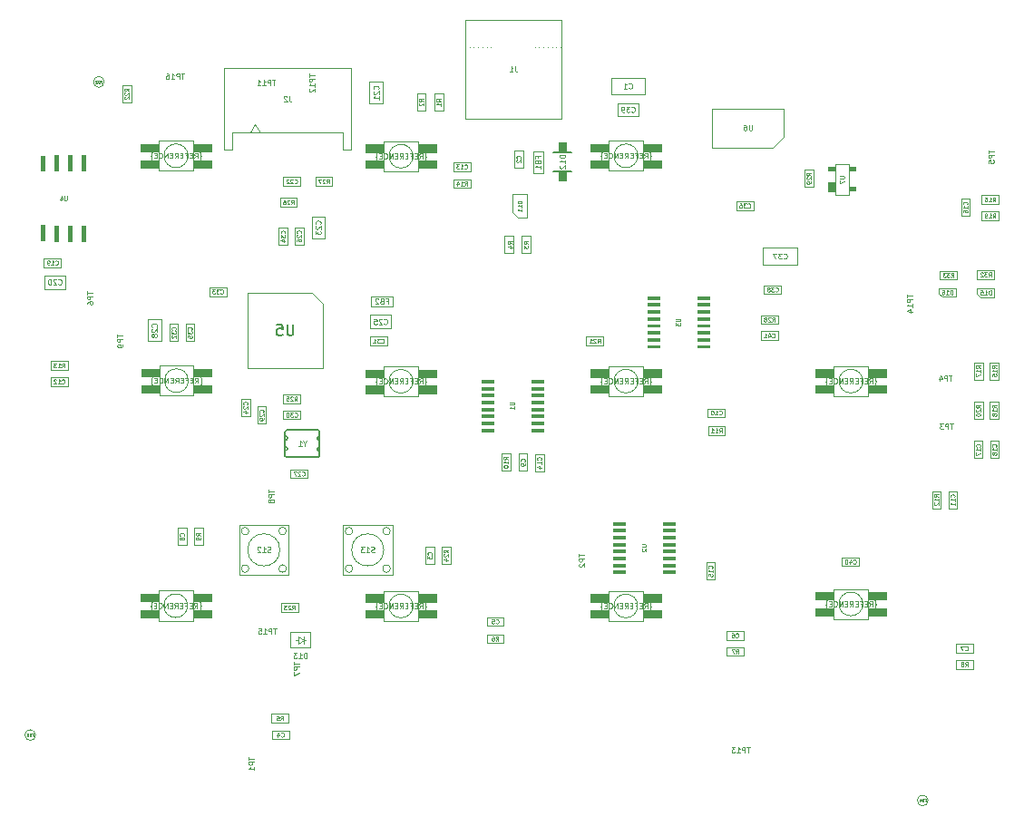
<source format=gbr>
G04 #@! TF.GenerationSoftware,KiCad,Pcbnew,7.0.6*
G04 #@! TF.CreationDate,2023-10-20T19:04:06+03:00*
G04 #@! TF.ProjectId,000018 PGKB,30303030-3138-4205-9047-4b422e6b6963,1.0*
G04 #@! TF.SameCoordinates,Original*
G04 #@! TF.FileFunction,AssemblyDrawing,Bot*
%FSLAX46Y46*%
G04 Gerber Fmt 4.6, Leading zero omitted, Abs format (unit mm)*
G04 Created by KiCad (PCBNEW 7.0.6) date 2023-10-20 19:04:06*
%MOMM*%
%LPD*%
G01*
G04 APERTURE LIST*
%ADD10C,0.060000*%
%ADD11C,0.080000*%
%ADD12C,0.100000*%
%ADD13C,0.040000*%
%ADD14C,0.050000*%
%ADD15C,0.125000*%
%ADD16C,0.120000*%
%ADD17C,0.150000*%
%ADD18C,0.127000*%
G04 APERTURE END LIST*
D10*
X113857142Y-126043832D02*
X113876190Y-126062880D01*
X113876190Y-126062880D02*
X113933332Y-126081927D01*
X113933332Y-126081927D02*
X113971428Y-126081927D01*
X113971428Y-126081927D02*
X114028571Y-126062880D01*
X114028571Y-126062880D02*
X114066666Y-126024784D01*
X114066666Y-126024784D02*
X114085713Y-125986689D01*
X114085713Y-125986689D02*
X114104761Y-125910499D01*
X114104761Y-125910499D02*
X114104761Y-125853356D01*
X114104761Y-125853356D02*
X114085713Y-125777165D01*
X114085713Y-125777165D02*
X114066666Y-125739070D01*
X114066666Y-125739070D02*
X114028571Y-125700975D01*
X114028571Y-125700975D02*
X113971428Y-125681927D01*
X113971428Y-125681927D02*
X113933332Y-125681927D01*
X113933332Y-125681927D02*
X113876190Y-125700975D01*
X113876190Y-125700975D02*
X113857142Y-125720022D01*
X113723809Y-125681927D02*
X113476190Y-125681927D01*
X113476190Y-125681927D02*
X113609523Y-125834308D01*
X113609523Y-125834308D02*
X113552380Y-125834308D01*
X113552380Y-125834308D02*
X113514285Y-125853356D01*
X113514285Y-125853356D02*
X113495237Y-125872403D01*
X113495237Y-125872403D02*
X113476190Y-125910499D01*
X113476190Y-125910499D02*
X113476190Y-126005737D01*
X113476190Y-126005737D02*
X113495237Y-126043832D01*
X113495237Y-126043832D02*
X113514285Y-126062880D01*
X113514285Y-126062880D02*
X113552380Y-126081927D01*
X113552380Y-126081927D02*
X113666666Y-126081927D01*
X113666666Y-126081927D02*
X113704761Y-126062880D01*
X113704761Y-126062880D02*
X113723809Y-126043832D01*
X113247619Y-125853356D02*
X113285714Y-125834308D01*
X113285714Y-125834308D02*
X113304761Y-125815260D01*
X113304761Y-125815260D02*
X113323809Y-125777165D01*
X113323809Y-125777165D02*
X113323809Y-125758118D01*
X113323809Y-125758118D02*
X113304761Y-125720022D01*
X113304761Y-125720022D02*
X113285714Y-125700975D01*
X113285714Y-125700975D02*
X113247619Y-125681927D01*
X113247619Y-125681927D02*
X113171428Y-125681927D01*
X113171428Y-125681927D02*
X113133333Y-125700975D01*
X113133333Y-125700975D02*
X113114285Y-125720022D01*
X113114285Y-125720022D02*
X113095238Y-125758118D01*
X113095238Y-125758118D02*
X113095238Y-125777165D01*
X113095238Y-125777165D02*
X113114285Y-125815260D01*
X113114285Y-125815260D02*
X113133333Y-125834308D01*
X113133333Y-125834308D02*
X113171428Y-125853356D01*
X113171428Y-125853356D02*
X113247619Y-125853356D01*
X113247619Y-125853356D02*
X113285714Y-125872403D01*
X113285714Y-125872403D02*
X113304761Y-125891451D01*
X113304761Y-125891451D02*
X113323809Y-125929546D01*
X113323809Y-125929546D02*
X113323809Y-126005737D01*
X113323809Y-126005737D02*
X113304761Y-126043832D01*
X113304761Y-126043832D02*
X113285714Y-126062880D01*
X113285714Y-126062880D02*
X113247619Y-126081927D01*
X113247619Y-126081927D02*
X113171428Y-126081927D01*
X113171428Y-126081927D02*
X113133333Y-126062880D01*
X113133333Y-126062880D02*
X113114285Y-126043832D01*
X113114285Y-126043832D02*
X113095238Y-126005737D01*
X113095238Y-126005737D02*
X113095238Y-125929546D01*
X113095238Y-125929546D02*
X113114285Y-125891451D01*
X113114285Y-125891451D02*
X113133333Y-125872403D01*
X113133333Y-125872403D02*
X113171428Y-125853356D01*
D11*
X64713870Y-169556683D02*
X64713870Y-169842397D01*
X65213870Y-169699540D02*
X64713870Y-169699540D01*
X65213870Y-170009063D02*
X64713870Y-170009063D01*
X64713870Y-170009063D02*
X64713870Y-170199539D01*
X64713870Y-170199539D02*
X64737680Y-170247158D01*
X64737680Y-170247158D02*
X64761489Y-170270968D01*
X64761489Y-170270968D02*
X64809108Y-170294777D01*
X64809108Y-170294777D02*
X64880537Y-170294777D01*
X64880537Y-170294777D02*
X64928156Y-170270968D01*
X64928156Y-170270968D02*
X64951965Y-170247158D01*
X64951965Y-170247158D02*
X64975775Y-170199539D01*
X64975775Y-170199539D02*
X64975775Y-170009063D01*
X65213870Y-170770968D02*
X65213870Y-170485254D01*
X65213870Y-170628111D02*
X64713870Y-170628111D01*
X64713870Y-170628111D02*
X64785299Y-170580492D01*
X64785299Y-170580492D02*
X64832918Y-170532873D01*
X64832918Y-170532873D02*
X64856727Y-170485254D01*
X67169046Y-106327149D02*
X66883332Y-106327149D01*
X67026189Y-106827149D02*
X67026189Y-106327149D01*
X66716666Y-106827149D02*
X66716666Y-106327149D01*
X66716666Y-106327149D02*
X66526190Y-106327149D01*
X66526190Y-106327149D02*
X66478571Y-106350959D01*
X66478571Y-106350959D02*
X66454761Y-106374768D01*
X66454761Y-106374768D02*
X66430952Y-106422387D01*
X66430952Y-106422387D02*
X66430952Y-106493816D01*
X66430952Y-106493816D02*
X66454761Y-106541435D01*
X66454761Y-106541435D02*
X66478571Y-106565244D01*
X66478571Y-106565244D02*
X66526190Y-106589054D01*
X66526190Y-106589054D02*
X66716666Y-106589054D01*
X65954761Y-106827149D02*
X66240475Y-106827149D01*
X66097618Y-106827149D02*
X66097618Y-106327149D01*
X66097618Y-106327149D02*
X66145237Y-106398578D01*
X66145237Y-106398578D02*
X66192856Y-106446197D01*
X66192856Y-106446197D02*
X66240475Y-106470006D01*
X65478571Y-106827149D02*
X65764285Y-106827149D01*
X65621428Y-106827149D02*
X65621428Y-106327149D01*
X65621428Y-106327149D02*
X65669047Y-106398578D01*
X65669047Y-106398578D02*
X65716666Y-106446197D01*
X65716666Y-106446197D02*
X65764285Y-106470006D01*
D10*
X77057142Y-130843832D02*
X77076190Y-130862880D01*
X77076190Y-130862880D02*
X77133332Y-130881927D01*
X77133332Y-130881927D02*
X77171428Y-130881927D01*
X77171428Y-130881927D02*
X77228571Y-130862880D01*
X77228571Y-130862880D02*
X77266666Y-130824784D01*
X77266666Y-130824784D02*
X77285713Y-130786689D01*
X77285713Y-130786689D02*
X77304761Y-130710499D01*
X77304761Y-130710499D02*
X77304761Y-130653356D01*
X77304761Y-130653356D02*
X77285713Y-130577165D01*
X77285713Y-130577165D02*
X77266666Y-130539070D01*
X77266666Y-130539070D02*
X77228571Y-130500975D01*
X77228571Y-130500975D02*
X77171428Y-130481927D01*
X77171428Y-130481927D02*
X77133332Y-130481927D01*
X77133332Y-130481927D02*
X77076190Y-130500975D01*
X77076190Y-130500975D02*
X77057142Y-130520022D01*
X76923809Y-130481927D02*
X76676190Y-130481927D01*
X76676190Y-130481927D02*
X76809523Y-130634308D01*
X76809523Y-130634308D02*
X76752380Y-130634308D01*
X76752380Y-130634308D02*
X76714285Y-130653356D01*
X76714285Y-130653356D02*
X76695237Y-130672403D01*
X76695237Y-130672403D02*
X76676190Y-130710499D01*
X76676190Y-130710499D02*
X76676190Y-130805737D01*
X76676190Y-130805737D02*
X76695237Y-130843832D01*
X76695237Y-130843832D02*
X76714285Y-130862880D01*
X76714285Y-130862880D02*
X76752380Y-130881927D01*
X76752380Y-130881927D02*
X76866666Y-130881927D01*
X76866666Y-130881927D02*
X76904761Y-130862880D01*
X76904761Y-130862880D02*
X76923809Y-130843832D01*
X76295238Y-130881927D02*
X76523809Y-130881927D01*
X76409523Y-130881927D02*
X76409523Y-130481927D01*
X76409523Y-130481927D02*
X76447619Y-130539070D01*
X76447619Y-130539070D02*
X76485714Y-130577165D01*
X76485714Y-130577165D02*
X76523809Y-130596213D01*
D12*
X101379847Y-149695238D02*
X101703657Y-149695238D01*
X101703657Y-149695238D02*
X101741752Y-149714285D01*
X101741752Y-149714285D02*
X101760800Y-149733333D01*
X101760800Y-149733333D02*
X101779847Y-149771428D01*
X101779847Y-149771428D02*
X101779847Y-149847619D01*
X101779847Y-149847619D02*
X101760800Y-149885714D01*
X101760800Y-149885714D02*
X101741752Y-149904761D01*
X101741752Y-149904761D02*
X101703657Y-149923809D01*
X101703657Y-149923809D02*
X101379847Y-149923809D01*
X101417942Y-150095238D02*
X101398895Y-150114286D01*
X101398895Y-150114286D02*
X101379847Y-150152381D01*
X101379847Y-150152381D02*
X101379847Y-150247619D01*
X101379847Y-150247619D02*
X101398895Y-150285714D01*
X101398895Y-150285714D02*
X101417942Y-150304762D01*
X101417942Y-150304762D02*
X101456038Y-150323809D01*
X101456038Y-150323809D02*
X101494133Y-150323809D01*
X101494133Y-150323809D02*
X101551276Y-150304762D01*
X101551276Y-150304762D02*
X101779847Y-150076190D01*
X101779847Y-150076190D02*
X101779847Y-150323809D01*
X111680952Y-110526109D02*
X111680952Y-110930871D01*
X111680952Y-110930871D02*
X111657142Y-110978490D01*
X111657142Y-110978490D02*
X111633333Y-111002300D01*
X111633333Y-111002300D02*
X111585714Y-111026109D01*
X111585714Y-111026109D02*
X111490476Y-111026109D01*
X111490476Y-111026109D02*
X111442857Y-111002300D01*
X111442857Y-111002300D02*
X111419047Y-110978490D01*
X111419047Y-110978490D02*
X111395238Y-110930871D01*
X111395238Y-110930871D02*
X111395238Y-110526109D01*
X110942856Y-110526109D02*
X111038094Y-110526109D01*
X111038094Y-110526109D02*
X111085713Y-110549919D01*
X111085713Y-110549919D02*
X111109523Y-110573728D01*
X111109523Y-110573728D02*
X111157142Y-110645157D01*
X111157142Y-110645157D02*
X111180951Y-110740395D01*
X111180951Y-110740395D02*
X111180951Y-110930871D01*
X111180951Y-110930871D02*
X111157142Y-110978490D01*
X111157142Y-110978490D02*
X111133332Y-111002300D01*
X111133332Y-111002300D02*
X111085713Y-111026109D01*
X111085713Y-111026109D02*
X110990475Y-111026109D01*
X110990475Y-111026109D02*
X110942856Y-111002300D01*
X110942856Y-111002300D02*
X110919047Y-110978490D01*
X110919047Y-110978490D02*
X110895237Y-110930871D01*
X110895237Y-110930871D02*
X110895237Y-110811823D01*
X110895237Y-110811823D02*
X110919047Y-110764204D01*
X110919047Y-110764204D02*
X110942856Y-110740395D01*
X110942856Y-110740395D02*
X110990475Y-110716585D01*
X110990475Y-110716585D02*
X111085713Y-110716585D01*
X111085713Y-110716585D02*
X111133332Y-110740395D01*
X111133332Y-110740395D02*
X111157142Y-110764204D01*
X111157142Y-110764204D02*
X111180951Y-110811823D01*
D10*
X90781927Y-121633333D02*
X90591451Y-121500000D01*
X90781927Y-121404762D02*
X90381927Y-121404762D01*
X90381927Y-121404762D02*
X90381927Y-121557143D01*
X90381927Y-121557143D02*
X90400975Y-121595238D01*
X90400975Y-121595238D02*
X90420022Y-121614285D01*
X90420022Y-121614285D02*
X90458118Y-121633333D01*
X90458118Y-121633333D02*
X90515260Y-121633333D01*
X90515260Y-121633333D02*
X90553356Y-121614285D01*
X90553356Y-121614285D02*
X90572403Y-121595238D01*
X90572403Y-121595238D02*
X90591451Y-121557143D01*
X90591451Y-121557143D02*
X90591451Y-121404762D01*
X90381927Y-121766666D02*
X90381927Y-122014285D01*
X90381927Y-122014285D02*
X90534308Y-121880952D01*
X90534308Y-121880952D02*
X90534308Y-121938095D01*
X90534308Y-121938095D02*
X90553356Y-121976190D01*
X90553356Y-121976190D02*
X90572403Y-121995238D01*
X90572403Y-121995238D02*
X90610499Y-122014285D01*
X90610499Y-122014285D02*
X90705737Y-122014285D01*
X90705737Y-122014285D02*
X90743832Y-121995238D01*
X90743832Y-121995238D02*
X90762880Y-121976190D01*
X90762880Y-121976190D02*
X90781927Y-121938095D01*
X90781927Y-121938095D02*
X90781927Y-121823809D01*
X90781927Y-121823809D02*
X90762880Y-121785714D01*
X90762880Y-121785714D02*
X90743832Y-121766666D01*
X108615423Y-139252787D02*
X108748756Y-139062311D01*
X108843994Y-139252787D02*
X108843994Y-138852787D01*
X108843994Y-138852787D02*
X108691613Y-138852787D01*
X108691613Y-138852787D02*
X108653518Y-138871835D01*
X108653518Y-138871835D02*
X108634471Y-138890882D01*
X108634471Y-138890882D02*
X108615423Y-138928978D01*
X108615423Y-138928978D02*
X108615423Y-138986120D01*
X108615423Y-138986120D02*
X108634471Y-139024216D01*
X108634471Y-139024216D02*
X108653518Y-139043263D01*
X108653518Y-139043263D02*
X108691613Y-139062311D01*
X108691613Y-139062311D02*
X108843994Y-139062311D01*
X108234471Y-139252787D02*
X108463042Y-139252787D01*
X108348756Y-139252787D02*
X108348756Y-138852787D01*
X108348756Y-138852787D02*
X108386852Y-138909930D01*
X108386852Y-138909930D02*
X108424947Y-138948025D01*
X108424947Y-138948025D02*
X108463042Y-138967073D01*
X107853519Y-139252787D02*
X108082090Y-139252787D01*
X107967804Y-139252787D02*
X107967804Y-138852787D01*
X107967804Y-138852787D02*
X108005900Y-138909930D01*
X108005900Y-138909930D02*
X108043995Y-138948025D01*
X108043995Y-138948025D02*
X108082090Y-138967073D01*
D11*
X70327149Y-105730953D02*
X70327149Y-106016667D01*
X70827149Y-105873810D02*
X70327149Y-105873810D01*
X70827149Y-106183333D02*
X70327149Y-106183333D01*
X70327149Y-106183333D02*
X70327149Y-106373809D01*
X70327149Y-106373809D02*
X70350959Y-106421428D01*
X70350959Y-106421428D02*
X70374768Y-106445238D01*
X70374768Y-106445238D02*
X70422387Y-106469047D01*
X70422387Y-106469047D02*
X70493816Y-106469047D01*
X70493816Y-106469047D02*
X70541435Y-106445238D01*
X70541435Y-106445238D02*
X70565244Y-106421428D01*
X70565244Y-106421428D02*
X70589054Y-106373809D01*
X70589054Y-106373809D02*
X70589054Y-106183333D01*
X70827149Y-106945238D02*
X70827149Y-106659524D01*
X70827149Y-106802381D02*
X70327149Y-106802381D01*
X70327149Y-106802381D02*
X70398578Y-106754762D01*
X70398578Y-106754762D02*
X70446197Y-106707143D01*
X70446197Y-106707143D02*
X70470006Y-106659524D01*
X70374768Y-107135714D02*
X70350959Y-107159523D01*
X70350959Y-107159523D02*
X70327149Y-107207142D01*
X70327149Y-107207142D02*
X70327149Y-107326190D01*
X70327149Y-107326190D02*
X70350959Y-107373809D01*
X70350959Y-107373809D02*
X70374768Y-107397618D01*
X70374768Y-107397618D02*
X70422387Y-107421428D01*
X70422387Y-107421428D02*
X70470006Y-107421428D01*
X70470006Y-107421428D02*
X70541435Y-107397618D01*
X70541435Y-107397618D02*
X70827149Y-107111904D01*
X70827149Y-107111904D02*
X70827149Y-107421428D01*
X49627149Y-126069048D02*
X49627149Y-126354762D01*
X50127149Y-126211905D02*
X49627149Y-126211905D01*
X50127149Y-126521428D02*
X49627149Y-126521428D01*
X49627149Y-126521428D02*
X49627149Y-126711904D01*
X49627149Y-126711904D02*
X49650959Y-126759523D01*
X49650959Y-126759523D02*
X49674768Y-126783333D01*
X49674768Y-126783333D02*
X49722387Y-126807142D01*
X49722387Y-126807142D02*
X49793816Y-126807142D01*
X49793816Y-126807142D02*
X49841435Y-126783333D01*
X49841435Y-126783333D02*
X49865244Y-126759523D01*
X49865244Y-126759523D02*
X49889054Y-126711904D01*
X49889054Y-126711904D02*
X49889054Y-126521428D01*
X49627149Y-127235714D02*
X49627149Y-127140476D01*
X49627149Y-127140476D02*
X49650959Y-127092857D01*
X49650959Y-127092857D02*
X49674768Y-127069047D01*
X49674768Y-127069047D02*
X49746197Y-127021428D01*
X49746197Y-127021428D02*
X49841435Y-126997619D01*
X49841435Y-126997619D02*
X50031911Y-126997619D01*
X50031911Y-126997619D02*
X50079530Y-127021428D01*
X50079530Y-127021428D02*
X50103340Y-127045238D01*
X50103340Y-127045238D02*
X50127149Y-127092857D01*
X50127149Y-127092857D02*
X50127149Y-127188095D01*
X50127149Y-127188095D02*
X50103340Y-127235714D01*
X50103340Y-127235714D02*
X50079530Y-127259523D01*
X50079530Y-127259523D02*
X50031911Y-127283333D01*
X50031911Y-127283333D02*
X49912863Y-127283333D01*
X49912863Y-127283333D02*
X49865244Y-127259523D01*
X49865244Y-127259523D02*
X49841435Y-127235714D01*
X49841435Y-127235714D02*
X49817625Y-127188095D01*
X49817625Y-127188095D02*
X49817625Y-127092857D01*
X49817625Y-127092857D02*
X49841435Y-127045238D01*
X49841435Y-127045238D02*
X49865244Y-127021428D01*
X49865244Y-127021428D02*
X49912863Y-126997619D01*
D10*
X129081927Y-145267857D02*
X128891451Y-145134524D01*
X129081927Y-145039286D02*
X128681927Y-145039286D01*
X128681927Y-145039286D02*
X128681927Y-145191667D01*
X128681927Y-145191667D02*
X128700975Y-145229762D01*
X128700975Y-145229762D02*
X128720022Y-145248809D01*
X128720022Y-145248809D02*
X128758118Y-145267857D01*
X128758118Y-145267857D02*
X128815260Y-145267857D01*
X128815260Y-145267857D02*
X128853356Y-145248809D01*
X128853356Y-145248809D02*
X128872403Y-145229762D01*
X128872403Y-145229762D02*
X128891451Y-145191667D01*
X128891451Y-145191667D02*
X128891451Y-145039286D01*
X129081927Y-145648809D02*
X129081927Y-145420238D01*
X129081927Y-145534524D02*
X128681927Y-145534524D01*
X128681927Y-145534524D02*
X128739070Y-145496428D01*
X128739070Y-145496428D02*
X128777165Y-145458333D01*
X128777165Y-145458333D02*
X128796213Y-145420238D01*
X128720022Y-145801190D02*
X128700975Y-145820238D01*
X128700975Y-145820238D02*
X128681927Y-145858333D01*
X128681927Y-145858333D02*
X128681927Y-145953571D01*
X128681927Y-145953571D02*
X128700975Y-145991666D01*
X128700975Y-145991666D02*
X128720022Y-146010714D01*
X128720022Y-146010714D02*
X128758118Y-146029761D01*
X128758118Y-146029761D02*
X128796213Y-146029761D01*
X128796213Y-146029761D02*
X128853356Y-146010714D01*
X128853356Y-146010714D02*
X129081927Y-145782142D01*
X129081927Y-145782142D02*
X129081927Y-146029761D01*
D12*
X102102380Y-134859085D02*
X102126189Y-134859085D01*
X102126189Y-134859085D02*
X102173808Y-134835276D01*
X102173808Y-134835276D02*
X102197618Y-134787657D01*
X102197618Y-134787657D02*
X102197618Y-134549561D01*
X102197618Y-134549561D02*
X102221427Y-134501942D01*
X102221427Y-134501942D02*
X102269046Y-134478133D01*
X102269046Y-134478133D02*
X102221427Y-134454323D01*
X102221427Y-134454323D02*
X102197618Y-134406704D01*
X102197618Y-134406704D02*
X102197618Y-134168609D01*
X102197618Y-134168609D02*
X102173808Y-134120990D01*
X102173808Y-134120990D02*
X102126189Y-134097180D01*
X102126189Y-134097180D02*
X102102380Y-134097180D01*
X101626190Y-134668609D02*
X101792856Y-134430514D01*
X101911904Y-134668609D02*
X101911904Y-134168609D01*
X101911904Y-134168609D02*
X101721428Y-134168609D01*
X101721428Y-134168609D02*
X101673809Y-134192419D01*
X101673809Y-134192419D02*
X101649999Y-134216228D01*
X101649999Y-134216228D02*
X101626190Y-134263847D01*
X101626190Y-134263847D02*
X101626190Y-134335276D01*
X101626190Y-134335276D02*
X101649999Y-134382895D01*
X101649999Y-134382895D02*
X101673809Y-134406704D01*
X101673809Y-134406704D02*
X101721428Y-134430514D01*
X101721428Y-134430514D02*
X101911904Y-134430514D01*
X101411904Y-134406704D02*
X101245237Y-134406704D01*
X101173809Y-134668609D02*
X101411904Y-134668609D01*
X101411904Y-134668609D02*
X101411904Y-134168609D01*
X101411904Y-134168609D02*
X101173809Y-134168609D01*
X100792856Y-134406704D02*
X100959523Y-134406704D01*
X100959523Y-134668609D02*
X100959523Y-134168609D01*
X100959523Y-134168609D02*
X100721428Y-134168609D01*
X100530952Y-134406704D02*
X100364285Y-134406704D01*
X100292857Y-134668609D02*
X100530952Y-134668609D01*
X100530952Y-134668609D02*
X100530952Y-134168609D01*
X100530952Y-134168609D02*
X100292857Y-134168609D01*
X99792857Y-134668609D02*
X99959523Y-134430514D01*
X100078571Y-134668609D02*
X100078571Y-134168609D01*
X100078571Y-134168609D02*
X99888095Y-134168609D01*
X99888095Y-134168609D02*
X99840476Y-134192419D01*
X99840476Y-134192419D02*
X99816666Y-134216228D01*
X99816666Y-134216228D02*
X99792857Y-134263847D01*
X99792857Y-134263847D02*
X99792857Y-134335276D01*
X99792857Y-134335276D02*
X99816666Y-134382895D01*
X99816666Y-134382895D02*
X99840476Y-134406704D01*
X99840476Y-134406704D02*
X99888095Y-134430514D01*
X99888095Y-134430514D02*
X100078571Y-134430514D01*
X99578571Y-134406704D02*
X99411904Y-134406704D01*
X99340476Y-134668609D02*
X99578571Y-134668609D01*
X99578571Y-134668609D02*
X99578571Y-134168609D01*
X99578571Y-134168609D02*
X99340476Y-134168609D01*
X99126190Y-134668609D02*
X99126190Y-134168609D01*
X99126190Y-134168609D02*
X98840476Y-134668609D01*
X98840476Y-134668609D02*
X98840476Y-134168609D01*
X98316666Y-134620990D02*
X98340475Y-134644800D01*
X98340475Y-134644800D02*
X98411904Y-134668609D01*
X98411904Y-134668609D02*
X98459523Y-134668609D01*
X98459523Y-134668609D02*
X98530951Y-134644800D01*
X98530951Y-134644800D02*
X98578570Y-134597180D01*
X98578570Y-134597180D02*
X98602380Y-134549561D01*
X98602380Y-134549561D02*
X98626189Y-134454323D01*
X98626189Y-134454323D02*
X98626189Y-134382895D01*
X98626189Y-134382895D02*
X98602380Y-134287657D01*
X98602380Y-134287657D02*
X98578570Y-134240038D01*
X98578570Y-134240038D02*
X98530951Y-134192419D01*
X98530951Y-134192419D02*
X98459523Y-134168609D01*
X98459523Y-134168609D02*
X98411904Y-134168609D01*
X98411904Y-134168609D02*
X98340475Y-134192419D01*
X98340475Y-134192419D02*
X98316666Y-134216228D01*
X98102380Y-134406704D02*
X97935713Y-134406704D01*
X97864285Y-134668609D02*
X98102380Y-134668609D01*
X98102380Y-134668609D02*
X98102380Y-134168609D01*
X98102380Y-134168609D02*
X97864285Y-134168609D01*
X97697618Y-134859085D02*
X97673808Y-134859085D01*
X97673808Y-134859085D02*
X97626189Y-134835276D01*
X97626189Y-134835276D02*
X97602380Y-134787657D01*
X97602380Y-134787657D02*
X97602380Y-134549561D01*
X97602380Y-134549561D02*
X97578570Y-134501942D01*
X97578570Y-134501942D02*
X97530951Y-134478133D01*
X97530951Y-134478133D02*
X97578570Y-134454323D01*
X97578570Y-134454323D02*
X97602380Y-134406704D01*
X97602380Y-134406704D02*
X97602380Y-134168609D01*
X97602380Y-134168609D02*
X97626189Y-134120990D01*
X97626189Y-134120990D02*
X97673808Y-134097180D01*
X97673808Y-134097180D02*
X97697618Y-134097180D01*
D10*
X133985713Y-126381927D02*
X133985713Y-125981927D01*
X133985713Y-125981927D02*
X133890475Y-125981927D01*
X133890475Y-125981927D02*
X133833332Y-126000975D01*
X133833332Y-126000975D02*
X133795237Y-126039070D01*
X133795237Y-126039070D02*
X133776190Y-126077165D01*
X133776190Y-126077165D02*
X133757142Y-126153356D01*
X133757142Y-126153356D02*
X133757142Y-126210499D01*
X133757142Y-126210499D02*
X133776190Y-126286689D01*
X133776190Y-126286689D02*
X133795237Y-126324784D01*
X133795237Y-126324784D02*
X133833332Y-126362880D01*
X133833332Y-126362880D02*
X133890475Y-126381927D01*
X133890475Y-126381927D02*
X133985713Y-126381927D01*
X133376190Y-126381927D02*
X133604761Y-126381927D01*
X133490475Y-126381927D02*
X133490475Y-125981927D01*
X133490475Y-125981927D02*
X133528571Y-126039070D01*
X133528571Y-126039070D02*
X133566666Y-126077165D01*
X133566666Y-126077165D02*
X133604761Y-126096213D01*
X133014285Y-125981927D02*
X133204761Y-125981927D01*
X133204761Y-125981927D02*
X133223809Y-126172403D01*
X133223809Y-126172403D02*
X133204761Y-126153356D01*
X133204761Y-126153356D02*
X133166666Y-126134308D01*
X133166666Y-126134308D02*
X133071428Y-126134308D01*
X133071428Y-126134308D02*
X133033333Y-126153356D01*
X133033333Y-126153356D02*
X133014285Y-126172403D01*
X133014285Y-126172403D02*
X132995238Y-126210499D01*
X132995238Y-126210499D02*
X132995238Y-126305737D01*
X132995238Y-126305737D02*
X133014285Y-126343832D01*
X133014285Y-126343832D02*
X133033333Y-126362880D01*
X133033333Y-126362880D02*
X133071428Y-126381927D01*
X133071428Y-126381927D02*
X133166666Y-126381927D01*
X133166666Y-126381927D02*
X133204761Y-126362880D01*
X133204761Y-126362880D02*
X133223809Y-126343832D01*
X84857142Y-116181927D02*
X84990475Y-115991451D01*
X85085713Y-116181927D02*
X85085713Y-115781927D01*
X85085713Y-115781927D02*
X84933332Y-115781927D01*
X84933332Y-115781927D02*
X84895237Y-115800975D01*
X84895237Y-115800975D02*
X84876190Y-115820022D01*
X84876190Y-115820022D02*
X84857142Y-115858118D01*
X84857142Y-115858118D02*
X84857142Y-115915260D01*
X84857142Y-115915260D02*
X84876190Y-115953356D01*
X84876190Y-115953356D02*
X84895237Y-115972403D01*
X84895237Y-115972403D02*
X84933332Y-115991451D01*
X84933332Y-115991451D02*
X85085713Y-115991451D01*
X84476190Y-116181927D02*
X84704761Y-116181927D01*
X84590475Y-116181927D02*
X84590475Y-115781927D01*
X84590475Y-115781927D02*
X84628571Y-115839070D01*
X84628571Y-115839070D02*
X84666666Y-115877165D01*
X84666666Y-115877165D02*
X84704761Y-115896213D01*
X84133333Y-115915260D02*
X84133333Y-116181927D01*
X84228571Y-115762880D02*
X84323809Y-116048594D01*
X84323809Y-116048594D02*
X84076190Y-116048594D01*
X121124425Y-151464547D02*
X121143473Y-151483595D01*
X121143473Y-151483595D02*
X121200615Y-151502642D01*
X121200615Y-151502642D02*
X121238711Y-151502642D01*
X121238711Y-151502642D02*
X121295854Y-151483595D01*
X121295854Y-151483595D02*
X121333949Y-151445499D01*
X121333949Y-151445499D02*
X121352996Y-151407404D01*
X121352996Y-151407404D02*
X121372044Y-151331214D01*
X121372044Y-151331214D02*
X121372044Y-151274071D01*
X121372044Y-151274071D02*
X121352996Y-151197880D01*
X121352996Y-151197880D02*
X121333949Y-151159785D01*
X121333949Y-151159785D02*
X121295854Y-151121690D01*
X121295854Y-151121690D02*
X121238711Y-151102642D01*
X121238711Y-151102642D02*
X121200615Y-151102642D01*
X121200615Y-151102642D02*
X121143473Y-151121690D01*
X121143473Y-151121690D02*
X121124425Y-151140737D01*
X120781568Y-151235975D02*
X120781568Y-151502642D01*
X120876806Y-151083595D02*
X120972044Y-151369309D01*
X120972044Y-151369309D02*
X120724425Y-151369309D01*
X120495854Y-151102642D02*
X120457759Y-151102642D01*
X120457759Y-151102642D02*
X120419663Y-151121690D01*
X120419663Y-151121690D02*
X120400616Y-151140737D01*
X120400616Y-151140737D02*
X120381568Y-151178833D01*
X120381568Y-151178833D02*
X120362521Y-151255023D01*
X120362521Y-151255023D02*
X120362521Y-151350261D01*
X120362521Y-151350261D02*
X120381568Y-151426452D01*
X120381568Y-151426452D02*
X120400616Y-151464547D01*
X120400616Y-151464547D02*
X120419663Y-151483595D01*
X120419663Y-151483595D02*
X120457759Y-151502642D01*
X120457759Y-151502642D02*
X120495854Y-151502642D01*
X120495854Y-151502642D02*
X120533949Y-151483595D01*
X120533949Y-151483595D02*
X120552997Y-151464547D01*
X120552997Y-151464547D02*
X120572044Y-151426452D01*
X120572044Y-151426452D02*
X120591092Y-151350261D01*
X120591092Y-151350261D02*
X120591092Y-151255023D01*
X120591092Y-151255023D02*
X120572044Y-151178833D01*
X120572044Y-151178833D02*
X120552997Y-151140737D01*
X120552997Y-151140737D02*
X120533949Y-151121690D01*
X120533949Y-151121690D02*
X120495854Y-151102642D01*
X80981927Y-108333333D02*
X80791451Y-108200000D01*
X80981927Y-108104762D02*
X80581927Y-108104762D01*
X80581927Y-108104762D02*
X80581927Y-108257143D01*
X80581927Y-108257143D02*
X80600975Y-108295238D01*
X80600975Y-108295238D02*
X80620022Y-108314285D01*
X80620022Y-108314285D02*
X80658118Y-108333333D01*
X80658118Y-108333333D02*
X80715260Y-108333333D01*
X80715260Y-108333333D02*
X80753356Y-108314285D01*
X80753356Y-108314285D02*
X80772403Y-108295238D01*
X80772403Y-108295238D02*
X80791451Y-108257143D01*
X80791451Y-108257143D02*
X80791451Y-108104762D01*
X80620022Y-108485714D02*
X80600975Y-108504762D01*
X80600975Y-108504762D02*
X80581927Y-108542857D01*
X80581927Y-108542857D02*
X80581927Y-108638095D01*
X80581927Y-108638095D02*
X80600975Y-108676190D01*
X80600975Y-108676190D02*
X80620022Y-108695238D01*
X80620022Y-108695238D02*
X80658118Y-108714285D01*
X80658118Y-108714285D02*
X80696213Y-108714285D01*
X80696213Y-108714285D02*
X80753356Y-108695238D01*
X80753356Y-108695238D02*
X80981927Y-108466666D01*
X80981927Y-108466666D02*
X80981927Y-108714285D01*
D11*
X67269046Y-157527149D02*
X66983332Y-157527149D01*
X67126189Y-158027149D02*
X67126189Y-157527149D01*
X66816666Y-158027149D02*
X66816666Y-157527149D01*
X66816666Y-157527149D02*
X66626190Y-157527149D01*
X66626190Y-157527149D02*
X66578571Y-157550959D01*
X66578571Y-157550959D02*
X66554761Y-157574768D01*
X66554761Y-157574768D02*
X66530952Y-157622387D01*
X66530952Y-157622387D02*
X66530952Y-157693816D01*
X66530952Y-157693816D02*
X66554761Y-157741435D01*
X66554761Y-157741435D02*
X66578571Y-157765244D01*
X66578571Y-157765244D02*
X66626190Y-157789054D01*
X66626190Y-157789054D02*
X66816666Y-157789054D01*
X66054761Y-158027149D02*
X66340475Y-158027149D01*
X66197618Y-158027149D02*
X66197618Y-157527149D01*
X66197618Y-157527149D02*
X66245237Y-157598578D01*
X66245237Y-157598578D02*
X66292856Y-157646197D01*
X66292856Y-157646197D02*
X66340475Y-157670006D01*
X65602381Y-157527149D02*
X65840476Y-157527149D01*
X65840476Y-157527149D02*
X65864285Y-157765244D01*
X65864285Y-157765244D02*
X65840476Y-157741435D01*
X65840476Y-157741435D02*
X65792857Y-157717625D01*
X65792857Y-157717625D02*
X65673809Y-157717625D01*
X65673809Y-157717625D02*
X65626190Y-157741435D01*
X65626190Y-157741435D02*
X65602381Y-157765244D01*
X65602381Y-157765244D02*
X65578571Y-157812863D01*
X65578571Y-157812863D02*
X65578571Y-157931911D01*
X65578571Y-157931911D02*
X65602381Y-157979530D01*
X65602381Y-157979530D02*
X65626190Y-158003340D01*
X65626190Y-158003340D02*
X65673809Y-158027149D01*
X65673809Y-158027149D02*
X65792857Y-158027149D01*
X65792857Y-158027149D02*
X65840476Y-158003340D01*
X65840476Y-158003340D02*
X65864285Y-157979530D01*
D10*
X62057142Y-126243832D02*
X62076190Y-126262880D01*
X62076190Y-126262880D02*
X62133332Y-126281927D01*
X62133332Y-126281927D02*
X62171428Y-126281927D01*
X62171428Y-126281927D02*
X62228571Y-126262880D01*
X62228571Y-126262880D02*
X62266666Y-126224784D01*
X62266666Y-126224784D02*
X62285713Y-126186689D01*
X62285713Y-126186689D02*
X62304761Y-126110499D01*
X62304761Y-126110499D02*
X62304761Y-126053356D01*
X62304761Y-126053356D02*
X62285713Y-125977165D01*
X62285713Y-125977165D02*
X62266666Y-125939070D01*
X62266666Y-125939070D02*
X62228571Y-125900975D01*
X62228571Y-125900975D02*
X62171428Y-125881927D01*
X62171428Y-125881927D02*
X62133332Y-125881927D01*
X62133332Y-125881927D02*
X62076190Y-125900975D01*
X62076190Y-125900975D02*
X62057142Y-125920022D01*
X61923809Y-125881927D02*
X61676190Y-125881927D01*
X61676190Y-125881927D02*
X61809523Y-126034308D01*
X61809523Y-126034308D02*
X61752380Y-126034308D01*
X61752380Y-126034308D02*
X61714285Y-126053356D01*
X61714285Y-126053356D02*
X61695237Y-126072403D01*
X61695237Y-126072403D02*
X61676190Y-126110499D01*
X61676190Y-126110499D02*
X61676190Y-126205737D01*
X61676190Y-126205737D02*
X61695237Y-126243832D01*
X61695237Y-126243832D02*
X61714285Y-126262880D01*
X61714285Y-126262880D02*
X61752380Y-126281927D01*
X61752380Y-126281927D02*
X61866666Y-126281927D01*
X61866666Y-126281927D02*
X61904761Y-126262880D01*
X61904761Y-126262880D02*
X61923809Y-126243832D01*
X61542857Y-125881927D02*
X61295238Y-125881927D01*
X61295238Y-125881927D02*
X61428571Y-126034308D01*
X61428571Y-126034308D02*
X61371428Y-126034308D01*
X61371428Y-126034308D02*
X61333333Y-126053356D01*
X61333333Y-126053356D02*
X61314285Y-126072403D01*
X61314285Y-126072403D02*
X61295238Y-126110499D01*
X61295238Y-126110499D02*
X61295238Y-126205737D01*
X61295238Y-126205737D02*
X61314285Y-126243832D01*
X61314285Y-126243832D02*
X61333333Y-126262880D01*
X61333333Y-126262880D02*
X61371428Y-126281927D01*
X61371428Y-126281927D02*
X61485714Y-126281927D01*
X61485714Y-126281927D02*
X61523809Y-126262880D01*
X61523809Y-126262880D02*
X61542857Y-126243832D01*
X59343832Y-129642857D02*
X59362880Y-129623809D01*
X59362880Y-129623809D02*
X59381927Y-129566667D01*
X59381927Y-129566667D02*
X59381927Y-129528571D01*
X59381927Y-129528571D02*
X59362880Y-129471428D01*
X59362880Y-129471428D02*
X59324784Y-129433333D01*
X59324784Y-129433333D02*
X59286689Y-129414286D01*
X59286689Y-129414286D02*
X59210499Y-129395238D01*
X59210499Y-129395238D02*
X59153356Y-129395238D01*
X59153356Y-129395238D02*
X59077165Y-129414286D01*
X59077165Y-129414286D02*
X59039070Y-129433333D01*
X59039070Y-129433333D02*
X59000975Y-129471428D01*
X59000975Y-129471428D02*
X58981927Y-129528571D01*
X58981927Y-129528571D02*
X58981927Y-129566667D01*
X58981927Y-129566667D02*
X59000975Y-129623809D01*
X59000975Y-129623809D02*
X59020022Y-129642857D01*
X58981927Y-129776190D02*
X58981927Y-130023809D01*
X58981927Y-130023809D02*
X59134308Y-129890476D01*
X59134308Y-129890476D02*
X59134308Y-129947619D01*
X59134308Y-129947619D02*
X59153356Y-129985714D01*
X59153356Y-129985714D02*
X59172403Y-130004762D01*
X59172403Y-130004762D02*
X59210499Y-130023809D01*
X59210499Y-130023809D02*
X59305737Y-130023809D01*
X59305737Y-130023809D02*
X59343832Y-130004762D01*
X59343832Y-130004762D02*
X59362880Y-129985714D01*
X59362880Y-129985714D02*
X59381927Y-129947619D01*
X59381927Y-129947619D02*
X59381927Y-129833333D01*
X59381927Y-129833333D02*
X59362880Y-129795238D01*
X59362880Y-129795238D02*
X59343832Y-129776190D01*
X58981927Y-130385714D02*
X58981927Y-130195238D01*
X58981927Y-130195238D02*
X59172403Y-130176190D01*
X59172403Y-130176190D02*
X59153356Y-130195238D01*
X59153356Y-130195238D02*
X59134308Y-130233333D01*
X59134308Y-130233333D02*
X59134308Y-130328571D01*
X59134308Y-130328571D02*
X59153356Y-130366666D01*
X59153356Y-130366666D02*
X59172403Y-130385714D01*
X59172403Y-130385714D02*
X59210499Y-130404761D01*
X59210499Y-130404761D02*
X59305737Y-130404761D01*
X59305737Y-130404761D02*
X59343832Y-130385714D01*
X59343832Y-130385714D02*
X59362880Y-130366666D01*
X59362880Y-130366666D02*
X59381927Y-130328571D01*
X59381927Y-130328571D02*
X59381927Y-130233333D01*
X59381927Y-130233333D02*
X59362880Y-130195238D01*
X59362880Y-130195238D02*
X59343832Y-130176190D01*
X130391427Y-126331783D02*
X130391427Y-125931783D01*
X130391427Y-125931783D02*
X130296189Y-125931783D01*
X130296189Y-125931783D02*
X130239046Y-125950831D01*
X130239046Y-125950831D02*
X130200951Y-125988926D01*
X130200951Y-125988926D02*
X130181904Y-126027021D01*
X130181904Y-126027021D02*
X130162856Y-126103212D01*
X130162856Y-126103212D02*
X130162856Y-126160355D01*
X130162856Y-126160355D02*
X130181904Y-126236545D01*
X130181904Y-126236545D02*
X130200951Y-126274640D01*
X130200951Y-126274640D02*
X130239046Y-126312736D01*
X130239046Y-126312736D02*
X130296189Y-126331783D01*
X130296189Y-126331783D02*
X130391427Y-126331783D01*
X129781904Y-126331783D02*
X130010475Y-126331783D01*
X129896189Y-126331783D02*
X129896189Y-125931783D01*
X129896189Y-125931783D02*
X129934285Y-125988926D01*
X129934285Y-125988926D02*
X129972380Y-126027021D01*
X129972380Y-126027021D02*
X130010475Y-126046069D01*
X129439047Y-125931783D02*
X129515237Y-125931783D01*
X129515237Y-125931783D02*
X129553333Y-125950831D01*
X129553333Y-125950831D02*
X129572380Y-125969878D01*
X129572380Y-125969878D02*
X129610475Y-126027021D01*
X129610475Y-126027021D02*
X129629523Y-126103212D01*
X129629523Y-126103212D02*
X129629523Y-126255593D01*
X129629523Y-126255593D02*
X129610475Y-126293688D01*
X129610475Y-126293688D02*
X129591428Y-126312736D01*
X129591428Y-126312736D02*
X129553333Y-126331783D01*
X129553333Y-126331783D02*
X129477142Y-126331783D01*
X129477142Y-126331783D02*
X129439047Y-126312736D01*
X129439047Y-126312736D02*
X129419999Y-126293688D01*
X129419999Y-126293688D02*
X129400952Y-126255593D01*
X129400952Y-126255593D02*
X129400952Y-126160355D01*
X129400952Y-126160355D02*
X129419999Y-126122259D01*
X129419999Y-126122259D02*
X129439047Y-126103212D01*
X129439047Y-126103212D02*
X129477142Y-126084164D01*
X129477142Y-126084164D02*
X129553333Y-126084164D01*
X129553333Y-126084164D02*
X129591428Y-126103212D01*
X129591428Y-126103212D02*
X129610475Y-126122259D01*
X129610475Y-126122259D02*
X129629523Y-126160355D01*
X90438570Y-141956482D02*
X90457618Y-141937434D01*
X90457618Y-141937434D02*
X90476665Y-141880292D01*
X90476665Y-141880292D02*
X90476665Y-141842196D01*
X90476665Y-141842196D02*
X90457618Y-141785053D01*
X90457618Y-141785053D02*
X90419522Y-141746958D01*
X90419522Y-141746958D02*
X90381427Y-141727911D01*
X90381427Y-141727911D02*
X90305237Y-141708863D01*
X90305237Y-141708863D02*
X90248094Y-141708863D01*
X90248094Y-141708863D02*
X90171903Y-141727911D01*
X90171903Y-141727911D02*
X90133808Y-141746958D01*
X90133808Y-141746958D02*
X90095713Y-141785053D01*
X90095713Y-141785053D02*
X90076665Y-141842196D01*
X90076665Y-141842196D02*
X90076665Y-141880292D01*
X90076665Y-141880292D02*
X90095713Y-141937434D01*
X90095713Y-141937434D02*
X90114760Y-141956482D01*
X90476665Y-142146958D02*
X90476665Y-142223149D01*
X90476665Y-142223149D02*
X90457618Y-142261244D01*
X90457618Y-142261244D02*
X90438570Y-142280292D01*
X90438570Y-142280292D02*
X90381427Y-142318387D01*
X90381427Y-142318387D02*
X90305237Y-142337434D01*
X90305237Y-142337434D02*
X90152856Y-142337434D01*
X90152856Y-142337434D02*
X90114760Y-142318387D01*
X90114760Y-142318387D02*
X90095713Y-142299339D01*
X90095713Y-142299339D02*
X90076665Y-142261244D01*
X90076665Y-142261244D02*
X90076665Y-142185053D01*
X90076665Y-142185053D02*
X90095713Y-142146958D01*
X90095713Y-142146958D02*
X90114760Y-142127911D01*
X90114760Y-142127911D02*
X90152856Y-142108863D01*
X90152856Y-142108863D02*
X90248094Y-142108863D01*
X90248094Y-142108863D02*
X90286189Y-142127911D01*
X90286189Y-142127911D02*
X90305237Y-142146958D01*
X90305237Y-142146958D02*
X90324284Y-142185053D01*
X90324284Y-142185053D02*
X90324284Y-142261244D01*
X90324284Y-142261244D02*
X90305237Y-142299339D01*
X90305237Y-142299339D02*
X90286189Y-142318387D01*
X90286189Y-142318387D02*
X90248094Y-142337434D01*
X67674572Y-166117068D02*
X67807905Y-165926592D01*
X67903143Y-166117068D02*
X67903143Y-165717068D01*
X67903143Y-165717068D02*
X67750762Y-165717068D01*
X67750762Y-165717068D02*
X67712667Y-165736116D01*
X67712667Y-165736116D02*
X67693620Y-165755163D01*
X67693620Y-165755163D02*
X67674572Y-165793259D01*
X67674572Y-165793259D02*
X67674572Y-165850401D01*
X67674572Y-165850401D02*
X67693620Y-165888497D01*
X67693620Y-165888497D02*
X67712667Y-165907544D01*
X67712667Y-165907544D02*
X67750762Y-165926592D01*
X67750762Y-165926592D02*
X67903143Y-165926592D01*
X67312667Y-165717068D02*
X67503143Y-165717068D01*
X67503143Y-165717068D02*
X67522191Y-165907544D01*
X67522191Y-165907544D02*
X67503143Y-165888497D01*
X67503143Y-165888497D02*
X67465048Y-165869449D01*
X67465048Y-165869449D02*
X67369810Y-165869449D01*
X67369810Y-165869449D02*
X67331715Y-165888497D01*
X67331715Y-165888497D02*
X67312667Y-165907544D01*
X67312667Y-165907544D02*
X67293620Y-165945640D01*
X67293620Y-165945640D02*
X67293620Y-166040878D01*
X67293620Y-166040878D02*
X67312667Y-166078973D01*
X67312667Y-166078973D02*
X67331715Y-166098021D01*
X67331715Y-166098021D02*
X67369810Y-166117068D01*
X67369810Y-166117068D02*
X67465048Y-166117068D01*
X67465048Y-166117068D02*
X67503143Y-166098021D01*
X67503143Y-166098021D02*
X67522191Y-166078973D01*
D12*
X60076229Y-155831349D02*
X60100038Y-155831349D01*
X60100038Y-155831349D02*
X60147657Y-155807540D01*
X60147657Y-155807540D02*
X60171467Y-155759921D01*
X60171467Y-155759921D02*
X60171467Y-155521825D01*
X60171467Y-155521825D02*
X60195276Y-155474206D01*
X60195276Y-155474206D02*
X60242895Y-155450397D01*
X60242895Y-155450397D02*
X60195276Y-155426587D01*
X60195276Y-155426587D02*
X60171467Y-155378968D01*
X60171467Y-155378968D02*
X60171467Y-155140873D01*
X60171467Y-155140873D02*
X60147657Y-155093254D01*
X60147657Y-155093254D02*
X60100038Y-155069444D01*
X60100038Y-155069444D02*
X60076229Y-155069444D01*
X59600039Y-155640873D02*
X59766705Y-155402778D01*
X59885753Y-155640873D02*
X59885753Y-155140873D01*
X59885753Y-155140873D02*
X59695277Y-155140873D01*
X59695277Y-155140873D02*
X59647658Y-155164683D01*
X59647658Y-155164683D02*
X59623848Y-155188492D01*
X59623848Y-155188492D02*
X59600039Y-155236111D01*
X59600039Y-155236111D02*
X59600039Y-155307540D01*
X59600039Y-155307540D02*
X59623848Y-155355159D01*
X59623848Y-155355159D02*
X59647658Y-155378968D01*
X59647658Y-155378968D02*
X59695277Y-155402778D01*
X59695277Y-155402778D02*
X59885753Y-155402778D01*
X59385753Y-155378968D02*
X59219086Y-155378968D01*
X59147658Y-155640873D02*
X59385753Y-155640873D01*
X59385753Y-155640873D02*
X59385753Y-155140873D01*
X59385753Y-155140873D02*
X59147658Y-155140873D01*
X58766705Y-155378968D02*
X58933372Y-155378968D01*
X58933372Y-155640873D02*
X58933372Y-155140873D01*
X58933372Y-155140873D02*
X58695277Y-155140873D01*
X58504801Y-155378968D02*
X58338134Y-155378968D01*
X58266706Y-155640873D02*
X58504801Y-155640873D01*
X58504801Y-155640873D02*
X58504801Y-155140873D01*
X58504801Y-155140873D02*
X58266706Y-155140873D01*
X57766706Y-155640873D02*
X57933372Y-155402778D01*
X58052420Y-155640873D02*
X58052420Y-155140873D01*
X58052420Y-155140873D02*
X57861944Y-155140873D01*
X57861944Y-155140873D02*
X57814325Y-155164683D01*
X57814325Y-155164683D02*
X57790515Y-155188492D01*
X57790515Y-155188492D02*
X57766706Y-155236111D01*
X57766706Y-155236111D02*
X57766706Y-155307540D01*
X57766706Y-155307540D02*
X57790515Y-155355159D01*
X57790515Y-155355159D02*
X57814325Y-155378968D01*
X57814325Y-155378968D02*
X57861944Y-155402778D01*
X57861944Y-155402778D02*
X58052420Y-155402778D01*
X57552420Y-155378968D02*
X57385753Y-155378968D01*
X57314325Y-155640873D02*
X57552420Y-155640873D01*
X57552420Y-155640873D02*
X57552420Y-155140873D01*
X57552420Y-155140873D02*
X57314325Y-155140873D01*
X57100039Y-155640873D02*
X57100039Y-155140873D01*
X57100039Y-155140873D02*
X56814325Y-155640873D01*
X56814325Y-155640873D02*
X56814325Y-155140873D01*
X56290515Y-155593254D02*
X56314324Y-155617064D01*
X56314324Y-155617064D02*
X56385753Y-155640873D01*
X56385753Y-155640873D02*
X56433372Y-155640873D01*
X56433372Y-155640873D02*
X56504800Y-155617064D01*
X56504800Y-155617064D02*
X56552419Y-155569444D01*
X56552419Y-155569444D02*
X56576229Y-155521825D01*
X56576229Y-155521825D02*
X56600038Y-155426587D01*
X56600038Y-155426587D02*
X56600038Y-155355159D01*
X56600038Y-155355159D02*
X56576229Y-155259921D01*
X56576229Y-155259921D02*
X56552419Y-155212302D01*
X56552419Y-155212302D02*
X56504800Y-155164683D01*
X56504800Y-155164683D02*
X56433372Y-155140873D01*
X56433372Y-155140873D02*
X56385753Y-155140873D01*
X56385753Y-155140873D02*
X56314324Y-155164683D01*
X56314324Y-155164683D02*
X56290515Y-155188492D01*
X56076229Y-155378968D02*
X55909562Y-155378968D01*
X55838134Y-155640873D02*
X56076229Y-155640873D01*
X56076229Y-155640873D02*
X56076229Y-155140873D01*
X56076229Y-155140873D02*
X55838134Y-155140873D01*
X55671467Y-155831349D02*
X55647657Y-155831349D01*
X55647657Y-155831349D02*
X55600038Y-155807540D01*
X55600038Y-155807540D02*
X55576229Y-155759921D01*
X55576229Y-155759921D02*
X55576229Y-155521825D01*
X55576229Y-155521825D02*
X55552419Y-155474206D01*
X55552419Y-155474206D02*
X55504800Y-155450397D01*
X55504800Y-155450397D02*
X55552419Y-155426587D01*
X55552419Y-155426587D02*
X55576229Y-155378968D01*
X55576229Y-155378968D02*
X55576229Y-155140873D01*
X55576229Y-155140873D02*
X55600038Y-155093254D01*
X55600038Y-155093254D02*
X55647657Y-155069444D01*
X55647657Y-155069444D02*
X55671467Y-155069444D01*
D10*
X53481927Y-107342857D02*
X53291451Y-107209524D01*
X53481927Y-107114286D02*
X53081927Y-107114286D01*
X53081927Y-107114286D02*
X53081927Y-107266667D01*
X53081927Y-107266667D02*
X53100975Y-107304762D01*
X53100975Y-107304762D02*
X53120022Y-107323809D01*
X53120022Y-107323809D02*
X53158118Y-107342857D01*
X53158118Y-107342857D02*
X53215260Y-107342857D01*
X53215260Y-107342857D02*
X53253356Y-107323809D01*
X53253356Y-107323809D02*
X53272403Y-107304762D01*
X53272403Y-107304762D02*
X53291451Y-107266667D01*
X53291451Y-107266667D02*
X53291451Y-107114286D01*
X53120022Y-107495238D02*
X53100975Y-107514286D01*
X53100975Y-107514286D02*
X53081927Y-107552381D01*
X53081927Y-107552381D02*
X53081927Y-107647619D01*
X53081927Y-107647619D02*
X53100975Y-107685714D01*
X53100975Y-107685714D02*
X53120022Y-107704762D01*
X53120022Y-107704762D02*
X53158118Y-107723809D01*
X53158118Y-107723809D02*
X53196213Y-107723809D01*
X53196213Y-107723809D02*
X53253356Y-107704762D01*
X53253356Y-107704762D02*
X53481927Y-107476190D01*
X53481927Y-107476190D02*
X53481927Y-107723809D01*
X53120022Y-107876190D02*
X53100975Y-107895238D01*
X53100975Y-107895238D02*
X53081927Y-107933333D01*
X53081927Y-107933333D02*
X53081927Y-108028571D01*
X53081927Y-108028571D02*
X53100975Y-108066666D01*
X53100975Y-108066666D02*
X53120022Y-108085714D01*
X53120022Y-108085714D02*
X53158118Y-108104761D01*
X53158118Y-108104761D02*
X53196213Y-108104761D01*
X53196213Y-108104761D02*
X53253356Y-108085714D01*
X53253356Y-108085714D02*
X53481927Y-107857142D01*
X53481927Y-107857142D02*
X53481927Y-108104761D01*
X69657142Y-143243832D02*
X69676190Y-143262880D01*
X69676190Y-143262880D02*
X69733332Y-143281927D01*
X69733332Y-143281927D02*
X69771428Y-143281927D01*
X69771428Y-143281927D02*
X69828571Y-143262880D01*
X69828571Y-143262880D02*
X69866666Y-143224784D01*
X69866666Y-143224784D02*
X69885713Y-143186689D01*
X69885713Y-143186689D02*
X69904761Y-143110499D01*
X69904761Y-143110499D02*
X69904761Y-143053356D01*
X69904761Y-143053356D02*
X69885713Y-142977165D01*
X69885713Y-142977165D02*
X69866666Y-142939070D01*
X69866666Y-142939070D02*
X69828571Y-142900975D01*
X69828571Y-142900975D02*
X69771428Y-142881927D01*
X69771428Y-142881927D02*
X69733332Y-142881927D01*
X69733332Y-142881927D02*
X69676190Y-142900975D01*
X69676190Y-142900975D02*
X69657142Y-142920022D01*
X69504761Y-142920022D02*
X69485713Y-142900975D01*
X69485713Y-142900975D02*
X69447618Y-142881927D01*
X69447618Y-142881927D02*
X69352380Y-142881927D01*
X69352380Y-142881927D02*
X69314285Y-142900975D01*
X69314285Y-142900975D02*
X69295237Y-142920022D01*
X69295237Y-142920022D02*
X69276190Y-142958118D01*
X69276190Y-142958118D02*
X69276190Y-142996213D01*
X69276190Y-142996213D02*
X69295237Y-143053356D01*
X69295237Y-143053356D02*
X69523809Y-143281927D01*
X69523809Y-143281927D02*
X69276190Y-143281927D01*
X69142857Y-142881927D02*
X68876190Y-142881927D01*
X68876190Y-142881927D02*
X69047619Y-143281927D01*
D11*
X130330951Y-133927149D02*
X130045237Y-133927149D01*
X130188094Y-134427149D02*
X130188094Y-133927149D01*
X129878571Y-134427149D02*
X129878571Y-133927149D01*
X129878571Y-133927149D02*
X129688095Y-133927149D01*
X129688095Y-133927149D02*
X129640476Y-133950959D01*
X129640476Y-133950959D02*
X129616666Y-133974768D01*
X129616666Y-133974768D02*
X129592857Y-134022387D01*
X129592857Y-134022387D02*
X129592857Y-134093816D01*
X129592857Y-134093816D02*
X129616666Y-134141435D01*
X129616666Y-134141435D02*
X129640476Y-134165244D01*
X129640476Y-134165244D02*
X129688095Y-134189054D01*
X129688095Y-134189054D02*
X129878571Y-134189054D01*
X129164285Y-134093816D02*
X129164285Y-134427149D01*
X129283333Y-133903340D02*
X129402380Y-134260482D01*
X129402380Y-134260482D02*
X129092857Y-134260482D01*
D12*
X68466666Y-107826109D02*
X68466666Y-108183252D01*
X68466666Y-108183252D02*
X68490475Y-108254680D01*
X68490475Y-108254680D02*
X68538094Y-108302300D01*
X68538094Y-108302300D02*
X68609523Y-108326109D01*
X68609523Y-108326109D02*
X68657142Y-108326109D01*
X68252380Y-107873728D02*
X68228571Y-107849919D01*
X68228571Y-107849919D02*
X68180952Y-107826109D01*
X68180952Y-107826109D02*
X68061904Y-107826109D01*
X68061904Y-107826109D02*
X68014285Y-107849919D01*
X68014285Y-107849919D02*
X67990476Y-107873728D01*
X67990476Y-107873728D02*
X67966666Y-107921347D01*
X67966666Y-107921347D02*
X67966666Y-107968966D01*
X67966666Y-107968966D02*
X67990476Y-108040395D01*
X67990476Y-108040395D02*
X68276190Y-108326109D01*
X68276190Y-108326109D02*
X67966666Y-108326109D01*
D10*
X130550984Y-145271311D02*
X130570032Y-145252263D01*
X130570032Y-145252263D02*
X130589079Y-145195121D01*
X130589079Y-145195121D02*
X130589079Y-145157025D01*
X130589079Y-145157025D02*
X130570032Y-145099882D01*
X130570032Y-145099882D02*
X130531936Y-145061787D01*
X130531936Y-145061787D02*
X130493841Y-145042740D01*
X130493841Y-145042740D02*
X130417651Y-145023692D01*
X130417651Y-145023692D02*
X130360508Y-145023692D01*
X130360508Y-145023692D02*
X130284317Y-145042740D01*
X130284317Y-145042740D02*
X130246222Y-145061787D01*
X130246222Y-145061787D02*
X130208127Y-145099882D01*
X130208127Y-145099882D02*
X130189079Y-145157025D01*
X130189079Y-145157025D02*
X130189079Y-145195121D01*
X130189079Y-145195121D02*
X130208127Y-145252263D01*
X130208127Y-145252263D02*
X130227174Y-145271311D01*
X130589079Y-145652263D02*
X130589079Y-145423692D01*
X130589079Y-145537978D02*
X130189079Y-145537978D01*
X130189079Y-145537978D02*
X130246222Y-145499882D01*
X130246222Y-145499882D02*
X130284317Y-145461787D01*
X130284317Y-145461787D02*
X130303365Y-145423692D01*
X130589079Y-146033215D02*
X130589079Y-145804644D01*
X130589079Y-145918930D02*
X130189079Y-145918930D01*
X130189079Y-145918930D02*
X130246222Y-145880834D01*
X130246222Y-145880834D02*
X130284317Y-145842739D01*
X130284317Y-145842739D02*
X130303365Y-145804644D01*
D12*
X89079847Y-136420238D02*
X89403657Y-136420238D01*
X89403657Y-136420238D02*
X89441752Y-136439285D01*
X89441752Y-136439285D02*
X89460800Y-136458333D01*
X89460800Y-136458333D02*
X89479847Y-136496428D01*
X89479847Y-136496428D02*
X89479847Y-136572619D01*
X89479847Y-136572619D02*
X89460800Y-136610714D01*
X89460800Y-136610714D02*
X89441752Y-136629761D01*
X89441752Y-136629761D02*
X89403657Y-136648809D01*
X89403657Y-136648809D02*
X89079847Y-136648809D01*
X89479847Y-137048809D02*
X89479847Y-136820238D01*
X89479847Y-136934524D02*
X89079847Y-136934524D01*
X89079847Y-136934524D02*
X89136990Y-136896428D01*
X89136990Y-136896428D02*
X89175085Y-136858333D01*
X89175085Y-136858333D02*
X89194133Y-136820238D01*
D11*
X69938094Y-140264369D02*
X69938094Y-140502464D01*
X70104760Y-140002464D02*
X69938094Y-140264369D01*
X69938094Y-140264369D02*
X69771427Y-140002464D01*
X69342856Y-140502464D02*
X69628570Y-140502464D01*
X69485713Y-140502464D02*
X69485713Y-140002464D01*
X69485713Y-140002464D02*
X69533332Y-140073893D01*
X69533332Y-140073893D02*
X69580951Y-140121512D01*
X69580951Y-140121512D02*
X69628570Y-140145321D01*
D10*
X132943832Y-140567857D02*
X132962880Y-140548809D01*
X132962880Y-140548809D02*
X132981927Y-140491667D01*
X132981927Y-140491667D02*
X132981927Y-140453571D01*
X132981927Y-140453571D02*
X132962880Y-140396428D01*
X132962880Y-140396428D02*
X132924784Y-140358333D01*
X132924784Y-140358333D02*
X132886689Y-140339286D01*
X132886689Y-140339286D02*
X132810499Y-140320238D01*
X132810499Y-140320238D02*
X132753356Y-140320238D01*
X132753356Y-140320238D02*
X132677165Y-140339286D01*
X132677165Y-140339286D02*
X132639070Y-140358333D01*
X132639070Y-140358333D02*
X132600975Y-140396428D01*
X132600975Y-140396428D02*
X132581927Y-140453571D01*
X132581927Y-140453571D02*
X132581927Y-140491667D01*
X132581927Y-140491667D02*
X132600975Y-140548809D01*
X132600975Y-140548809D02*
X132620022Y-140567857D01*
X132981927Y-140948809D02*
X132981927Y-140720238D01*
X132981927Y-140834524D02*
X132581927Y-140834524D01*
X132581927Y-140834524D02*
X132639070Y-140796428D01*
X132639070Y-140796428D02*
X132677165Y-140758333D01*
X132677165Y-140758333D02*
X132696213Y-140720238D01*
X132581927Y-141082142D02*
X132581927Y-141348809D01*
X132581927Y-141348809D02*
X132981927Y-141177380D01*
D11*
X68876938Y-160668374D02*
X68876938Y-160954088D01*
X69376938Y-160811231D02*
X68876938Y-160811231D01*
X69376938Y-161120754D02*
X68876938Y-161120754D01*
X68876938Y-161120754D02*
X68876938Y-161311230D01*
X68876938Y-161311230D02*
X68900748Y-161358849D01*
X68900748Y-161358849D02*
X68924557Y-161382659D01*
X68924557Y-161382659D02*
X68972176Y-161406468D01*
X68972176Y-161406468D02*
X69043605Y-161406468D01*
X69043605Y-161406468D02*
X69091224Y-161382659D01*
X69091224Y-161382659D02*
X69115033Y-161358849D01*
X69115033Y-161358849D02*
X69138843Y-161311230D01*
X69138843Y-161311230D02*
X69138843Y-161120754D01*
X68876938Y-161573135D02*
X68876938Y-161906468D01*
X68876938Y-161906468D02*
X69376938Y-161692183D01*
D12*
X102092936Y-155854353D02*
X102116745Y-155854353D01*
X102116745Y-155854353D02*
X102164364Y-155830544D01*
X102164364Y-155830544D02*
X102188174Y-155782925D01*
X102188174Y-155782925D02*
X102188174Y-155544829D01*
X102188174Y-155544829D02*
X102211983Y-155497210D01*
X102211983Y-155497210D02*
X102259602Y-155473401D01*
X102259602Y-155473401D02*
X102211983Y-155449591D01*
X102211983Y-155449591D02*
X102188174Y-155401972D01*
X102188174Y-155401972D02*
X102188174Y-155163877D01*
X102188174Y-155163877D02*
X102164364Y-155116258D01*
X102164364Y-155116258D02*
X102116745Y-155092448D01*
X102116745Y-155092448D02*
X102092936Y-155092448D01*
X101616746Y-155663877D02*
X101783412Y-155425782D01*
X101902460Y-155663877D02*
X101902460Y-155163877D01*
X101902460Y-155163877D02*
X101711984Y-155163877D01*
X101711984Y-155163877D02*
X101664365Y-155187687D01*
X101664365Y-155187687D02*
X101640555Y-155211496D01*
X101640555Y-155211496D02*
X101616746Y-155259115D01*
X101616746Y-155259115D02*
X101616746Y-155330544D01*
X101616746Y-155330544D02*
X101640555Y-155378163D01*
X101640555Y-155378163D02*
X101664365Y-155401972D01*
X101664365Y-155401972D02*
X101711984Y-155425782D01*
X101711984Y-155425782D02*
X101902460Y-155425782D01*
X101402460Y-155401972D02*
X101235793Y-155401972D01*
X101164365Y-155663877D02*
X101402460Y-155663877D01*
X101402460Y-155663877D02*
X101402460Y-155163877D01*
X101402460Y-155163877D02*
X101164365Y-155163877D01*
X100783412Y-155401972D02*
X100950079Y-155401972D01*
X100950079Y-155663877D02*
X100950079Y-155163877D01*
X100950079Y-155163877D02*
X100711984Y-155163877D01*
X100521508Y-155401972D02*
X100354841Y-155401972D01*
X100283413Y-155663877D02*
X100521508Y-155663877D01*
X100521508Y-155663877D02*
X100521508Y-155163877D01*
X100521508Y-155163877D02*
X100283413Y-155163877D01*
X99783413Y-155663877D02*
X99950079Y-155425782D01*
X100069127Y-155663877D02*
X100069127Y-155163877D01*
X100069127Y-155163877D02*
X99878651Y-155163877D01*
X99878651Y-155163877D02*
X99831032Y-155187687D01*
X99831032Y-155187687D02*
X99807222Y-155211496D01*
X99807222Y-155211496D02*
X99783413Y-155259115D01*
X99783413Y-155259115D02*
X99783413Y-155330544D01*
X99783413Y-155330544D02*
X99807222Y-155378163D01*
X99807222Y-155378163D02*
X99831032Y-155401972D01*
X99831032Y-155401972D02*
X99878651Y-155425782D01*
X99878651Y-155425782D02*
X100069127Y-155425782D01*
X99569127Y-155401972D02*
X99402460Y-155401972D01*
X99331032Y-155663877D02*
X99569127Y-155663877D01*
X99569127Y-155663877D02*
X99569127Y-155163877D01*
X99569127Y-155163877D02*
X99331032Y-155163877D01*
X99116746Y-155663877D02*
X99116746Y-155163877D01*
X99116746Y-155163877D02*
X98831032Y-155663877D01*
X98831032Y-155663877D02*
X98831032Y-155163877D01*
X98307222Y-155616258D02*
X98331031Y-155640068D01*
X98331031Y-155640068D02*
X98402460Y-155663877D01*
X98402460Y-155663877D02*
X98450079Y-155663877D01*
X98450079Y-155663877D02*
X98521507Y-155640068D01*
X98521507Y-155640068D02*
X98569126Y-155592448D01*
X98569126Y-155592448D02*
X98592936Y-155544829D01*
X98592936Y-155544829D02*
X98616745Y-155449591D01*
X98616745Y-155449591D02*
X98616745Y-155378163D01*
X98616745Y-155378163D02*
X98592936Y-155282925D01*
X98592936Y-155282925D02*
X98569126Y-155235306D01*
X98569126Y-155235306D02*
X98521507Y-155187687D01*
X98521507Y-155187687D02*
X98450079Y-155163877D01*
X98450079Y-155163877D02*
X98402460Y-155163877D01*
X98402460Y-155163877D02*
X98331031Y-155187687D01*
X98331031Y-155187687D02*
X98307222Y-155211496D01*
X98092936Y-155401972D02*
X97926269Y-155401972D01*
X97854841Y-155663877D02*
X98092936Y-155663877D01*
X98092936Y-155663877D02*
X98092936Y-155163877D01*
X98092936Y-155163877D02*
X97854841Y-155163877D01*
X97688174Y-155854353D02*
X97664364Y-155854353D01*
X97664364Y-155854353D02*
X97616745Y-155830544D01*
X97616745Y-155830544D02*
X97592936Y-155782925D01*
X97592936Y-155782925D02*
X97592936Y-155544829D01*
X97592936Y-155544829D02*
X97569126Y-155497210D01*
X97569126Y-155497210D02*
X97521507Y-155473401D01*
X97521507Y-155473401D02*
X97569126Y-155449591D01*
X97569126Y-155449591D02*
X97592936Y-155401972D01*
X97592936Y-155401972D02*
X97592936Y-155163877D01*
X97592936Y-155163877D02*
X97616745Y-155116258D01*
X97616745Y-155116258D02*
X97664364Y-155092448D01*
X97664364Y-155092448D02*
X97688174Y-155092448D01*
D13*
X50908332Y-106482622D02*
X50991666Y-106482622D01*
X50991666Y-106613574D02*
X50991666Y-106363574D01*
X50991666Y-106363574D02*
X50872618Y-106363574D01*
X50777380Y-106613574D02*
X50777380Y-106363574D01*
X50777380Y-106363574D02*
X50717856Y-106363574D01*
X50717856Y-106363574D02*
X50682142Y-106375479D01*
X50682142Y-106375479D02*
X50658332Y-106399289D01*
X50658332Y-106399289D02*
X50646427Y-106423098D01*
X50646427Y-106423098D02*
X50634523Y-106470717D01*
X50634523Y-106470717D02*
X50634523Y-106506431D01*
X50634523Y-106506431D02*
X50646427Y-106554050D01*
X50646427Y-106554050D02*
X50658332Y-106577860D01*
X50658332Y-106577860D02*
X50682142Y-106601670D01*
X50682142Y-106601670D02*
X50717856Y-106613574D01*
X50717856Y-106613574D02*
X50777380Y-106613574D01*
X50539284Y-106387384D02*
X50527380Y-106375479D01*
X50527380Y-106375479D02*
X50503570Y-106363574D01*
X50503570Y-106363574D02*
X50444046Y-106363574D01*
X50444046Y-106363574D02*
X50420237Y-106375479D01*
X50420237Y-106375479D02*
X50408332Y-106387384D01*
X50408332Y-106387384D02*
X50396427Y-106411193D01*
X50396427Y-106411193D02*
X50396427Y-106435003D01*
X50396427Y-106435003D02*
X50408332Y-106470717D01*
X50408332Y-106470717D02*
X50551189Y-106613574D01*
X50551189Y-106613574D02*
X50396427Y-106613574D01*
D10*
X87766666Y-158681927D02*
X87899999Y-158491451D01*
X87995237Y-158681927D02*
X87995237Y-158281927D01*
X87995237Y-158281927D02*
X87842856Y-158281927D01*
X87842856Y-158281927D02*
X87804761Y-158300975D01*
X87804761Y-158300975D02*
X87785714Y-158320022D01*
X87785714Y-158320022D02*
X87766666Y-158358118D01*
X87766666Y-158358118D02*
X87766666Y-158415260D01*
X87766666Y-158415260D02*
X87785714Y-158453356D01*
X87785714Y-158453356D02*
X87804761Y-158472403D01*
X87804761Y-158472403D02*
X87842856Y-158491451D01*
X87842856Y-158491451D02*
X87995237Y-158491451D01*
X87423809Y-158281927D02*
X87499999Y-158281927D01*
X87499999Y-158281927D02*
X87538095Y-158300975D01*
X87538095Y-158300975D02*
X87557142Y-158320022D01*
X87557142Y-158320022D02*
X87595237Y-158377165D01*
X87595237Y-158377165D02*
X87614285Y-158453356D01*
X87614285Y-158453356D02*
X87614285Y-158605737D01*
X87614285Y-158605737D02*
X87595237Y-158643832D01*
X87595237Y-158643832D02*
X87576190Y-158662880D01*
X87576190Y-158662880D02*
X87538095Y-158681927D01*
X87538095Y-158681927D02*
X87461904Y-158681927D01*
X87461904Y-158681927D02*
X87423809Y-158662880D01*
X87423809Y-158662880D02*
X87404761Y-158643832D01*
X87404761Y-158643832D02*
X87385714Y-158605737D01*
X87385714Y-158605737D02*
X87385714Y-158510499D01*
X87385714Y-158510499D02*
X87404761Y-158472403D01*
X87404761Y-158472403D02*
X87423809Y-158453356D01*
X87423809Y-158453356D02*
X87461904Y-158434308D01*
X87461904Y-158434308D02*
X87538095Y-158434308D01*
X87538095Y-158434308D02*
X87576190Y-158453356D01*
X87576190Y-158453356D02*
X87595237Y-158472403D01*
X87595237Y-158472403D02*
X87614285Y-158510499D01*
X113557142Y-128881927D02*
X113690475Y-128691451D01*
X113785713Y-128881927D02*
X113785713Y-128481927D01*
X113785713Y-128481927D02*
X113633332Y-128481927D01*
X113633332Y-128481927D02*
X113595237Y-128500975D01*
X113595237Y-128500975D02*
X113576190Y-128520022D01*
X113576190Y-128520022D02*
X113557142Y-128558118D01*
X113557142Y-128558118D02*
X113557142Y-128615260D01*
X113557142Y-128615260D02*
X113576190Y-128653356D01*
X113576190Y-128653356D02*
X113595237Y-128672403D01*
X113595237Y-128672403D02*
X113633332Y-128691451D01*
X113633332Y-128691451D02*
X113785713Y-128691451D01*
X113404761Y-128520022D02*
X113385713Y-128500975D01*
X113385713Y-128500975D02*
X113347618Y-128481927D01*
X113347618Y-128481927D02*
X113252380Y-128481927D01*
X113252380Y-128481927D02*
X113214285Y-128500975D01*
X113214285Y-128500975D02*
X113195237Y-128520022D01*
X113195237Y-128520022D02*
X113176190Y-128558118D01*
X113176190Y-128558118D02*
X113176190Y-128596213D01*
X113176190Y-128596213D02*
X113195237Y-128653356D01*
X113195237Y-128653356D02*
X113423809Y-128881927D01*
X113423809Y-128881927D02*
X113176190Y-128881927D01*
X112947619Y-128653356D02*
X112985714Y-128634308D01*
X112985714Y-128634308D02*
X113004761Y-128615260D01*
X113004761Y-128615260D02*
X113023809Y-128577165D01*
X113023809Y-128577165D02*
X113023809Y-128558118D01*
X113023809Y-128558118D02*
X113004761Y-128520022D01*
X113004761Y-128520022D02*
X112985714Y-128500975D01*
X112985714Y-128500975D02*
X112947619Y-128481927D01*
X112947619Y-128481927D02*
X112871428Y-128481927D01*
X112871428Y-128481927D02*
X112833333Y-128500975D01*
X112833333Y-128500975D02*
X112814285Y-128520022D01*
X112814285Y-128520022D02*
X112795238Y-128558118D01*
X112795238Y-128558118D02*
X112795238Y-128577165D01*
X112795238Y-128577165D02*
X112814285Y-128615260D01*
X112814285Y-128615260D02*
X112833333Y-128634308D01*
X112833333Y-128634308D02*
X112871428Y-128653356D01*
X112871428Y-128653356D02*
X112947619Y-128653356D01*
X112947619Y-128653356D02*
X112985714Y-128672403D01*
X112985714Y-128672403D02*
X113004761Y-128691451D01*
X113004761Y-128691451D02*
X113023809Y-128729546D01*
X113023809Y-128729546D02*
X113023809Y-128805737D01*
X113023809Y-128805737D02*
X113004761Y-128843832D01*
X113004761Y-128843832D02*
X112985714Y-128862880D01*
X112985714Y-128862880D02*
X112947619Y-128881927D01*
X112947619Y-128881927D02*
X112871428Y-128881927D01*
X112871428Y-128881927D02*
X112833333Y-128862880D01*
X112833333Y-128862880D02*
X112814285Y-128843832D01*
X112814285Y-128843832D02*
X112795238Y-128805737D01*
X112795238Y-128805737D02*
X112795238Y-128729546D01*
X112795238Y-128729546D02*
X112814285Y-128691451D01*
X112814285Y-128691451D02*
X112833333Y-128672403D01*
X112833333Y-128672403D02*
X112871428Y-128653356D01*
D12*
X89546666Y-105061109D02*
X89546666Y-105418252D01*
X89546666Y-105418252D02*
X89570475Y-105489680D01*
X89570475Y-105489680D02*
X89618094Y-105537300D01*
X89618094Y-105537300D02*
X89689523Y-105561109D01*
X89689523Y-105561109D02*
X89737142Y-105561109D01*
X89046666Y-105561109D02*
X89332380Y-105561109D01*
X89189523Y-105561109D02*
X89189523Y-105061109D01*
X89189523Y-105061109D02*
X89237142Y-105132538D01*
X89237142Y-105132538D02*
X89284761Y-105180157D01*
X89284761Y-105180157D02*
X89332380Y-105203966D01*
D11*
X91665244Y-113583334D02*
X91665244Y-113416667D01*
X91927149Y-113416667D02*
X91427149Y-113416667D01*
X91427149Y-113416667D02*
X91427149Y-113654762D01*
X91665244Y-114011905D02*
X91689054Y-114083333D01*
X91689054Y-114083333D02*
X91712863Y-114107143D01*
X91712863Y-114107143D02*
X91760482Y-114130952D01*
X91760482Y-114130952D02*
X91831911Y-114130952D01*
X91831911Y-114130952D02*
X91879530Y-114107143D01*
X91879530Y-114107143D02*
X91903340Y-114083333D01*
X91903340Y-114083333D02*
X91927149Y-114035714D01*
X91927149Y-114035714D02*
X91927149Y-113845238D01*
X91927149Y-113845238D02*
X91427149Y-113845238D01*
X91427149Y-113845238D02*
X91427149Y-114011905D01*
X91427149Y-114011905D02*
X91450959Y-114059524D01*
X91450959Y-114059524D02*
X91474768Y-114083333D01*
X91474768Y-114083333D02*
X91522387Y-114107143D01*
X91522387Y-114107143D02*
X91570006Y-114107143D01*
X91570006Y-114107143D02*
X91617625Y-114083333D01*
X91617625Y-114083333D02*
X91641435Y-114059524D01*
X91641435Y-114059524D02*
X91665244Y-114011905D01*
X91665244Y-114011905D02*
X91665244Y-113845238D01*
X91927149Y-114607143D02*
X91927149Y-114321429D01*
X91927149Y-114464286D02*
X91427149Y-114464286D01*
X91427149Y-114464286D02*
X91498578Y-114416667D01*
X91498578Y-114416667D02*
X91546197Y-114369048D01*
X91546197Y-114369048D02*
X91570006Y-114321429D01*
D10*
X84848202Y-114576262D02*
X84867250Y-114595310D01*
X84867250Y-114595310D02*
X84924392Y-114614357D01*
X84924392Y-114614357D02*
X84962488Y-114614357D01*
X84962488Y-114614357D02*
X85019631Y-114595310D01*
X85019631Y-114595310D02*
X85057726Y-114557214D01*
X85057726Y-114557214D02*
X85076773Y-114519119D01*
X85076773Y-114519119D02*
X85095821Y-114442929D01*
X85095821Y-114442929D02*
X85095821Y-114385786D01*
X85095821Y-114385786D02*
X85076773Y-114309595D01*
X85076773Y-114309595D02*
X85057726Y-114271500D01*
X85057726Y-114271500D02*
X85019631Y-114233405D01*
X85019631Y-114233405D02*
X84962488Y-114214357D01*
X84962488Y-114214357D02*
X84924392Y-114214357D01*
X84924392Y-114214357D02*
X84867250Y-114233405D01*
X84867250Y-114233405D02*
X84848202Y-114252452D01*
X84467250Y-114614357D02*
X84695821Y-114614357D01*
X84581535Y-114614357D02*
X84581535Y-114214357D01*
X84581535Y-114214357D02*
X84619631Y-114271500D01*
X84619631Y-114271500D02*
X84657726Y-114309595D01*
X84657726Y-114309595D02*
X84695821Y-114328643D01*
X84333917Y-114214357D02*
X84086298Y-114214357D01*
X84086298Y-114214357D02*
X84219631Y-114366738D01*
X84219631Y-114366738D02*
X84162488Y-114366738D01*
X84162488Y-114366738D02*
X84124393Y-114385786D01*
X84124393Y-114385786D02*
X84105345Y-114404833D01*
X84105345Y-114404833D02*
X84086298Y-114442929D01*
X84086298Y-114442929D02*
X84086298Y-114538167D01*
X84086298Y-114538167D02*
X84105345Y-114576262D01*
X84105345Y-114576262D02*
X84124393Y-114595310D01*
X84124393Y-114595310D02*
X84162488Y-114614357D01*
X84162488Y-114614357D02*
X84276774Y-114614357D01*
X84276774Y-114614357D02*
X84314869Y-114595310D01*
X84314869Y-114595310D02*
X84333917Y-114576262D01*
D13*
X127808332Y-173582622D02*
X127891666Y-173582622D01*
X127891666Y-173713574D02*
X127891666Y-173463574D01*
X127891666Y-173463574D02*
X127772618Y-173463574D01*
X127677380Y-173713574D02*
X127677380Y-173463574D01*
X127677380Y-173463574D02*
X127617856Y-173463574D01*
X127617856Y-173463574D02*
X127582142Y-173475479D01*
X127582142Y-173475479D02*
X127558332Y-173499289D01*
X127558332Y-173499289D02*
X127546427Y-173523098D01*
X127546427Y-173523098D02*
X127534523Y-173570717D01*
X127534523Y-173570717D02*
X127534523Y-173606431D01*
X127534523Y-173606431D02*
X127546427Y-173654050D01*
X127546427Y-173654050D02*
X127558332Y-173677860D01*
X127558332Y-173677860D02*
X127582142Y-173701670D01*
X127582142Y-173701670D02*
X127617856Y-173713574D01*
X127617856Y-173713574D02*
X127677380Y-173713574D01*
X127320237Y-173546908D02*
X127320237Y-173713574D01*
X127379761Y-173451670D02*
X127439284Y-173630241D01*
X127439284Y-173630241D02*
X127284523Y-173630241D01*
D14*
X94228709Y-113342857D02*
X93728709Y-113342857D01*
X93728709Y-113342857D02*
X93728709Y-113461905D01*
X93728709Y-113461905D02*
X93752519Y-113533333D01*
X93752519Y-113533333D02*
X93800138Y-113580952D01*
X93800138Y-113580952D02*
X93847757Y-113604762D01*
X93847757Y-113604762D02*
X93942995Y-113628571D01*
X93942995Y-113628571D02*
X94014423Y-113628571D01*
X94014423Y-113628571D02*
X94109661Y-113604762D01*
X94109661Y-113604762D02*
X94157280Y-113580952D01*
X94157280Y-113580952D02*
X94204900Y-113533333D01*
X94204900Y-113533333D02*
X94228709Y-113461905D01*
X94228709Y-113461905D02*
X94228709Y-113342857D01*
X94228709Y-114104762D02*
X94228709Y-113819048D01*
X94228709Y-113961905D02*
X93728709Y-113961905D01*
X93728709Y-113961905D02*
X93800138Y-113914286D01*
X93800138Y-113914286D02*
X93847757Y-113866667D01*
X93847757Y-113866667D02*
X93871566Y-113819048D01*
X93776328Y-114295238D02*
X93752519Y-114319047D01*
X93752519Y-114319047D02*
X93728709Y-114366666D01*
X93728709Y-114366666D02*
X93728709Y-114485714D01*
X93728709Y-114485714D02*
X93752519Y-114533333D01*
X93752519Y-114533333D02*
X93776328Y-114557142D01*
X93776328Y-114557142D02*
X93823947Y-114580952D01*
X93823947Y-114580952D02*
X93871566Y-114580952D01*
X93871566Y-114580952D02*
X93942995Y-114557142D01*
X93942995Y-114557142D02*
X94228709Y-114271428D01*
X94228709Y-114271428D02*
X94228709Y-114580952D01*
D10*
X83281927Y-150442857D02*
X83091451Y-150309524D01*
X83281927Y-150214286D02*
X82881927Y-150214286D01*
X82881927Y-150214286D02*
X82881927Y-150366667D01*
X82881927Y-150366667D02*
X82900975Y-150404762D01*
X82900975Y-150404762D02*
X82920022Y-150423809D01*
X82920022Y-150423809D02*
X82958118Y-150442857D01*
X82958118Y-150442857D02*
X83015260Y-150442857D01*
X83015260Y-150442857D02*
X83053356Y-150423809D01*
X83053356Y-150423809D02*
X83072403Y-150404762D01*
X83072403Y-150404762D02*
X83091451Y-150366667D01*
X83091451Y-150366667D02*
X83091451Y-150214286D01*
X82920022Y-150595238D02*
X82900975Y-150614286D01*
X82900975Y-150614286D02*
X82881927Y-150652381D01*
X82881927Y-150652381D02*
X82881927Y-150747619D01*
X82881927Y-150747619D02*
X82900975Y-150785714D01*
X82900975Y-150785714D02*
X82920022Y-150804762D01*
X82920022Y-150804762D02*
X82958118Y-150823809D01*
X82958118Y-150823809D02*
X82996213Y-150823809D01*
X82996213Y-150823809D02*
X83053356Y-150804762D01*
X83053356Y-150804762D02*
X83281927Y-150576190D01*
X83281927Y-150576190D02*
X83281927Y-150823809D01*
X83015260Y-151166666D02*
X83281927Y-151166666D01*
X82862880Y-151071428D02*
X83148594Y-150976190D01*
X83148594Y-150976190D02*
X83148594Y-151223809D01*
X132981927Y-133242857D02*
X132791451Y-133109524D01*
X132981927Y-133014286D02*
X132581927Y-133014286D01*
X132581927Y-133014286D02*
X132581927Y-133166667D01*
X132581927Y-133166667D02*
X132600975Y-133204762D01*
X132600975Y-133204762D02*
X132620022Y-133223809D01*
X132620022Y-133223809D02*
X132658118Y-133242857D01*
X132658118Y-133242857D02*
X132715260Y-133242857D01*
X132715260Y-133242857D02*
X132753356Y-133223809D01*
X132753356Y-133223809D02*
X132772403Y-133204762D01*
X132772403Y-133204762D02*
X132791451Y-133166667D01*
X132791451Y-133166667D02*
X132791451Y-133014286D01*
X132981927Y-133623809D02*
X132981927Y-133395238D01*
X132981927Y-133509524D02*
X132581927Y-133509524D01*
X132581927Y-133509524D02*
X132639070Y-133471428D01*
X132639070Y-133471428D02*
X132677165Y-133433333D01*
X132677165Y-133433333D02*
X132696213Y-133395238D01*
X132581927Y-133757142D02*
X132581927Y-134023809D01*
X132581927Y-134023809D02*
X132981927Y-133852380D01*
X71957142Y-115981927D02*
X72090475Y-115791451D01*
X72185713Y-115981927D02*
X72185713Y-115581927D01*
X72185713Y-115581927D02*
X72033332Y-115581927D01*
X72033332Y-115581927D02*
X71995237Y-115600975D01*
X71995237Y-115600975D02*
X71976190Y-115620022D01*
X71976190Y-115620022D02*
X71957142Y-115658118D01*
X71957142Y-115658118D02*
X71957142Y-115715260D01*
X71957142Y-115715260D02*
X71976190Y-115753356D01*
X71976190Y-115753356D02*
X71995237Y-115772403D01*
X71995237Y-115772403D02*
X72033332Y-115791451D01*
X72033332Y-115791451D02*
X72185713Y-115791451D01*
X71804761Y-115620022D02*
X71785713Y-115600975D01*
X71785713Y-115600975D02*
X71747618Y-115581927D01*
X71747618Y-115581927D02*
X71652380Y-115581927D01*
X71652380Y-115581927D02*
X71614285Y-115600975D01*
X71614285Y-115600975D02*
X71595237Y-115620022D01*
X71595237Y-115620022D02*
X71576190Y-115658118D01*
X71576190Y-115658118D02*
X71576190Y-115696213D01*
X71576190Y-115696213D02*
X71595237Y-115753356D01*
X71595237Y-115753356D02*
X71823809Y-115981927D01*
X71823809Y-115981927D02*
X71576190Y-115981927D01*
X71442857Y-115581927D02*
X71176190Y-115581927D01*
X71176190Y-115581927D02*
X71347619Y-115981927D01*
X134443832Y-140567857D02*
X134462880Y-140548809D01*
X134462880Y-140548809D02*
X134481927Y-140491667D01*
X134481927Y-140491667D02*
X134481927Y-140453571D01*
X134481927Y-140453571D02*
X134462880Y-140396428D01*
X134462880Y-140396428D02*
X134424784Y-140358333D01*
X134424784Y-140358333D02*
X134386689Y-140339286D01*
X134386689Y-140339286D02*
X134310499Y-140320238D01*
X134310499Y-140320238D02*
X134253356Y-140320238D01*
X134253356Y-140320238D02*
X134177165Y-140339286D01*
X134177165Y-140339286D02*
X134139070Y-140358333D01*
X134139070Y-140358333D02*
X134100975Y-140396428D01*
X134100975Y-140396428D02*
X134081927Y-140453571D01*
X134081927Y-140453571D02*
X134081927Y-140491667D01*
X134081927Y-140491667D02*
X134100975Y-140548809D01*
X134100975Y-140548809D02*
X134120022Y-140567857D01*
X134481927Y-140948809D02*
X134481927Y-140720238D01*
X134481927Y-140834524D02*
X134081927Y-140834524D01*
X134081927Y-140834524D02*
X134139070Y-140796428D01*
X134139070Y-140796428D02*
X134177165Y-140758333D01*
X134177165Y-140758333D02*
X134196213Y-140720238D01*
X134253356Y-141177380D02*
X134234308Y-141139285D01*
X134234308Y-141139285D02*
X134215260Y-141120238D01*
X134215260Y-141120238D02*
X134177165Y-141101190D01*
X134177165Y-141101190D02*
X134158118Y-141101190D01*
X134158118Y-141101190D02*
X134120022Y-141120238D01*
X134120022Y-141120238D02*
X134100975Y-141139285D01*
X134100975Y-141139285D02*
X134081927Y-141177380D01*
X134081927Y-141177380D02*
X134081927Y-141253571D01*
X134081927Y-141253571D02*
X134100975Y-141291666D01*
X134100975Y-141291666D02*
X134120022Y-141310714D01*
X134120022Y-141310714D02*
X134158118Y-141329761D01*
X134158118Y-141329761D02*
X134177165Y-141329761D01*
X134177165Y-141329761D02*
X134215260Y-141310714D01*
X134215260Y-141310714D02*
X134234308Y-141291666D01*
X134234308Y-141291666D02*
X134253356Y-141253571D01*
X134253356Y-141253571D02*
X134253356Y-141177380D01*
X134253356Y-141177380D02*
X134272403Y-141139285D01*
X134272403Y-141139285D02*
X134291451Y-141120238D01*
X134291451Y-141120238D02*
X134329546Y-141101190D01*
X134329546Y-141101190D02*
X134405737Y-141101190D01*
X134405737Y-141101190D02*
X134443832Y-141120238D01*
X134443832Y-141120238D02*
X134462880Y-141139285D01*
X134462880Y-141139285D02*
X134481927Y-141177380D01*
X134481927Y-141177380D02*
X134481927Y-141253571D01*
X134481927Y-141253571D02*
X134462880Y-141291666D01*
X134462880Y-141291666D02*
X134443832Y-141310714D01*
X134443832Y-141310714D02*
X134405737Y-141329761D01*
X134405737Y-141329761D02*
X134329546Y-141329761D01*
X134329546Y-141329761D02*
X134291451Y-141310714D01*
X134291451Y-141310714D02*
X134272403Y-141291666D01*
X134272403Y-141291666D02*
X134253356Y-141253571D01*
D11*
X111466183Y-168629843D02*
X111180469Y-168629843D01*
X111323326Y-169129843D02*
X111323326Y-168629843D01*
X111013803Y-169129843D02*
X111013803Y-168629843D01*
X111013803Y-168629843D02*
X110823327Y-168629843D01*
X110823327Y-168629843D02*
X110775708Y-168653653D01*
X110775708Y-168653653D02*
X110751898Y-168677462D01*
X110751898Y-168677462D02*
X110728089Y-168725081D01*
X110728089Y-168725081D02*
X110728089Y-168796510D01*
X110728089Y-168796510D02*
X110751898Y-168844129D01*
X110751898Y-168844129D02*
X110775708Y-168867938D01*
X110775708Y-168867938D02*
X110823327Y-168891748D01*
X110823327Y-168891748D02*
X111013803Y-168891748D01*
X110251898Y-169129843D02*
X110537612Y-169129843D01*
X110394755Y-169129843D02*
X110394755Y-168629843D01*
X110394755Y-168629843D02*
X110442374Y-168701272D01*
X110442374Y-168701272D02*
X110489993Y-168748891D01*
X110489993Y-168748891D02*
X110537612Y-168772700D01*
X110085232Y-168629843D02*
X109775708Y-168629843D01*
X109775708Y-168629843D02*
X109942375Y-168820319D01*
X109942375Y-168820319D02*
X109870946Y-168820319D01*
X109870946Y-168820319D02*
X109823327Y-168844129D01*
X109823327Y-168844129D02*
X109799518Y-168867938D01*
X109799518Y-168867938D02*
X109775708Y-168915557D01*
X109775708Y-168915557D02*
X109775708Y-169034605D01*
X109775708Y-169034605D02*
X109799518Y-169082224D01*
X109799518Y-169082224D02*
X109823327Y-169106034D01*
X109823327Y-169106034D02*
X109870946Y-169129843D01*
X109870946Y-169129843D02*
X110013803Y-169129843D01*
X110013803Y-169129843D02*
X110061422Y-169106034D01*
X110061422Y-169106034D02*
X110085232Y-169082224D01*
D10*
X81743832Y-150633333D02*
X81762880Y-150614285D01*
X81762880Y-150614285D02*
X81781927Y-150557143D01*
X81781927Y-150557143D02*
X81781927Y-150519047D01*
X81781927Y-150519047D02*
X81762880Y-150461904D01*
X81762880Y-150461904D02*
X81724784Y-150423809D01*
X81724784Y-150423809D02*
X81686689Y-150404762D01*
X81686689Y-150404762D02*
X81610499Y-150385714D01*
X81610499Y-150385714D02*
X81553356Y-150385714D01*
X81553356Y-150385714D02*
X81477165Y-150404762D01*
X81477165Y-150404762D02*
X81439070Y-150423809D01*
X81439070Y-150423809D02*
X81400975Y-150461904D01*
X81400975Y-150461904D02*
X81381927Y-150519047D01*
X81381927Y-150519047D02*
X81381927Y-150557143D01*
X81381927Y-150557143D02*
X81400975Y-150614285D01*
X81400975Y-150614285D02*
X81420022Y-150633333D01*
X81381927Y-150766666D02*
X81381927Y-151014285D01*
X81381927Y-151014285D02*
X81534308Y-150880952D01*
X81534308Y-150880952D02*
X81534308Y-150938095D01*
X81534308Y-150938095D02*
X81553356Y-150976190D01*
X81553356Y-150976190D02*
X81572403Y-150995238D01*
X81572403Y-150995238D02*
X81610499Y-151014285D01*
X81610499Y-151014285D02*
X81705737Y-151014285D01*
X81705737Y-151014285D02*
X81743832Y-150995238D01*
X81743832Y-150995238D02*
X81762880Y-150976190D01*
X81762880Y-150976190D02*
X81781927Y-150938095D01*
X81781927Y-150938095D02*
X81781927Y-150823809D01*
X81781927Y-150823809D02*
X81762880Y-150785714D01*
X81762880Y-150785714D02*
X81743832Y-150766666D01*
D12*
X81102380Y-113859085D02*
X81126189Y-113859085D01*
X81126189Y-113859085D02*
X81173808Y-113835276D01*
X81173808Y-113835276D02*
X81197618Y-113787657D01*
X81197618Y-113787657D02*
X81197618Y-113549561D01*
X81197618Y-113549561D02*
X81221427Y-113501942D01*
X81221427Y-113501942D02*
X81269046Y-113478133D01*
X81269046Y-113478133D02*
X81221427Y-113454323D01*
X81221427Y-113454323D02*
X81197618Y-113406704D01*
X81197618Y-113406704D02*
X81197618Y-113168609D01*
X81197618Y-113168609D02*
X81173808Y-113120990D01*
X81173808Y-113120990D02*
X81126189Y-113097180D01*
X81126189Y-113097180D02*
X81102380Y-113097180D01*
X80626190Y-113668609D02*
X80792856Y-113430514D01*
X80911904Y-113668609D02*
X80911904Y-113168609D01*
X80911904Y-113168609D02*
X80721428Y-113168609D01*
X80721428Y-113168609D02*
X80673809Y-113192419D01*
X80673809Y-113192419D02*
X80649999Y-113216228D01*
X80649999Y-113216228D02*
X80626190Y-113263847D01*
X80626190Y-113263847D02*
X80626190Y-113335276D01*
X80626190Y-113335276D02*
X80649999Y-113382895D01*
X80649999Y-113382895D02*
X80673809Y-113406704D01*
X80673809Y-113406704D02*
X80721428Y-113430514D01*
X80721428Y-113430514D02*
X80911904Y-113430514D01*
X80411904Y-113406704D02*
X80245237Y-113406704D01*
X80173809Y-113668609D02*
X80411904Y-113668609D01*
X80411904Y-113668609D02*
X80411904Y-113168609D01*
X80411904Y-113168609D02*
X80173809Y-113168609D01*
X79792856Y-113406704D02*
X79959523Y-113406704D01*
X79959523Y-113668609D02*
X79959523Y-113168609D01*
X79959523Y-113168609D02*
X79721428Y-113168609D01*
X79530952Y-113406704D02*
X79364285Y-113406704D01*
X79292857Y-113668609D02*
X79530952Y-113668609D01*
X79530952Y-113668609D02*
X79530952Y-113168609D01*
X79530952Y-113168609D02*
X79292857Y-113168609D01*
X78792857Y-113668609D02*
X78959523Y-113430514D01*
X79078571Y-113668609D02*
X79078571Y-113168609D01*
X79078571Y-113168609D02*
X78888095Y-113168609D01*
X78888095Y-113168609D02*
X78840476Y-113192419D01*
X78840476Y-113192419D02*
X78816666Y-113216228D01*
X78816666Y-113216228D02*
X78792857Y-113263847D01*
X78792857Y-113263847D02*
X78792857Y-113335276D01*
X78792857Y-113335276D02*
X78816666Y-113382895D01*
X78816666Y-113382895D02*
X78840476Y-113406704D01*
X78840476Y-113406704D02*
X78888095Y-113430514D01*
X78888095Y-113430514D02*
X79078571Y-113430514D01*
X78578571Y-113406704D02*
X78411904Y-113406704D01*
X78340476Y-113668609D02*
X78578571Y-113668609D01*
X78578571Y-113668609D02*
X78578571Y-113168609D01*
X78578571Y-113168609D02*
X78340476Y-113168609D01*
X78126190Y-113668609D02*
X78126190Y-113168609D01*
X78126190Y-113168609D02*
X77840476Y-113668609D01*
X77840476Y-113668609D02*
X77840476Y-113168609D01*
X77316666Y-113620990D02*
X77340475Y-113644800D01*
X77340475Y-113644800D02*
X77411904Y-113668609D01*
X77411904Y-113668609D02*
X77459523Y-113668609D01*
X77459523Y-113668609D02*
X77530951Y-113644800D01*
X77530951Y-113644800D02*
X77578570Y-113597180D01*
X77578570Y-113597180D02*
X77602380Y-113549561D01*
X77602380Y-113549561D02*
X77626189Y-113454323D01*
X77626189Y-113454323D02*
X77626189Y-113382895D01*
X77626189Y-113382895D02*
X77602380Y-113287657D01*
X77602380Y-113287657D02*
X77578570Y-113240038D01*
X77578570Y-113240038D02*
X77530951Y-113192419D01*
X77530951Y-113192419D02*
X77459523Y-113168609D01*
X77459523Y-113168609D02*
X77411904Y-113168609D01*
X77411904Y-113168609D02*
X77340475Y-113192419D01*
X77340475Y-113192419D02*
X77316666Y-113216228D01*
X77102380Y-113406704D02*
X76935713Y-113406704D01*
X76864285Y-113668609D02*
X77102380Y-113668609D01*
X77102380Y-113668609D02*
X77102380Y-113168609D01*
X77102380Y-113168609D02*
X76864285Y-113168609D01*
X76697618Y-113859085D02*
X76673808Y-113859085D01*
X76673808Y-113859085D02*
X76626189Y-113835276D01*
X76626189Y-113835276D02*
X76602380Y-113787657D01*
X76602380Y-113787657D02*
X76602380Y-113549561D01*
X76602380Y-113549561D02*
X76578570Y-113501942D01*
X76578570Y-113501942D02*
X76530951Y-113478133D01*
X76530951Y-113478133D02*
X76578570Y-113454323D01*
X76578570Y-113454323D02*
X76602380Y-113406704D01*
X76602380Y-113406704D02*
X76602380Y-113168609D01*
X76602380Y-113168609D02*
X76626189Y-113120990D01*
X76626189Y-113120990D02*
X76673808Y-113097180D01*
X76673808Y-113097180D02*
X76697618Y-113097180D01*
D10*
X47257142Y-134643832D02*
X47276190Y-134662880D01*
X47276190Y-134662880D02*
X47333332Y-134681927D01*
X47333332Y-134681927D02*
X47371428Y-134681927D01*
X47371428Y-134681927D02*
X47428571Y-134662880D01*
X47428571Y-134662880D02*
X47466666Y-134624784D01*
X47466666Y-134624784D02*
X47485713Y-134586689D01*
X47485713Y-134586689D02*
X47504761Y-134510499D01*
X47504761Y-134510499D02*
X47504761Y-134453356D01*
X47504761Y-134453356D02*
X47485713Y-134377165D01*
X47485713Y-134377165D02*
X47466666Y-134339070D01*
X47466666Y-134339070D02*
X47428571Y-134300975D01*
X47428571Y-134300975D02*
X47371428Y-134281927D01*
X47371428Y-134281927D02*
X47333332Y-134281927D01*
X47333332Y-134281927D02*
X47276190Y-134300975D01*
X47276190Y-134300975D02*
X47257142Y-134320022D01*
X46876190Y-134681927D02*
X47104761Y-134681927D01*
X46990475Y-134681927D02*
X46990475Y-134281927D01*
X46990475Y-134281927D02*
X47028571Y-134339070D01*
X47028571Y-134339070D02*
X47066666Y-134377165D01*
X47066666Y-134377165D02*
X47104761Y-134396213D01*
X46723809Y-134320022D02*
X46704761Y-134300975D01*
X46704761Y-134300975D02*
X46666666Y-134281927D01*
X46666666Y-134281927D02*
X46571428Y-134281927D01*
X46571428Y-134281927D02*
X46533333Y-134300975D01*
X46533333Y-134300975D02*
X46514285Y-134320022D01*
X46514285Y-134320022D02*
X46495238Y-134358118D01*
X46495238Y-134358118D02*
X46495238Y-134396213D01*
X46495238Y-134396213D02*
X46514285Y-134453356D01*
X46514285Y-134453356D02*
X46742857Y-134681927D01*
X46742857Y-134681927D02*
X46495238Y-134681927D01*
X130255785Y-124734978D02*
X130389118Y-124544502D01*
X130484356Y-124734978D02*
X130484356Y-124334978D01*
X130484356Y-124334978D02*
X130331975Y-124334978D01*
X130331975Y-124334978D02*
X130293880Y-124354026D01*
X130293880Y-124354026D02*
X130274833Y-124373073D01*
X130274833Y-124373073D02*
X130255785Y-124411169D01*
X130255785Y-124411169D02*
X130255785Y-124468311D01*
X130255785Y-124468311D02*
X130274833Y-124506407D01*
X130274833Y-124506407D02*
X130293880Y-124525454D01*
X130293880Y-124525454D02*
X130331975Y-124544502D01*
X130331975Y-124544502D02*
X130484356Y-124544502D01*
X130122452Y-124334978D02*
X129874833Y-124334978D01*
X129874833Y-124334978D02*
X130008166Y-124487359D01*
X130008166Y-124487359D02*
X129951023Y-124487359D01*
X129951023Y-124487359D02*
X129912928Y-124506407D01*
X129912928Y-124506407D02*
X129893880Y-124525454D01*
X129893880Y-124525454D02*
X129874833Y-124563550D01*
X129874833Y-124563550D02*
X129874833Y-124658788D01*
X129874833Y-124658788D02*
X129893880Y-124696883D01*
X129893880Y-124696883D02*
X129912928Y-124715931D01*
X129912928Y-124715931D02*
X129951023Y-124734978D01*
X129951023Y-124734978D02*
X130065309Y-124734978D01*
X130065309Y-124734978D02*
X130103404Y-124715931D01*
X130103404Y-124715931D02*
X130122452Y-124696883D01*
X129741500Y-124334978D02*
X129493881Y-124334978D01*
X129493881Y-124334978D02*
X129627214Y-124487359D01*
X129627214Y-124487359D02*
X129570071Y-124487359D01*
X129570071Y-124487359D02*
X129531976Y-124506407D01*
X129531976Y-124506407D02*
X129512928Y-124525454D01*
X129512928Y-124525454D02*
X129493881Y-124563550D01*
X129493881Y-124563550D02*
X129493881Y-124658788D01*
X129493881Y-124658788D02*
X129512928Y-124696883D01*
X129512928Y-124696883D02*
X129531976Y-124715931D01*
X129531976Y-124715931D02*
X129570071Y-124734978D01*
X129570071Y-124734978D02*
X129684357Y-124734978D01*
X129684357Y-124734978D02*
X129722452Y-124715931D01*
X129722452Y-124715931D02*
X129741500Y-124696883D01*
D11*
X90180887Y-117614286D02*
X89780887Y-117614286D01*
X89780887Y-117614286D02*
X89780887Y-117709524D01*
X89780887Y-117709524D02*
X89799935Y-117766667D01*
X89799935Y-117766667D02*
X89838030Y-117804762D01*
X89838030Y-117804762D02*
X89876125Y-117823809D01*
X89876125Y-117823809D02*
X89952316Y-117842857D01*
X89952316Y-117842857D02*
X90009459Y-117842857D01*
X90009459Y-117842857D02*
X90085649Y-117823809D01*
X90085649Y-117823809D02*
X90123744Y-117804762D01*
X90123744Y-117804762D02*
X90161840Y-117766667D01*
X90161840Y-117766667D02*
X90180887Y-117709524D01*
X90180887Y-117709524D02*
X90180887Y-117614286D01*
X90180887Y-118223809D02*
X90180887Y-117995238D01*
X90180887Y-118109524D02*
X89780887Y-118109524D01*
X89780887Y-118109524D02*
X89838030Y-118071428D01*
X89838030Y-118071428D02*
X89876125Y-118033333D01*
X89876125Y-118033333D02*
X89895173Y-117995238D01*
X90180887Y-118604761D02*
X90180887Y-118376190D01*
X90180887Y-118490476D02*
X89780887Y-118490476D01*
X89780887Y-118490476D02*
X89838030Y-118452380D01*
X89838030Y-118452380D02*
X89876125Y-118414285D01*
X89876125Y-118414285D02*
X89895173Y-118376190D01*
X66527149Y-144569048D02*
X66527149Y-144854762D01*
X67027149Y-144711905D02*
X66527149Y-144711905D01*
X67027149Y-145021428D02*
X66527149Y-145021428D01*
X66527149Y-145021428D02*
X66527149Y-145211904D01*
X66527149Y-145211904D02*
X66550959Y-145259523D01*
X66550959Y-145259523D02*
X66574768Y-145283333D01*
X66574768Y-145283333D02*
X66622387Y-145307142D01*
X66622387Y-145307142D02*
X66693816Y-145307142D01*
X66693816Y-145307142D02*
X66741435Y-145283333D01*
X66741435Y-145283333D02*
X66765244Y-145259523D01*
X66765244Y-145259523D02*
X66789054Y-145211904D01*
X66789054Y-145211904D02*
X66789054Y-145021428D01*
X66741435Y-145592857D02*
X66717625Y-145545238D01*
X66717625Y-145545238D02*
X66693816Y-145521428D01*
X66693816Y-145521428D02*
X66646197Y-145497619D01*
X66646197Y-145497619D02*
X66622387Y-145497619D01*
X66622387Y-145497619D02*
X66574768Y-145521428D01*
X66574768Y-145521428D02*
X66550959Y-145545238D01*
X66550959Y-145545238D02*
X66527149Y-145592857D01*
X66527149Y-145592857D02*
X66527149Y-145688095D01*
X66527149Y-145688095D02*
X66550959Y-145735714D01*
X66550959Y-145735714D02*
X66574768Y-145759523D01*
X66574768Y-145759523D02*
X66622387Y-145783333D01*
X66622387Y-145783333D02*
X66646197Y-145783333D01*
X66646197Y-145783333D02*
X66693816Y-145759523D01*
X66693816Y-145759523D02*
X66717625Y-145735714D01*
X66717625Y-145735714D02*
X66741435Y-145688095D01*
X66741435Y-145688095D02*
X66741435Y-145592857D01*
X66741435Y-145592857D02*
X66765244Y-145545238D01*
X66765244Y-145545238D02*
X66789054Y-145521428D01*
X66789054Y-145521428D02*
X66836673Y-145497619D01*
X66836673Y-145497619D02*
X66931911Y-145497619D01*
X66931911Y-145497619D02*
X66979530Y-145521428D01*
X66979530Y-145521428D02*
X67003340Y-145545238D01*
X67003340Y-145545238D02*
X67027149Y-145592857D01*
X67027149Y-145592857D02*
X67027149Y-145688095D01*
X67027149Y-145688095D02*
X67003340Y-145735714D01*
X67003340Y-145735714D02*
X66979530Y-145759523D01*
X66979530Y-145759523D02*
X66931911Y-145783333D01*
X66931911Y-145783333D02*
X66836673Y-145783333D01*
X66836673Y-145783333D02*
X66789054Y-145759523D01*
X66789054Y-145759523D02*
X66765244Y-145735714D01*
X66765244Y-145735714D02*
X66741435Y-145688095D01*
D15*
X70107142Y-160324809D02*
X70107142Y-159824809D01*
X70107142Y-159824809D02*
X69988094Y-159824809D01*
X69988094Y-159824809D02*
X69916666Y-159848619D01*
X69916666Y-159848619D02*
X69869047Y-159896238D01*
X69869047Y-159896238D02*
X69845237Y-159943857D01*
X69845237Y-159943857D02*
X69821428Y-160039095D01*
X69821428Y-160039095D02*
X69821428Y-160110523D01*
X69821428Y-160110523D02*
X69845237Y-160205761D01*
X69845237Y-160205761D02*
X69869047Y-160253380D01*
X69869047Y-160253380D02*
X69916666Y-160301000D01*
X69916666Y-160301000D02*
X69988094Y-160324809D01*
X69988094Y-160324809D02*
X70107142Y-160324809D01*
X69345237Y-160324809D02*
X69630951Y-160324809D01*
X69488094Y-160324809D02*
X69488094Y-159824809D01*
X69488094Y-159824809D02*
X69535713Y-159896238D01*
X69535713Y-159896238D02*
X69583332Y-159943857D01*
X69583332Y-159943857D02*
X69630951Y-159967666D01*
X69178571Y-159824809D02*
X68869047Y-159824809D01*
X68869047Y-159824809D02*
X69035714Y-160015285D01*
X69035714Y-160015285D02*
X68964285Y-160015285D01*
X68964285Y-160015285D02*
X68916666Y-160039095D01*
X68916666Y-160039095D02*
X68892857Y-160062904D01*
X68892857Y-160062904D02*
X68869047Y-160110523D01*
X68869047Y-160110523D02*
X68869047Y-160229571D01*
X68869047Y-160229571D02*
X68892857Y-160277190D01*
X68892857Y-160277190D02*
X68916666Y-160301000D01*
X68916666Y-160301000D02*
X68964285Y-160324809D01*
X68964285Y-160324809D02*
X69107142Y-160324809D01*
X69107142Y-160324809D02*
X69154761Y-160301000D01*
X69154761Y-160301000D02*
X69178571Y-160277190D01*
D10*
X132981927Y-136917857D02*
X132791451Y-136784524D01*
X132981927Y-136689286D02*
X132581927Y-136689286D01*
X132581927Y-136689286D02*
X132581927Y-136841667D01*
X132581927Y-136841667D02*
X132600975Y-136879762D01*
X132600975Y-136879762D02*
X132620022Y-136898809D01*
X132620022Y-136898809D02*
X132658118Y-136917857D01*
X132658118Y-136917857D02*
X132715260Y-136917857D01*
X132715260Y-136917857D02*
X132753356Y-136898809D01*
X132753356Y-136898809D02*
X132772403Y-136879762D01*
X132772403Y-136879762D02*
X132791451Y-136841667D01*
X132791451Y-136841667D02*
X132791451Y-136689286D01*
X132620022Y-137070238D02*
X132600975Y-137089286D01*
X132600975Y-137089286D02*
X132581927Y-137127381D01*
X132581927Y-137127381D02*
X132581927Y-137222619D01*
X132581927Y-137222619D02*
X132600975Y-137260714D01*
X132600975Y-137260714D02*
X132620022Y-137279762D01*
X132620022Y-137279762D02*
X132658118Y-137298809D01*
X132658118Y-137298809D02*
X132696213Y-137298809D01*
X132696213Y-137298809D02*
X132753356Y-137279762D01*
X132753356Y-137279762D02*
X132981927Y-137051190D01*
X132981927Y-137051190D02*
X132981927Y-137298809D01*
X132581927Y-137546428D02*
X132581927Y-137584523D01*
X132581927Y-137584523D02*
X132600975Y-137622619D01*
X132600975Y-137622619D02*
X132620022Y-137641666D01*
X132620022Y-137641666D02*
X132658118Y-137660714D01*
X132658118Y-137660714D02*
X132734308Y-137679761D01*
X132734308Y-137679761D02*
X132829546Y-137679761D01*
X132829546Y-137679761D02*
X132905737Y-137660714D01*
X132905737Y-137660714D02*
X132943832Y-137641666D01*
X132943832Y-137641666D02*
X132962880Y-137622619D01*
X132962880Y-137622619D02*
X132981927Y-137584523D01*
X132981927Y-137584523D02*
X132981927Y-137546428D01*
X132981927Y-137546428D02*
X132962880Y-137508333D01*
X132962880Y-137508333D02*
X132943832Y-137489285D01*
X132943832Y-137489285D02*
X132905737Y-137470238D01*
X132905737Y-137470238D02*
X132829546Y-137451190D01*
X132829546Y-137451190D02*
X132734308Y-137451190D01*
X132734308Y-137451190D02*
X132658118Y-137470238D01*
X132658118Y-137470238D02*
X132620022Y-137489285D01*
X132620022Y-137489285D02*
X132600975Y-137508333D01*
X132600975Y-137508333D02*
X132581927Y-137546428D01*
D11*
X46921428Y-125379530D02*
X46945237Y-125403340D01*
X46945237Y-125403340D02*
X47016666Y-125427149D01*
X47016666Y-125427149D02*
X47064285Y-125427149D01*
X47064285Y-125427149D02*
X47135713Y-125403340D01*
X47135713Y-125403340D02*
X47183332Y-125355720D01*
X47183332Y-125355720D02*
X47207142Y-125308101D01*
X47207142Y-125308101D02*
X47230951Y-125212863D01*
X47230951Y-125212863D02*
X47230951Y-125141435D01*
X47230951Y-125141435D02*
X47207142Y-125046197D01*
X47207142Y-125046197D02*
X47183332Y-124998578D01*
X47183332Y-124998578D02*
X47135713Y-124950959D01*
X47135713Y-124950959D02*
X47064285Y-124927149D01*
X47064285Y-124927149D02*
X47016666Y-124927149D01*
X47016666Y-124927149D02*
X46945237Y-124950959D01*
X46945237Y-124950959D02*
X46921428Y-124974768D01*
X46730951Y-124974768D02*
X46707142Y-124950959D01*
X46707142Y-124950959D02*
X46659523Y-124927149D01*
X46659523Y-124927149D02*
X46540475Y-124927149D01*
X46540475Y-124927149D02*
X46492856Y-124950959D01*
X46492856Y-124950959D02*
X46469047Y-124974768D01*
X46469047Y-124974768D02*
X46445237Y-125022387D01*
X46445237Y-125022387D02*
X46445237Y-125070006D01*
X46445237Y-125070006D02*
X46469047Y-125141435D01*
X46469047Y-125141435D02*
X46754761Y-125427149D01*
X46754761Y-125427149D02*
X46445237Y-125427149D01*
X46135714Y-124927149D02*
X46088095Y-124927149D01*
X46088095Y-124927149D02*
X46040476Y-124950959D01*
X46040476Y-124950959D02*
X46016666Y-124974768D01*
X46016666Y-124974768D02*
X45992857Y-125022387D01*
X45992857Y-125022387D02*
X45969047Y-125117625D01*
X45969047Y-125117625D02*
X45969047Y-125236673D01*
X45969047Y-125236673D02*
X45992857Y-125331911D01*
X45992857Y-125331911D02*
X46016666Y-125379530D01*
X46016666Y-125379530D02*
X46040476Y-125403340D01*
X46040476Y-125403340D02*
X46088095Y-125427149D01*
X46088095Y-125427149D02*
X46135714Y-125427149D01*
X46135714Y-125427149D02*
X46183333Y-125403340D01*
X46183333Y-125403340D02*
X46207142Y-125379530D01*
X46207142Y-125379530D02*
X46230952Y-125331911D01*
X46230952Y-125331911D02*
X46254761Y-125236673D01*
X46254761Y-125236673D02*
X46254761Y-125117625D01*
X46254761Y-125117625D02*
X46230952Y-125022387D01*
X46230952Y-125022387D02*
X46207142Y-124974768D01*
X46207142Y-124974768D02*
X46183333Y-124950959D01*
X46183333Y-124950959D02*
X46135714Y-124927149D01*
D10*
X47257142Y-133181927D02*
X47390475Y-132991451D01*
X47485713Y-133181927D02*
X47485713Y-132781927D01*
X47485713Y-132781927D02*
X47333332Y-132781927D01*
X47333332Y-132781927D02*
X47295237Y-132800975D01*
X47295237Y-132800975D02*
X47276190Y-132820022D01*
X47276190Y-132820022D02*
X47257142Y-132858118D01*
X47257142Y-132858118D02*
X47257142Y-132915260D01*
X47257142Y-132915260D02*
X47276190Y-132953356D01*
X47276190Y-132953356D02*
X47295237Y-132972403D01*
X47295237Y-132972403D02*
X47333332Y-132991451D01*
X47333332Y-132991451D02*
X47485713Y-132991451D01*
X46876190Y-133181927D02*
X47104761Y-133181927D01*
X46990475Y-133181927D02*
X46990475Y-132781927D01*
X46990475Y-132781927D02*
X47028571Y-132839070D01*
X47028571Y-132839070D02*
X47066666Y-132877165D01*
X47066666Y-132877165D02*
X47104761Y-132896213D01*
X46742857Y-132781927D02*
X46495238Y-132781927D01*
X46495238Y-132781927D02*
X46628571Y-132934308D01*
X46628571Y-132934308D02*
X46571428Y-132934308D01*
X46571428Y-132934308D02*
X46533333Y-132953356D01*
X46533333Y-132953356D02*
X46514285Y-132972403D01*
X46514285Y-132972403D02*
X46495238Y-133010499D01*
X46495238Y-133010499D02*
X46495238Y-133105737D01*
X46495238Y-133105737D02*
X46514285Y-133143832D01*
X46514285Y-133143832D02*
X46533333Y-133162880D01*
X46533333Y-133162880D02*
X46571428Y-133181927D01*
X46571428Y-133181927D02*
X46685714Y-133181927D01*
X46685714Y-133181927D02*
X46723809Y-133162880D01*
X46723809Y-133162880D02*
X46742857Y-133143832D01*
D11*
X119880887Y-115295238D02*
X120204697Y-115295238D01*
X120204697Y-115295238D02*
X120242792Y-115314285D01*
X120242792Y-115314285D02*
X120261840Y-115333333D01*
X120261840Y-115333333D02*
X120280887Y-115371428D01*
X120280887Y-115371428D02*
X120280887Y-115447619D01*
X120280887Y-115447619D02*
X120261840Y-115485714D01*
X120261840Y-115485714D02*
X120242792Y-115504761D01*
X120242792Y-115504761D02*
X120204697Y-115523809D01*
X120204697Y-115523809D02*
X119880887Y-115523809D01*
X119880887Y-115676190D02*
X119880887Y-115942857D01*
X119880887Y-115942857D02*
X120280887Y-115771428D01*
X76779530Y-107178571D02*
X76803340Y-107154762D01*
X76803340Y-107154762D02*
X76827149Y-107083333D01*
X76827149Y-107083333D02*
X76827149Y-107035714D01*
X76827149Y-107035714D02*
X76803340Y-106964286D01*
X76803340Y-106964286D02*
X76755720Y-106916667D01*
X76755720Y-106916667D02*
X76708101Y-106892857D01*
X76708101Y-106892857D02*
X76612863Y-106869048D01*
X76612863Y-106869048D02*
X76541435Y-106869048D01*
X76541435Y-106869048D02*
X76446197Y-106892857D01*
X76446197Y-106892857D02*
X76398578Y-106916667D01*
X76398578Y-106916667D02*
X76350959Y-106964286D01*
X76350959Y-106964286D02*
X76327149Y-107035714D01*
X76327149Y-107035714D02*
X76327149Y-107083333D01*
X76327149Y-107083333D02*
X76350959Y-107154762D01*
X76350959Y-107154762D02*
X76374768Y-107178571D01*
X76374768Y-107369048D02*
X76350959Y-107392857D01*
X76350959Y-107392857D02*
X76327149Y-107440476D01*
X76327149Y-107440476D02*
X76327149Y-107559524D01*
X76327149Y-107559524D02*
X76350959Y-107607143D01*
X76350959Y-107607143D02*
X76374768Y-107630952D01*
X76374768Y-107630952D02*
X76422387Y-107654762D01*
X76422387Y-107654762D02*
X76470006Y-107654762D01*
X76470006Y-107654762D02*
X76541435Y-107630952D01*
X76541435Y-107630952D02*
X76827149Y-107345238D01*
X76827149Y-107345238D02*
X76827149Y-107654762D01*
X76827149Y-108130952D02*
X76827149Y-107845238D01*
X76827149Y-107988095D02*
X76327149Y-107988095D01*
X76327149Y-107988095D02*
X76398578Y-107940476D01*
X76398578Y-107940476D02*
X76446197Y-107892857D01*
X76446197Y-107892857D02*
X76470006Y-107845238D01*
D10*
X46636715Y-123548266D02*
X46655763Y-123567314D01*
X46655763Y-123567314D02*
X46712905Y-123586361D01*
X46712905Y-123586361D02*
X46751001Y-123586361D01*
X46751001Y-123586361D02*
X46808144Y-123567314D01*
X46808144Y-123567314D02*
X46846239Y-123529218D01*
X46846239Y-123529218D02*
X46865286Y-123491123D01*
X46865286Y-123491123D02*
X46884334Y-123414933D01*
X46884334Y-123414933D02*
X46884334Y-123357790D01*
X46884334Y-123357790D02*
X46865286Y-123281599D01*
X46865286Y-123281599D02*
X46846239Y-123243504D01*
X46846239Y-123243504D02*
X46808144Y-123205409D01*
X46808144Y-123205409D02*
X46751001Y-123186361D01*
X46751001Y-123186361D02*
X46712905Y-123186361D01*
X46712905Y-123186361D02*
X46655763Y-123205409D01*
X46655763Y-123205409D02*
X46636715Y-123224456D01*
X46255763Y-123586361D02*
X46484334Y-123586361D01*
X46370048Y-123586361D02*
X46370048Y-123186361D01*
X46370048Y-123186361D02*
X46408144Y-123243504D01*
X46408144Y-123243504D02*
X46446239Y-123281599D01*
X46446239Y-123281599D02*
X46484334Y-123300647D01*
X46065287Y-123586361D02*
X45989096Y-123586361D01*
X45989096Y-123586361D02*
X45951001Y-123567314D01*
X45951001Y-123567314D02*
X45931953Y-123548266D01*
X45931953Y-123548266D02*
X45893858Y-123491123D01*
X45893858Y-123491123D02*
X45874811Y-123414933D01*
X45874811Y-123414933D02*
X45874811Y-123262552D01*
X45874811Y-123262552D02*
X45893858Y-123224456D01*
X45893858Y-123224456D02*
X45912906Y-123205409D01*
X45912906Y-123205409D02*
X45951001Y-123186361D01*
X45951001Y-123186361D02*
X46027192Y-123186361D01*
X46027192Y-123186361D02*
X46065287Y-123205409D01*
X46065287Y-123205409D02*
X46084334Y-123224456D01*
X46084334Y-123224456D02*
X46103382Y-123262552D01*
X46103382Y-123262552D02*
X46103382Y-123357790D01*
X46103382Y-123357790D02*
X46084334Y-123395885D01*
X46084334Y-123395885D02*
X46065287Y-123414933D01*
X46065287Y-123414933D02*
X46027192Y-123433980D01*
X46027192Y-123433980D02*
X45951001Y-123433980D01*
X45951001Y-123433980D02*
X45912906Y-123414933D01*
X45912906Y-123414933D02*
X45893858Y-123395885D01*
X45893858Y-123395885D02*
X45874811Y-123357790D01*
X90043832Y-113633333D02*
X90062880Y-113614285D01*
X90062880Y-113614285D02*
X90081927Y-113557143D01*
X90081927Y-113557143D02*
X90081927Y-113519047D01*
X90081927Y-113519047D02*
X90062880Y-113461904D01*
X90062880Y-113461904D02*
X90024784Y-113423809D01*
X90024784Y-113423809D02*
X89986689Y-113404762D01*
X89986689Y-113404762D02*
X89910499Y-113385714D01*
X89910499Y-113385714D02*
X89853356Y-113385714D01*
X89853356Y-113385714D02*
X89777165Y-113404762D01*
X89777165Y-113404762D02*
X89739070Y-113423809D01*
X89739070Y-113423809D02*
X89700975Y-113461904D01*
X89700975Y-113461904D02*
X89681927Y-113519047D01*
X89681927Y-113519047D02*
X89681927Y-113557143D01*
X89681927Y-113557143D02*
X89700975Y-113614285D01*
X89700975Y-113614285D02*
X89720022Y-113633333D01*
X89720022Y-113785714D02*
X89700975Y-113804762D01*
X89700975Y-113804762D02*
X89681927Y-113842857D01*
X89681927Y-113842857D02*
X89681927Y-113938095D01*
X89681927Y-113938095D02*
X89700975Y-113976190D01*
X89700975Y-113976190D02*
X89720022Y-113995238D01*
X89720022Y-113995238D02*
X89758118Y-114014285D01*
X89758118Y-114014285D02*
X89796213Y-114014285D01*
X89796213Y-114014285D02*
X89853356Y-113995238D01*
X89853356Y-113995238D02*
X90081927Y-113766666D01*
X90081927Y-113766666D02*
X90081927Y-114014285D01*
X57843832Y-129642857D02*
X57862880Y-129623809D01*
X57862880Y-129623809D02*
X57881927Y-129566667D01*
X57881927Y-129566667D02*
X57881927Y-129528571D01*
X57881927Y-129528571D02*
X57862880Y-129471428D01*
X57862880Y-129471428D02*
X57824784Y-129433333D01*
X57824784Y-129433333D02*
X57786689Y-129414286D01*
X57786689Y-129414286D02*
X57710499Y-129395238D01*
X57710499Y-129395238D02*
X57653356Y-129395238D01*
X57653356Y-129395238D02*
X57577165Y-129414286D01*
X57577165Y-129414286D02*
X57539070Y-129433333D01*
X57539070Y-129433333D02*
X57500975Y-129471428D01*
X57500975Y-129471428D02*
X57481927Y-129528571D01*
X57481927Y-129528571D02*
X57481927Y-129566667D01*
X57481927Y-129566667D02*
X57500975Y-129623809D01*
X57500975Y-129623809D02*
X57520022Y-129642857D01*
X57481927Y-129776190D02*
X57481927Y-130023809D01*
X57481927Y-130023809D02*
X57634308Y-129890476D01*
X57634308Y-129890476D02*
X57634308Y-129947619D01*
X57634308Y-129947619D02*
X57653356Y-129985714D01*
X57653356Y-129985714D02*
X57672403Y-130004762D01*
X57672403Y-130004762D02*
X57710499Y-130023809D01*
X57710499Y-130023809D02*
X57805737Y-130023809D01*
X57805737Y-130023809D02*
X57843832Y-130004762D01*
X57843832Y-130004762D02*
X57862880Y-129985714D01*
X57862880Y-129985714D02*
X57881927Y-129947619D01*
X57881927Y-129947619D02*
X57881927Y-129833333D01*
X57881927Y-129833333D02*
X57862880Y-129795238D01*
X57862880Y-129795238D02*
X57843832Y-129776190D01*
X57520022Y-130176190D02*
X57500975Y-130195238D01*
X57500975Y-130195238D02*
X57481927Y-130233333D01*
X57481927Y-130233333D02*
X57481927Y-130328571D01*
X57481927Y-130328571D02*
X57500975Y-130366666D01*
X57500975Y-130366666D02*
X57520022Y-130385714D01*
X57520022Y-130385714D02*
X57558118Y-130404761D01*
X57558118Y-130404761D02*
X57596213Y-130404761D01*
X57596213Y-130404761D02*
X57653356Y-130385714D01*
X57653356Y-130385714D02*
X57881927Y-130157142D01*
X57881927Y-130157142D02*
X57881927Y-130404761D01*
X68957142Y-137743832D02*
X68976190Y-137762880D01*
X68976190Y-137762880D02*
X69033332Y-137781927D01*
X69033332Y-137781927D02*
X69071428Y-137781927D01*
X69071428Y-137781927D02*
X69128571Y-137762880D01*
X69128571Y-137762880D02*
X69166666Y-137724784D01*
X69166666Y-137724784D02*
X69185713Y-137686689D01*
X69185713Y-137686689D02*
X69204761Y-137610499D01*
X69204761Y-137610499D02*
X69204761Y-137553356D01*
X69204761Y-137553356D02*
X69185713Y-137477165D01*
X69185713Y-137477165D02*
X69166666Y-137439070D01*
X69166666Y-137439070D02*
X69128571Y-137400975D01*
X69128571Y-137400975D02*
X69071428Y-137381927D01*
X69071428Y-137381927D02*
X69033332Y-137381927D01*
X69033332Y-137381927D02*
X68976190Y-137400975D01*
X68976190Y-137400975D02*
X68957142Y-137420022D01*
X68823809Y-137381927D02*
X68576190Y-137381927D01*
X68576190Y-137381927D02*
X68709523Y-137534308D01*
X68709523Y-137534308D02*
X68652380Y-137534308D01*
X68652380Y-137534308D02*
X68614285Y-137553356D01*
X68614285Y-137553356D02*
X68595237Y-137572403D01*
X68595237Y-137572403D02*
X68576190Y-137610499D01*
X68576190Y-137610499D02*
X68576190Y-137705737D01*
X68576190Y-137705737D02*
X68595237Y-137743832D01*
X68595237Y-137743832D02*
X68614285Y-137762880D01*
X68614285Y-137762880D02*
X68652380Y-137781927D01*
X68652380Y-137781927D02*
X68766666Y-137781927D01*
X68766666Y-137781927D02*
X68804761Y-137762880D01*
X68804761Y-137762880D02*
X68823809Y-137743832D01*
X68328571Y-137381927D02*
X68290476Y-137381927D01*
X68290476Y-137381927D02*
X68252380Y-137400975D01*
X68252380Y-137400975D02*
X68233333Y-137420022D01*
X68233333Y-137420022D02*
X68214285Y-137458118D01*
X68214285Y-137458118D02*
X68195238Y-137534308D01*
X68195238Y-137534308D02*
X68195238Y-137629546D01*
X68195238Y-137629546D02*
X68214285Y-137705737D01*
X68214285Y-137705737D02*
X68233333Y-137743832D01*
X68233333Y-137743832D02*
X68252380Y-137762880D01*
X68252380Y-137762880D02*
X68290476Y-137781927D01*
X68290476Y-137781927D02*
X68328571Y-137781927D01*
X68328571Y-137781927D02*
X68366666Y-137762880D01*
X68366666Y-137762880D02*
X68385714Y-137743832D01*
X68385714Y-137743832D02*
X68404761Y-137705737D01*
X68404761Y-137705737D02*
X68423809Y-137629546D01*
X68423809Y-137629546D02*
X68423809Y-137534308D01*
X68423809Y-137534308D02*
X68404761Y-137458118D01*
X68404761Y-137458118D02*
X68385714Y-137420022D01*
X68385714Y-137420022D02*
X68366666Y-137400975D01*
X68366666Y-137400975D02*
X68328571Y-137381927D01*
X111258416Y-118221965D02*
X111277464Y-118241013D01*
X111277464Y-118241013D02*
X111334606Y-118260060D01*
X111334606Y-118260060D02*
X111372702Y-118260060D01*
X111372702Y-118260060D02*
X111429845Y-118241013D01*
X111429845Y-118241013D02*
X111467940Y-118202917D01*
X111467940Y-118202917D02*
X111486987Y-118164822D01*
X111486987Y-118164822D02*
X111506035Y-118088632D01*
X111506035Y-118088632D02*
X111506035Y-118031489D01*
X111506035Y-118031489D02*
X111486987Y-117955298D01*
X111486987Y-117955298D02*
X111467940Y-117917203D01*
X111467940Y-117917203D02*
X111429845Y-117879108D01*
X111429845Y-117879108D02*
X111372702Y-117860060D01*
X111372702Y-117860060D02*
X111334606Y-117860060D01*
X111334606Y-117860060D02*
X111277464Y-117879108D01*
X111277464Y-117879108D02*
X111258416Y-117898155D01*
X111125083Y-117860060D02*
X110877464Y-117860060D01*
X110877464Y-117860060D02*
X111010797Y-118012441D01*
X111010797Y-118012441D02*
X110953654Y-118012441D01*
X110953654Y-118012441D02*
X110915559Y-118031489D01*
X110915559Y-118031489D02*
X110896511Y-118050536D01*
X110896511Y-118050536D02*
X110877464Y-118088632D01*
X110877464Y-118088632D02*
X110877464Y-118183870D01*
X110877464Y-118183870D02*
X110896511Y-118221965D01*
X110896511Y-118221965D02*
X110915559Y-118241013D01*
X110915559Y-118241013D02*
X110953654Y-118260060D01*
X110953654Y-118260060D02*
X111067940Y-118260060D01*
X111067940Y-118260060D02*
X111106035Y-118241013D01*
X111106035Y-118241013D02*
X111125083Y-118221965D01*
X110534607Y-117860060D02*
X110610797Y-117860060D01*
X110610797Y-117860060D02*
X110648893Y-117879108D01*
X110648893Y-117879108D02*
X110667940Y-117898155D01*
X110667940Y-117898155D02*
X110706035Y-117955298D01*
X110706035Y-117955298D02*
X110725083Y-118031489D01*
X110725083Y-118031489D02*
X110725083Y-118183870D01*
X110725083Y-118183870D02*
X110706035Y-118221965D01*
X110706035Y-118221965D02*
X110686988Y-118241013D01*
X110686988Y-118241013D02*
X110648893Y-118260060D01*
X110648893Y-118260060D02*
X110572702Y-118260060D01*
X110572702Y-118260060D02*
X110534607Y-118241013D01*
X110534607Y-118241013D02*
X110515559Y-118221965D01*
X110515559Y-118221965D02*
X110496512Y-118183870D01*
X110496512Y-118183870D02*
X110496512Y-118088632D01*
X110496512Y-118088632D02*
X110515559Y-118050536D01*
X110515559Y-118050536D02*
X110534607Y-118031489D01*
X110534607Y-118031489D02*
X110572702Y-118012441D01*
X110572702Y-118012441D02*
X110648893Y-118012441D01*
X110648893Y-118012441D02*
X110686988Y-118031489D01*
X110686988Y-118031489D02*
X110706035Y-118050536D01*
X110706035Y-118050536D02*
X110725083Y-118088632D01*
D12*
X60102380Y-113816585D02*
X60126189Y-113816585D01*
X60126189Y-113816585D02*
X60173808Y-113792776D01*
X60173808Y-113792776D02*
X60197618Y-113745157D01*
X60197618Y-113745157D02*
X60197618Y-113507061D01*
X60197618Y-113507061D02*
X60221427Y-113459442D01*
X60221427Y-113459442D02*
X60269046Y-113435633D01*
X60269046Y-113435633D02*
X60221427Y-113411823D01*
X60221427Y-113411823D02*
X60197618Y-113364204D01*
X60197618Y-113364204D02*
X60197618Y-113126109D01*
X60197618Y-113126109D02*
X60173808Y-113078490D01*
X60173808Y-113078490D02*
X60126189Y-113054680D01*
X60126189Y-113054680D02*
X60102380Y-113054680D01*
X59626190Y-113626109D02*
X59792856Y-113388014D01*
X59911904Y-113626109D02*
X59911904Y-113126109D01*
X59911904Y-113126109D02*
X59721428Y-113126109D01*
X59721428Y-113126109D02*
X59673809Y-113149919D01*
X59673809Y-113149919D02*
X59649999Y-113173728D01*
X59649999Y-113173728D02*
X59626190Y-113221347D01*
X59626190Y-113221347D02*
X59626190Y-113292776D01*
X59626190Y-113292776D02*
X59649999Y-113340395D01*
X59649999Y-113340395D02*
X59673809Y-113364204D01*
X59673809Y-113364204D02*
X59721428Y-113388014D01*
X59721428Y-113388014D02*
X59911904Y-113388014D01*
X59411904Y-113364204D02*
X59245237Y-113364204D01*
X59173809Y-113626109D02*
X59411904Y-113626109D01*
X59411904Y-113626109D02*
X59411904Y-113126109D01*
X59411904Y-113126109D02*
X59173809Y-113126109D01*
X58792856Y-113364204D02*
X58959523Y-113364204D01*
X58959523Y-113626109D02*
X58959523Y-113126109D01*
X58959523Y-113126109D02*
X58721428Y-113126109D01*
X58530952Y-113364204D02*
X58364285Y-113364204D01*
X58292857Y-113626109D02*
X58530952Y-113626109D01*
X58530952Y-113626109D02*
X58530952Y-113126109D01*
X58530952Y-113126109D02*
X58292857Y-113126109D01*
X57792857Y-113626109D02*
X57959523Y-113388014D01*
X58078571Y-113626109D02*
X58078571Y-113126109D01*
X58078571Y-113126109D02*
X57888095Y-113126109D01*
X57888095Y-113126109D02*
X57840476Y-113149919D01*
X57840476Y-113149919D02*
X57816666Y-113173728D01*
X57816666Y-113173728D02*
X57792857Y-113221347D01*
X57792857Y-113221347D02*
X57792857Y-113292776D01*
X57792857Y-113292776D02*
X57816666Y-113340395D01*
X57816666Y-113340395D02*
X57840476Y-113364204D01*
X57840476Y-113364204D02*
X57888095Y-113388014D01*
X57888095Y-113388014D02*
X58078571Y-113388014D01*
X57578571Y-113364204D02*
X57411904Y-113364204D01*
X57340476Y-113626109D02*
X57578571Y-113626109D01*
X57578571Y-113626109D02*
X57578571Y-113126109D01*
X57578571Y-113126109D02*
X57340476Y-113126109D01*
X57126190Y-113626109D02*
X57126190Y-113126109D01*
X57126190Y-113126109D02*
X56840476Y-113626109D01*
X56840476Y-113626109D02*
X56840476Y-113126109D01*
X56316666Y-113578490D02*
X56340475Y-113602300D01*
X56340475Y-113602300D02*
X56411904Y-113626109D01*
X56411904Y-113626109D02*
X56459523Y-113626109D01*
X56459523Y-113626109D02*
X56530951Y-113602300D01*
X56530951Y-113602300D02*
X56578570Y-113554680D01*
X56578570Y-113554680D02*
X56602380Y-113507061D01*
X56602380Y-113507061D02*
X56626189Y-113411823D01*
X56626189Y-113411823D02*
X56626189Y-113340395D01*
X56626189Y-113340395D02*
X56602380Y-113245157D01*
X56602380Y-113245157D02*
X56578570Y-113197538D01*
X56578570Y-113197538D02*
X56530951Y-113149919D01*
X56530951Y-113149919D02*
X56459523Y-113126109D01*
X56459523Y-113126109D02*
X56411904Y-113126109D01*
X56411904Y-113126109D02*
X56340475Y-113149919D01*
X56340475Y-113149919D02*
X56316666Y-113173728D01*
X56102380Y-113364204D02*
X55935713Y-113364204D01*
X55864285Y-113626109D02*
X56102380Y-113626109D01*
X56102380Y-113626109D02*
X56102380Y-113126109D01*
X56102380Y-113126109D02*
X55864285Y-113126109D01*
X55697618Y-113816585D02*
X55673808Y-113816585D01*
X55673808Y-113816585D02*
X55626189Y-113792776D01*
X55626189Y-113792776D02*
X55602380Y-113745157D01*
X55602380Y-113745157D02*
X55602380Y-113507061D01*
X55602380Y-113507061D02*
X55578570Y-113459442D01*
X55578570Y-113459442D02*
X55530951Y-113435633D01*
X55530951Y-113435633D02*
X55578570Y-113411823D01*
X55578570Y-113411823D02*
X55602380Y-113364204D01*
X55602380Y-113364204D02*
X55602380Y-113126109D01*
X55602380Y-113126109D02*
X55626189Y-113078490D01*
X55626189Y-113078490D02*
X55673808Y-113054680D01*
X55673808Y-113054680D02*
X55697618Y-113054680D01*
D11*
X126127149Y-126330953D02*
X126127149Y-126616667D01*
X126627149Y-126473810D02*
X126127149Y-126473810D01*
X126627149Y-126783333D02*
X126127149Y-126783333D01*
X126127149Y-126783333D02*
X126127149Y-126973809D01*
X126127149Y-126973809D02*
X126150959Y-127021428D01*
X126150959Y-127021428D02*
X126174768Y-127045238D01*
X126174768Y-127045238D02*
X126222387Y-127069047D01*
X126222387Y-127069047D02*
X126293816Y-127069047D01*
X126293816Y-127069047D02*
X126341435Y-127045238D01*
X126341435Y-127045238D02*
X126365244Y-127021428D01*
X126365244Y-127021428D02*
X126389054Y-126973809D01*
X126389054Y-126973809D02*
X126389054Y-126783333D01*
X126627149Y-127545238D02*
X126627149Y-127259524D01*
X126627149Y-127402381D02*
X126127149Y-127402381D01*
X126127149Y-127402381D02*
X126198578Y-127354762D01*
X126198578Y-127354762D02*
X126246197Y-127307143D01*
X126246197Y-127307143D02*
X126270006Y-127259524D01*
X126293816Y-127973809D02*
X126627149Y-127973809D01*
X126103340Y-127854761D02*
X126460482Y-127735714D01*
X126460482Y-127735714D02*
X126460482Y-128045237D01*
D12*
X123102380Y-155674085D02*
X123126189Y-155674085D01*
X123126189Y-155674085D02*
X123173808Y-155650276D01*
X123173808Y-155650276D02*
X123197618Y-155602657D01*
X123197618Y-155602657D02*
X123197618Y-155364561D01*
X123197618Y-155364561D02*
X123221427Y-155316942D01*
X123221427Y-155316942D02*
X123269046Y-155293133D01*
X123269046Y-155293133D02*
X123221427Y-155269323D01*
X123221427Y-155269323D02*
X123197618Y-155221704D01*
X123197618Y-155221704D02*
X123197618Y-154983609D01*
X123197618Y-154983609D02*
X123173808Y-154935990D01*
X123173808Y-154935990D02*
X123126189Y-154912180D01*
X123126189Y-154912180D02*
X123102380Y-154912180D01*
X122626190Y-155483609D02*
X122792856Y-155245514D01*
X122911904Y-155483609D02*
X122911904Y-154983609D01*
X122911904Y-154983609D02*
X122721428Y-154983609D01*
X122721428Y-154983609D02*
X122673809Y-155007419D01*
X122673809Y-155007419D02*
X122649999Y-155031228D01*
X122649999Y-155031228D02*
X122626190Y-155078847D01*
X122626190Y-155078847D02*
X122626190Y-155150276D01*
X122626190Y-155150276D02*
X122649999Y-155197895D01*
X122649999Y-155197895D02*
X122673809Y-155221704D01*
X122673809Y-155221704D02*
X122721428Y-155245514D01*
X122721428Y-155245514D02*
X122911904Y-155245514D01*
X122411904Y-155221704D02*
X122245237Y-155221704D01*
X122173809Y-155483609D02*
X122411904Y-155483609D01*
X122411904Y-155483609D02*
X122411904Y-154983609D01*
X122411904Y-154983609D02*
X122173809Y-154983609D01*
X121792856Y-155221704D02*
X121959523Y-155221704D01*
X121959523Y-155483609D02*
X121959523Y-154983609D01*
X121959523Y-154983609D02*
X121721428Y-154983609D01*
X121530952Y-155221704D02*
X121364285Y-155221704D01*
X121292857Y-155483609D02*
X121530952Y-155483609D01*
X121530952Y-155483609D02*
X121530952Y-154983609D01*
X121530952Y-154983609D02*
X121292857Y-154983609D01*
X120792857Y-155483609D02*
X120959523Y-155245514D01*
X121078571Y-155483609D02*
X121078571Y-154983609D01*
X121078571Y-154983609D02*
X120888095Y-154983609D01*
X120888095Y-154983609D02*
X120840476Y-155007419D01*
X120840476Y-155007419D02*
X120816666Y-155031228D01*
X120816666Y-155031228D02*
X120792857Y-155078847D01*
X120792857Y-155078847D02*
X120792857Y-155150276D01*
X120792857Y-155150276D02*
X120816666Y-155197895D01*
X120816666Y-155197895D02*
X120840476Y-155221704D01*
X120840476Y-155221704D02*
X120888095Y-155245514D01*
X120888095Y-155245514D02*
X121078571Y-155245514D01*
X120578571Y-155221704D02*
X120411904Y-155221704D01*
X120340476Y-155483609D02*
X120578571Y-155483609D01*
X120578571Y-155483609D02*
X120578571Y-154983609D01*
X120578571Y-154983609D02*
X120340476Y-154983609D01*
X120126190Y-155483609D02*
X120126190Y-154983609D01*
X120126190Y-154983609D02*
X119840476Y-155483609D01*
X119840476Y-155483609D02*
X119840476Y-154983609D01*
X119316666Y-155435990D02*
X119340475Y-155459800D01*
X119340475Y-155459800D02*
X119411904Y-155483609D01*
X119411904Y-155483609D02*
X119459523Y-155483609D01*
X119459523Y-155483609D02*
X119530951Y-155459800D01*
X119530951Y-155459800D02*
X119578570Y-155412180D01*
X119578570Y-155412180D02*
X119602380Y-155364561D01*
X119602380Y-155364561D02*
X119626189Y-155269323D01*
X119626189Y-155269323D02*
X119626189Y-155197895D01*
X119626189Y-155197895D02*
X119602380Y-155102657D01*
X119602380Y-155102657D02*
X119578570Y-155055038D01*
X119578570Y-155055038D02*
X119530951Y-155007419D01*
X119530951Y-155007419D02*
X119459523Y-154983609D01*
X119459523Y-154983609D02*
X119411904Y-154983609D01*
X119411904Y-154983609D02*
X119340475Y-155007419D01*
X119340475Y-155007419D02*
X119316666Y-155031228D01*
X119102380Y-155221704D02*
X118935713Y-155221704D01*
X118864285Y-155483609D02*
X119102380Y-155483609D01*
X119102380Y-155483609D02*
X119102380Y-154983609D01*
X119102380Y-154983609D02*
X118864285Y-154983609D01*
X118697618Y-155674085D02*
X118673808Y-155674085D01*
X118673808Y-155674085D02*
X118626189Y-155650276D01*
X118626189Y-155650276D02*
X118602380Y-155602657D01*
X118602380Y-155602657D02*
X118602380Y-155364561D01*
X118602380Y-155364561D02*
X118578570Y-155316942D01*
X118578570Y-155316942D02*
X118530951Y-155293133D01*
X118530951Y-155293133D02*
X118578570Y-155269323D01*
X118578570Y-155269323D02*
X118602380Y-155221704D01*
X118602380Y-155221704D02*
X118602380Y-154983609D01*
X118602380Y-154983609D02*
X118626189Y-154935990D01*
X118626189Y-154935990D02*
X118673808Y-154912180D01*
X118673808Y-154912180D02*
X118697618Y-154912180D01*
D11*
X71379530Y-119778571D02*
X71403340Y-119754762D01*
X71403340Y-119754762D02*
X71427149Y-119683333D01*
X71427149Y-119683333D02*
X71427149Y-119635714D01*
X71427149Y-119635714D02*
X71403340Y-119564286D01*
X71403340Y-119564286D02*
X71355720Y-119516667D01*
X71355720Y-119516667D02*
X71308101Y-119492857D01*
X71308101Y-119492857D02*
X71212863Y-119469048D01*
X71212863Y-119469048D02*
X71141435Y-119469048D01*
X71141435Y-119469048D02*
X71046197Y-119492857D01*
X71046197Y-119492857D02*
X70998578Y-119516667D01*
X70998578Y-119516667D02*
X70950959Y-119564286D01*
X70950959Y-119564286D02*
X70927149Y-119635714D01*
X70927149Y-119635714D02*
X70927149Y-119683333D01*
X70927149Y-119683333D02*
X70950959Y-119754762D01*
X70950959Y-119754762D02*
X70974768Y-119778571D01*
X70974768Y-119969048D02*
X70950959Y-119992857D01*
X70950959Y-119992857D02*
X70927149Y-120040476D01*
X70927149Y-120040476D02*
X70927149Y-120159524D01*
X70927149Y-120159524D02*
X70950959Y-120207143D01*
X70950959Y-120207143D02*
X70974768Y-120230952D01*
X70974768Y-120230952D02*
X71022387Y-120254762D01*
X71022387Y-120254762D02*
X71070006Y-120254762D01*
X71070006Y-120254762D02*
X71141435Y-120230952D01*
X71141435Y-120230952D02*
X71427149Y-119945238D01*
X71427149Y-119945238D02*
X71427149Y-120254762D01*
X70927149Y-120421428D02*
X70927149Y-120730952D01*
X70927149Y-120730952D02*
X71117625Y-120564285D01*
X71117625Y-120564285D02*
X71117625Y-120635714D01*
X71117625Y-120635714D02*
X71141435Y-120683333D01*
X71141435Y-120683333D02*
X71165244Y-120707142D01*
X71165244Y-120707142D02*
X71212863Y-120730952D01*
X71212863Y-120730952D02*
X71331911Y-120730952D01*
X71331911Y-120730952D02*
X71379530Y-120707142D01*
X71379530Y-120707142D02*
X71403340Y-120683333D01*
X71403340Y-120683333D02*
X71427149Y-120635714D01*
X71427149Y-120635714D02*
X71427149Y-120492857D01*
X71427149Y-120492857D02*
X71403340Y-120445238D01*
X71403340Y-120445238D02*
X71379530Y-120421428D01*
X52427149Y-130069048D02*
X52427149Y-130354762D01*
X52927149Y-130211905D02*
X52427149Y-130211905D01*
X52927149Y-130521428D02*
X52427149Y-130521428D01*
X52427149Y-130521428D02*
X52427149Y-130711904D01*
X52427149Y-130711904D02*
X52450959Y-130759523D01*
X52450959Y-130759523D02*
X52474768Y-130783333D01*
X52474768Y-130783333D02*
X52522387Y-130807142D01*
X52522387Y-130807142D02*
X52593816Y-130807142D01*
X52593816Y-130807142D02*
X52641435Y-130783333D01*
X52641435Y-130783333D02*
X52665244Y-130759523D01*
X52665244Y-130759523D02*
X52689054Y-130711904D01*
X52689054Y-130711904D02*
X52689054Y-130521428D01*
X52927149Y-131045238D02*
X52927149Y-131140476D01*
X52927149Y-131140476D02*
X52903340Y-131188095D01*
X52903340Y-131188095D02*
X52879530Y-131211904D01*
X52879530Y-131211904D02*
X52808101Y-131259523D01*
X52808101Y-131259523D02*
X52712863Y-131283333D01*
X52712863Y-131283333D02*
X52522387Y-131283333D01*
X52522387Y-131283333D02*
X52474768Y-131259523D01*
X52474768Y-131259523D02*
X52450959Y-131235714D01*
X52450959Y-131235714D02*
X52427149Y-131188095D01*
X52427149Y-131188095D02*
X52427149Y-131092857D01*
X52427149Y-131092857D02*
X52450959Y-131045238D01*
X52450959Y-131045238D02*
X52474768Y-131021428D01*
X52474768Y-131021428D02*
X52522387Y-130997619D01*
X52522387Y-130997619D02*
X52641435Y-130997619D01*
X52641435Y-130997619D02*
X52689054Y-131021428D01*
X52689054Y-131021428D02*
X52712863Y-131045238D01*
X52712863Y-131045238D02*
X52736673Y-131092857D01*
X52736673Y-131092857D02*
X52736673Y-131188095D01*
X52736673Y-131188095D02*
X52712863Y-131235714D01*
X52712863Y-131235714D02*
X52689054Y-131259523D01*
X52689054Y-131259523D02*
X52641435Y-131283333D01*
D10*
X66043832Y-137342857D02*
X66062880Y-137323809D01*
X66062880Y-137323809D02*
X66081927Y-137266667D01*
X66081927Y-137266667D02*
X66081927Y-137228571D01*
X66081927Y-137228571D02*
X66062880Y-137171428D01*
X66062880Y-137171428D02*
X66024784Y-137133333D01*
X66024784Y-137133333D02*
X65986689Y-137114286D01*
X65986689Y-137114286D02*
X65910499Y-137095238D01*
X65910499Y-137095238D02*
X65853356Y-137095238D01*
X65853356Y-137095238D02*
X65777165Y-137114286D01*
X65777165Y-137114286D02*
X65739070Y-137133333D01*
X65739070Y-137133333D02*
X65700975Y-137171428D01*
X65700975Y-137171428D02*
X65681927Y-137228571D01*
X65681927Y-137228571D02*
X65681927Y-137266667D01*
X65681927Y-137266667D02*
X65700975Y-137323809D01*
X65700975Y-137323809D02*
X65720022Y-137342857D01*
X65720022Y-137495238D02*
X65700975Y-137514286D01*
X65700975Y-137514286D02*
X65681927Y-137552381D01*
X65681927Y-137552381D02*
X65681927Y-137647619D01*
X65681927Y-137647619D02*
X65700975Y-137685714D01*
X65700975Y-137685714D02*
X65720022Y-137704762D01*
X65720022Y-137704762D02*
X65758118Y-137723809D01*
X65758118Y-137723809D02*
X65796213Y-137723809D01*
X65796213Y-137723809D02*
X65853356Y-137704762D01*
X65853356Y-137704762D02*
X66081927Y-137476190D01*
X66081927Y-137476190D02*
X66081927Y-137723809D01*
X66081927Y-137914285D02*
X66081927Y-137990476D01*
X66081927Y-137990476D02*
X66062880Y-138028571D01*
X66062880Y-138028571D02*
X66043832Y-138047619D01*
X66043832Y-138047619D02*
X65986689Y-138085714D01*
X65986689Y-138085714D02*
X65910499Y-138104761D01*
X65910499Y-138104761D02*
X65758118Y-138104761D01*
X65758118Y-138104761D02*
X65720022Y-138085714D01*
X65720022Y-138085714D02*
X65700975Y-138066666D01*
X65700975Y-138066666D02*
X65681927Y-138028571D01*
X65681927Y-138028571D02*
X65681927Y-137952380D01*
X65681927Y-137952380D02*
X65700975Y-137914285D01*
X65700975Y-137914285D02*
X65720022Y-137895238D01*
X65720022Y-137895238D02*
X65758118Y-137876190D01*
X65758118Y-137876190D02*
X65853356Y-137876190D01*
X65853356Y-137876190D02*
X65891451Y-137895238D01*
X65891451Y-137895238D02*
X65910499Y-137914285D01*
X65910499Y-137914285D02*
X65929546Y-137952380D01*
X65929546Y-137952380D02*
X65929546Y-138028571D01*
X65929546Y-138028571D02*
X65910499Y-138066666D01*
X65910499Y-138066666D02*
X65891451Y-138085714D01*
X65891451Y-138085714D02*
X65853356Y-138104761D01*
D11*
X100421428Y-109279530D02*
X100445237Y-109303340D01*
X100445237Y-109303340D02*
X100516666Y-109327149D01*
X100516666Y-109327149D02*
X100564285Y-109327149D01*
X100564285Y-109327149D02*
X100635713Y-109303340D01*
X100635713Y-109303340D02*
X100683332Y-109255720D01*
X100683332Y-109255720D02*
X100707142Y-109208101D01*
X100707142Y-109208101D02*
X100730951Y-109112863D01*
X100730951Y-109112863D02*
X100730951Y-109041435D01*
X100730951Y-109041435D02*
X100707142Y-108946197D01*
X100707142Y-108946197D02*
X100683332Y-108898578D01*
X100683332Y-108898578D02*
X100635713Y-108850959D01*
X100635713Y-108850959D02*
X100564285Y-108827149D01*
X100564285Y-108827149D02*
X100516666Y-108827149D01*
X100516666Y-108827149D02*
X100445237Y-108850959D01*
X100445237Y-108850959D02*
X100421428Y-108874768D01*
X100254761Y-108827149D02*
X99945237Y-108827149D01*
X99945237Y-108827149D02*
X100111904Y-109017625D01*
X100111904Y-109017625D02*
X100040475Y-109017625D01*
X100040475Y-109017625D02*
X99992856Y-109041435D01*
X99992856Y-109041435D02*
X99969047Y-109065244D01*
X99969047Y-109065244D02*
X99945237Y-109112863D01*
X99945237Y-109112863D02*
X99945237Y-109231911D01*
X99945237Y-109231911D02*
X99969047Y-109279530D01*
X99969047Y-109279530D02*
X99992856Y-109303340D01*
X99992856Y-109303340D02*
X100040475Y-109327149D01*
X100040475Y-109327149D02*
X100183332Y-109327149D01*
X100183332Y-109327149D02*
X100230951Y-109303340D01*
X100230951Y-109303340D02*
X100254761Y-109279530D01*
X99707142Y-109327149D02*
X99611904Y-109327149D01*
X99611904Y-109327149D02*
X99564285Y-109303340D01*
X99564285Y-109303340D02*
X99540476Y-109279530D01*
X99540476Y-109279530D02*
X99492857Y-109208101D01*
X99492857Y-109208101D02*
X99469047Y-109112863D01*
X99469047Y-109112863D02*
X99469047Y-108922387D01*
X99469047Y-108922387D02*
X99492857Y-108874768D01*
X99492857Y-108874768D02*
X99516666Y-108850959D01*
X99516666Y-108850959D02*
X99564285Y-108827149D01*
X99564285Y-108827149D02*
X99659523Y-108827149D01*
X99659523Y-108827149D02*
X99707142Y-108850959D01*
X99707142Y-108850959D02*
X99730952Y-108874768D01*
X99730952Y-108874768D02*
X99754761Y-108922387D01*
X99754761Y-108922387D02*
X99754761Y-109041435D01*
X99754761Y-109041435D02*
X99730952Y-109089054D01*
X99730952Y-109089054D02*
X99707142Y-109112863D01*
X99707142Y-109112863D02*
X99659523Y-109136673D01*
X99659523Y-109136673D02*
X99564285Y-109136673D01*
X99564285Y-109136673D02*
X99516666Y-109112863D01*
X99516666Y-109112863D02*
X99492857Y-109089054D01*
X99492857Y-109089054D02*
X99469047Y-109041435D01*
X95527149Y-150569048D02*
X95527149Y-150854762D01*
X96027149Y-150711905D02*
X95527149Y-150711905D01*
X96027149Y-151021428D02*
X95527149Y-151021428D01*
X95527149Y-151021428D02*
X95527149Y-151211904D01*
X95527149Y-151211904D02*
X95550959Y-151259523D01*
X95550959Y-151259523D02*
X95574768Y-151283333D01*
X95574768Y-151283333D02*
X95622387Y-151307142D01*
X95622387Y-151307142D02*
X95693816Y-151307142D01*
X95693816Y-151307142D02*
X95741435Y-151283333D01*
X95741435Y-151283333D02*
X95765244Y-151259523D01*
X95765244Y-151259523D02*
X95789054Y-151211904D01*
X95789054Y-151211904D02*
X95789054Y-151021428D01*
X95574768Y-151497619D02*
X95550959Y-151521428D01*
X95550959Y-151521428D02*
X95527149Y-151569047D01*
X95527149Y-151569047D02*
X95527149Y-151688095D01*
X95527149Y-151688095D02*
X95550959Y-151735714D01*
X95550959Y-151735714D02*
X95574768Y-151759523D01*
X95574768Y-151759523D02*
X95622387Y-151783333D01*
X95622387Y-151783333D02*
X95670006Y-151783333D01*
X95670006Y-151783333D02*
X95741435Y-151759523D01*
X95741435Y-151759523D02*
X96027149Y-151473809D01*
X96027149Y-151473809D02*
X96027149Y-151783333D01*
X58669046Y-105727149D02*
X58383332Y-105727149D01*
X58526189Y-106227149D02*
X58526189Y-105727149D01*
X58216666Y-106227149D02*
X58216666Y-105727149D01*
X58216666Y-105727149D02*
X58026190Y-105727149D01*
X58026190Y-105727149D02*
X57978571Y-105750959D01*
X57978571Y-105750959D02*
X57954761Y-105774768D01*
X57954761Y-105774768D02*
X57930952Y-105822387D01*
X57930952Y-105822387D02*
X57930952Y-105893816D01*
X57930952Y-105893816D02*
X57954761Y-105941435D01*
X57954761Y-105941435D02*
X57978571Y-105965244D01*
X57978571Y-105965244D02*
X58026190Y-105989054D01*
X58026190Y-105989054D02*
X58216666Y-105989054D01*
X57454761Y-106227149D02*
X57740475Y-106227149D01*
X57597618Y-106227149D02*
X57597618Y-105727149D01*
X57597618Y-105727149D02*
X57645237Y-105798578D01*
X57645237Y-105798578D02*
X57692856Y-105846197D01*
X57692856Y-105846197D02*
X57740475Y-105870006D01*
X57026190Y-105727149D02*
X57121428Y-105727149D01*
X57121428Y-105727149D02*
X57169047Y-105750959D01*
X57169047Y-105750959D02*
X57192857Y-105774768D01*
X57192857Y-105774768D02*
X57240476Y-105846197D01*
X57240476Y-105846197D02*
X57264285Y-105941435D01*
X57264285Y-105941435D02*
X57264285Y-106131911D01*
X57264285Y-106131911D02*
X57240476Y-106179530D01*
X57240476Y-106179530D02*
X57216666Y-106203340D01*
X57216666Y-106203340D02*
X57169047Y-106227149D01*
X57169047Y-106227149D02*
X57073809Y-106227149D01*
X57073809Y-106227149D02*
X57026190Y-106203340D01*
X57026190Y-106203340D02*
X57002381Y-106179530D01*
X57002381Y-106179530D02*
X56978571Y-106131911D01*
X56978571Y-106131911D02*
X56978571Y-106012863D01*
X56978571Y-106012863D02*
X57002381Y-105965244D01*
X57002381Y-105965244D02*
X57026190Y-105941435D01*
X57026190Y-105941435D02*
X57073809Y-105917625D01*
X57073809Y-105917625D02*
X57169047Y-105917625D01*
X57169047Y-105917625D02*
X57216666Y-105941435D01*
X57216666Y-105941435D02*
X57240476Y-105965244D01*
X57240476Y-105965244D02*
X57264285Y-106012863D01*
D16*
X100183333Y-107077450D02*
X100207142Y-107101260D01*
X100207142Y-107101260D02*
X100278571Y-107125069D01*
X100278571Y-107125069D02*
X100326190Y-107125069D01*
X100326190Y-107125069D02*
X100397618Y-107101260D01*
X100397618Y-107101260D02*
X100445237Y-107053640D01*
X100445237Y-107053640D02*
X100469047Y-107006021D01*
X100469047Y-107006021D02*
X100492856Y-106910783D01*
X100492856Y-106910783D02*
X100492856Y-106839355D01*
X100492856Y-106839355D02*
X100469047Y-106744117D01*
X100469047Y-106744117D02*
X100445237Y-106696498D01*
X100445237Y-106696498D02*
X100397618Y-106648879D01*
X100397618Y-106648879D02*
X100326190Y-106625069D01*
X100326190Y-106625069D02*
X100278571Y-106625069D01*
X100278571Y-106625069D02*
X100207142Y-106648879D01*
X100207142Y-106648879D02*
X100183333Y-106672688D01*
X99707142Y-107125069D02*
X99992856Y-107125069D01*
X99849999Y-107125069D02*
X99849999Y-106625069D01*
X99849999Y-106625069D02*
X99897618Y-106696498D01*
X99897618Y-106696498D02*
X99945237Y-106744117D01*
X99945237Y-106744117D02*
X99992856Y-106767926D01*
D12*
X123102380Y-134859085D02*
X123126189Y-134859085D01*
X123126189Y-134859085D02*
X123173808Y-134835276D01*
X123173808Y-134835276D02*
X123197618Y-134787657D01*
X123197618Y-134787657D02*
X123197618Y-134549561D01*
X123197618Y-134549561D02*
X123221427Y-134501942D01*
X123221427Y-134501942D02*
X123269046Y-134478133D01*
X123269046Y-134478133D02*
X123221427Y-134454323D01*
X123221427Y-134454323D02*
X123197618Y-134406704D01*
X123197618Y-134406704D02*
X123197618Y-134168609D01*
X123197618Y-134168609D02*
X123173808Y-134120990D01*
X123173808Y-134120990D02*
X123126189Y-134097180D01*
X123126189Y-134097180D02*
X123102380Y-134097180D01*
X122626190Y-134668609D02*
X122792856Y-134430514D01*
X122911904Y-134668609D02*
X122911904Y-134168609D01*
X122911904Y-134168609D02*
X122721428Y-134168609D01*
X122721428Y-134168609D02*
X122673809Y-134192419D01*
X122673809Y-134192419D02*
X122649999Y-134216228D01*
X122649999Y-134216228D02*
X122626190Y-134263847D01*
X122626190Y-134263847D02*
X122626190Y-134335276D01*
X122626190Y-134335276D02*
X122649999Y-134382895D01*
X122649999Y-134382895D02*
X122673809Y-134406704D01*
X122673809Y-134406704D02*
X122721428Y-134430514D01*
X122721428Y-134430514D02*
X122911904Y-134430514D01*
X122411904Y-134406704D02*
X122245237Y-134406704D01*
X122173809Y-134668609D02*
X122411904Y-134668609D01*
X122411904Y-134668609D02*
X122411904Y-134168609D01*
X122411904Y-134168609D02*
X122173809Y-134168609D01*
X121792856Y-134406704D02*
X121959523Y-134406704D01*
X121959523Y-134668609D02*
X121959523Y-134168609D01*
X121959523Y-134168609D02*
X121721428Y-134168609D01*
X121530952Y-134406704D02*
X121364285Y-134406704D01*
X121292857Y-134668609D02*
X121530952Y-134668609D01*
X121530952Y-134668609D02*
X121530952Y-134168609D01*
X121530952Y-134168609D02*
X121292857Y-134168609D01*
X120792857Y-134668609D02*
X120959523Y-134430514D01*
X121078571Y-134668609D02*
X121078571Y-134168609D01*
X121078571Y-134168609D02*
X120888095Y-134168609D01*
X120888095Y-134168609D02*
X120840476Y-134192419D01*
X120840476Y-134192419D02*
X120816666Y-134216228D01*
X120816666Y-134216228D02*
X120792857Y-134263847D01*
X120792857Y-134263847D02*
X120792857Y-134335276D01*
X120792857Y-134335276D02*
X120816666Y-134382895D01*
X120816666Y-134382895D02*
X120840476Y-134406704D01*
X120840476Y-134406704D02*
X120888095Y-134430514D01*
X120888095Y-134430514D02*
X121078571Y-134430514D01*
X120578571Y-134406704D02*
X120411904Y-134406704D01*
X120340476Y-134668609D02*
X120578571Y-134668609D01*
X120578571Y-134668609D02*
X120578571Y-134168609D01*
X120578571Y-134168609D02*
X120340476Y-134168609D01*
X120126190Y-134668609D02*
X120126190Y-134168609D01*
X120126190Y-134168609D02*
X119840476Y-134668609D01*
X119840476Y-134668609D02*
X119840476Y-134168609D01*
X119316666Y-134620990D02*
X119340475Y-134644800D01*
X119340475Y-134644800D02*
X119411904Y-134668609D01*
X119411904Y-134668609D02*
X119459523Y-134668609D01*
X119459523Y-134668609D02*
X119530951Y-134644800D01*
X119530951Y-134644800D02*
X119578570Y-134597180D01*
X119578570Y-134597180D02*
X119602380Y-134549561D01*
X119602380Y-134549561D02*
X119626189Y-134454323D01*
X119626189Y-134454323D02*
X119626189Y-134382895D01*
X119626189Y-134382895D02*
X119602380Y-134287657D01*
X119602380Y-134287657D02*
X119578570Y-134240038D01*
X119578570Y-134240038D02*
X119530951Y-134192419D01*
X119530951Y-134192419D02*
X119459523Y-134168609D01*
X119459523Y-134168609D02*
X119411904Y-134168609D01*
X119411904Y-134168609D02*
X119340475Y-134192419D01*
X119340475Y-134192419D02*
X119316666Y-134216228D01*
X119102380Y-134406704D02*
X118935713Y-134406704D01*
X118864285Y-134668609D02*
X119102380Y-134668609D01*
X119102380Y-134668609D02*
X119102380Y-134168609D01*
X119102380Y-134168609D02*
X118864285Y-134168609D01*
X118697618Y-134859085D02*
X118673808Y-134859085D01*
X118673808Y-134859085D02*
X118626189Y-134835276D01*
X118626189Y-134835276D02*
X118602380Y-134787657D01*
X118602380Y-134787657D02*
X118602380Y-134549561D01*
X118602380Y-134549561D02*
X118578570Y-134501942D01*
X118578570Y-134501942D02*
X118530951Y-134478133D01*
X118530951Y-134478133D02*
X118578570Y-134454323D01*
X118578570Y-134454323D02*
X118602380Y-134406704D01*
X118602380Y-134406704D02*
X118602380Y-134168609D01*
X118602380Y-134168609D02*
X118626189Y-134120990D01*
X118626189Y-134120990D02*
X118673808Y-134097180D01*
X118673808Y-134097180D02*
X118697618Y-134097180D01*
D10*
X87766666Y-157043832D02*
X87785714Y-157062880D01*
X87785714Y-157062880D02*
X87842856Y-157081927D01*
X87842856Y-157081927D02*
X87880952Y-157081927D01*
X87880952Y-157081927D02*
X87938095Y-157062880D01*
X87938095Y-157062880D02*
X87976190Y-157024784D01*
X87976190Y-157024784D02*
X87995237Y-156986689D01*
X87995237Y-156986689D02*
X88014285Y-156910499D01*
X88014285Y-156910499D02*
X88014285Y-156853356D01*
X88014285Y-156853356D02*
X87995237Y-156777165D01*
X87995237Y-156777165D02*
X87976190Y-156739070D01*
X87976190Y-156739070D02*
X87938095Y-156700975D01*
X87938095Y-156700975D02*
X87880952Y-156681927D01*
X87880952Y-156681927D02*
X87842856Y-156681927D01*
X87842856Y-156681927D02*
X87785714Y-156700975D01*
X87785714Y-156700975D02*
X87766666Y-156720022D01*
X87404761Y-156681927D02*
X87595237Y-156681927D01*
X87595237Y-156681927D02*
X87614285Y-156872403D01*
X87614285Y-156872403D02*
X87595237Y-156853356D01*
X87595237Y-156853356D02*
X87557142Y-156834308D01*
X87557142Y-156834308D02*
X87461904Y-156834308D01*
X87461904Y-156834308D02*
X87423809Y-156853356D01*
X87423809Y-156853356D02*
X87404761Y-156872403D01*
X87404761Y-156872403D02*
X87385714Y-156910499D01*
X87385714Y-156910499D02*
X87385714Y-157005737D01*
X87385714Y-157005737D02*
X87404761Y-157043832D01*
X87404761Y-157043832D02*
X87423809Y-157062880D01*
X87423809Y-157062880D02*
X87461904Y-157081927D01*
X87461904Y-157081927D02*
X87557142Y-157081927D01*
X87557142Y-157081927D02*
X87595237Y-157062880D01*
X87595237Y-157062880D02*
X87614285Y-157043832D01*
D12*
X81102380Y-155859085D02*
X81126189Y-155859085D01*
X81126189Y-155859085D02*
X81173808Y-155835276D01*
X81173808Y-155835276D02*
X81197618Y-155787657D01*
X81197618Y-155787657D02*
X81197618Y-155549561D01*
X81197618Y-155549561D02*
X81221427Y-155501942D01*
X81221427Y-155501942D02*
X81269046Y-155478133D01*
X81269046Y-155478133D02*
X81221427Y-155454323D01*
X81221427Y-155454323D02*
X81197618Y-155406704D01*
X81197618Y-155406704D02*
X81197618Y-155168609D01*
X81197618Y-155168609D02*
X81173808Y-155120990D01*
X81173808Y-155120990D02*
X81126189Y-155097180D01*
X81126189Y-155097180D02*
X81102380Y-155097180D01*
X80626190Y-155668609D02*
X80792856Y-155430514D01*
X80911904Y-155668609D02*
X80911904Y-155168609D01*
X80911904Y-155168609D02*
X80721428Y-155168609D01*
X80721428Y-155168609D02*
X80673809Y-155192419D01*
X80673809Y-155192419D02*
X80649999Y-155216228D01*
X80649999Y-155216228D02*
X80626190Y-155263847D01*
X80626190Y-155263847D02*
X80626190Y-155335276D01*
X80626190Y-155335276D02*
X80649999Y-155382895D01*
X80649999Y-155382895D02*
X80673809Y-155406704D01*
X80673809Y-155406704D02*
X80721428Y-155430514D01*
X80721428Y-155430514D02*
X80911904Y-155430514D01*
X80411904Y-155406704D02*
X80245237Y-155406704D01*
X80173809Y-155668609D02*
X80411904Y-155668609D01*
X80411904Y-155668609D02*
X80411904Y-155168609D01*
X80411904Y-155168609D02*
X80173809Y-155168609D01*
X79792856Y-155406704D02*
X79959523Y-155406704D01*
X79959523Y-155668609D02*
X79959523Y-155168609D01*
X79959523Y-155168609D02*
X79721428Y-155168609D01*
X79530952Y-155406704D02*
X79364285Y-155406704D01*
X79292857Y-155668609D02*
X79530952Y-155668609D01*
X79530952Y-155668609D02*
X79530952Y-155168609D01*
X79530952Y-155168609D02*
X79292857Y-155168609D01*
X78792857Y-155668609D02*
X78959523Y-155430514D01*
X79078571Y-155668609D02*
X79078571Y-155168609D01*
X79078571Y-155168609D02*
X78888095Y-155168609D01*
X78888095Y-155168609D02*
X78840476Y-155192419D01*
X78840476Y-155192419D02*
X78816666Y-155216228D01*
X78816666Y-155216228D02*
X78792857Y-155263847D01*
X78792857Y-155263847D02*
X78792857Y-155335276D01*
X78792857Y-155335276D02*
X78816666Y-155382895D01*
X78816666Y-155382895D02*
X78840476Y-155406704D01*
X78840476Y-155406704D02*
X78888095Y-155430514D01*
X78888095Y-155430514D02*
X79078571Y-155430514D01*
X78578571Y-155406704D02*
X78411904Y-155406704D01*
X78340476Y-155668609D02*
X78578571Y-155668609D01*
X78578571Y-155668609D02*
X78578571Y-155168609D01*
X78578571Y-155168609D02*
X78340476Y-155168609D01*
X78126190Y-155668609D02*
X78126190Y-155168609D01*
X78126190Y-155168609D02*
X77840476Y-155668609D01*
X77840476Y-155668609D02*
X77840476Y-155168609D01*
X77316666Y-155620990D02*
X77340475Y-155644800D01*
X77340475Y-155644800D02*
X77411904Y-155668609D01*
X77411904Y-155668609D02*
X77459523Y-155668609D01*
X77459523Y-155668609D02*
X77530951Y-155644800D01*
X77530951Y-155644800D02*
X77578570Y-155597180D01*
X77578570Y-155597180D02*
X77602380Y-155549561D01*
X77602380Y-155549561D02*
X77626189Y-155454323D01*
X77626189Y-155454323D02*
X77626189Y-155382895D01*
X77626189Y-155382895D02*
X77602380Y-155287657D01*
X77602380Y-155287657D02*
X77578570Y-155240038D01*
X77578570Y-155240038D02*
X77530951Y-155192419D01*
X77530951Y-155192419D02*
X77459523Y-155168609D01*
X77459523Y-155168609D02*
X77411904Y-155168609D01*
X77411904Y-155168609D02*
X77340475Y-155192419D01*
X77340475Y-155192419D02*
X77316666Y-155216228D01*
X77102380Y-155406704D02*
X76935713Y-155406704D01*
X76864285Y-155668609D02*
X77102380Y-155668609D01*
X77102380Y-155668609D02*
X77102380Y-155168609D01*
X77102380Y-155168609D02*
X76864285Y-155168609D01*
X76697618Y-155859085D02*
X76673808Y-155859085D01*
X76673808Y-155859085D02*
X76626189Y-155835276D01*
X76626189Y-155835276D02*
X76602380Y-155787657D01*
X76602380Y-155787657D02*
X76602380Y-155549561D01*
X76602380Y-155549561D02*
X76578570Y-155501942D01*
X76578570Y-155501942D02*
X76530951Y-155478133D01*
X76530951Y-155478133D02*
X76578570Y-155454323D01*
X76578570Y-155454323D02*
X76602380Y-155406704D01*
X76602380Y-155406704D02*
X76602380Y-155168609D01*
X76602380Y-155168609D02*
X76626189Y-155120990D01*
X76626189Y-155120990D02*
X76673808Y-155097180D01*
X76673808Y-155097180D02*
X76697618Y-155097180D01*
D10*
X117181927Y-115242857D02*
X116991451Y-115109524D01*
X117181927Y-115014286D02*
X116781927Y-115014286D01*
X116781927Y-115014286D02*
X116781927Y-115166667D01*
X116781927Y-115166667D02*
X116800975Y-115204762D01*
X116800975Y-115204762D02*
X116820022Y-115223809D01*
X116820022Y-115223809D02*
X116858118Y-115242857D01*
X116858118Y-115242857D02*
X116915260Y-115242857D01*
X116915260Y-115242857D02*
X116953356Y-115223809D01*
X116953356Y-115223809D02*
X116972403Y-115204762D01*
X116972403Y-115204762D02*
X116991451Y-115166667D01*
X116991451Y-115166667D02*
X116991451Y-115014286D01*
X116820022Y-115395238D02*
X116800975Y-115414286D01*
X116800975Y-115414286D02*
X116781927Y-115452381D01*
X116781927Y-115452381D02*
X116781927Y-115547619D01*
X116781927Y-115547619D02*
X116800975Y-115585714D01*
X116800975Y-115585714D02*
X116820022Y-115604762D01*
X116820022Y-115604762D02*
X116858118Y-115623809D01*
X116858118Y-115623809D02*
X116896213Y-115623809D01*
X116896213Y-115623809D02*
X116953356Y-115604762D01*
X116953356Y-115604762D02*
X117181927Y-115376190D01*
X117181927Y-115376190D02*
X117181927Y-115623809D01*
X117181927Y-115814285D02*
X117181927Y-115890476D01*
X117181927Y-115890476D02*
X117162880Y-115928571D01*
X117162880Y-115928571D02*
X117143832Y-115947619D01*
X117143832Y-115947619D02*
X117086689Y-115985714D01*
X117086689Y-115985714D02*
X117010499Y-116004761D01*
X117010499Y-116004761D02*
X116858118Y-116004761D01*
X116858118Y-116004761D02*
X116820022Y-115985714D01*
X116820022Y-115985714D02*
X116800975Y-115966666D01*
X116800975Y-115966666D02*
X116781927Y-115928571D01*
X116781927Y-115928571D02*
X116781927Y-115852380D01*
X116781927Y-115852380D02*
X116800975Y-115814285D01*
X116800975Y-115814285D02*
X116820022Y-115795238D01*
X116820022Y-115795238D02*
X116858118Y-115776190D01*
X116858118Y-115776190D02*
X116953356Y-115776190D01*
X116953356Y-115776190D02*
X116991451Y-115795238D01*
X116991451Y-115795238D02*
X117010499Y-115814285D01*
X117010499Y-115814285D02*
X117029546Y-115852380D01*
X117029546Y-115852380D02*
X117029546Y-115928571D01*
X117029546Y-115928571D02*
X117010499Y-115966666D01*
X117010499Y-115966666D02*
X116991451Y-115985714D01*
X116991451Y-115985714D02*
X116953356Y-116004761D01*
X134481927Y-136917857D02*
X134291451Y-136784524D01*
X134481927Y-136689286D02*
X134081927Y-136689286D01*
X134081927Y-136689286D02*
X134081927Y-136841667D01*
X134081927Y-136841667D02*
X134100975Y-136879762D01*
X134100975Y-136879762D02*
X134120022Y-136898809D01*
X134120022Y-136898809D02*
X134158118Y-136917857D01*
X134158118Y-136917857D02*
X134215260Y-136917857D01*
X134215260Y-136917857D02*
X134253356Y-136898809D01*
X134253356Y-136898809D02*
X134272403Y-136879762D01*
X134272403Y-136879762D02*
X134291451Y-136841667D01*
X134291451Y-136841667D02*
X134291451Y-136689286D01*
X134481927Y-137298809D02*
X134481927Y-137070238D01*
X134481927Y-137184524D02*
X134081927Y-137184524D01*
X134081927Y-137184524D02*
X134139070Y-137146428D01*
X134139070Y-137146428D02*
X134177165Y-137108333D01*
X134177165Y-137108333D02*
X134196213Y-137070238D01*
X134253356Y-137527380D02*
X134234308Y-137489285D01*
X134234308Y-137489285D02*
X134215260Y-137470238D01*
X134215260Y-137470238D02*
X134177165Y-137451190D01*
X134177165Y-137451190D02*
X134158118Y-137451190D01*
X134158118Y-137451190D02*
X134120022Y-137470238D01*
X134120022Y-137470238D02*
X134100975Y-137489285D01*
X134100975Y-137489285D02*
X134081927Y-137527380D01*
X134081927Y-137527380D02*
X134081927Y-137603571D01*
X134081927Y-137603571D02*
X134100975Y-137641666D01*
X134100975Y-137641666D02*
X134120022Y-137660714D01*
X134120022Y-137660714D02*
X134158118Y-137679761D01*
X134158118Y-137679761D02*
X134177165Y-137679761D01*
X134177165Y-137679761D02*
X134215260Y-137660714D01*
X134215260Y-137660714D02*
X134234308Y-137641666D01*
X134234308Y-137641666D02*
X134253356Y-137603571D01*
X134253356Y-137603571D02*
X134253356Y-137527380D01*
X134253356Y-137527380D02*
X134272403Y-137489285D01*
X134272403Y-137489285D02*
X134291451Y-137470238D01*
X134291451Y-137470238D02*
X134329546Y-137451190D01*
X134329546Y-137451190D02*
X134405737Y-137451190D01*
X134405737Y-137451190D02*
X134443832Y-137470238D01*
X134443832Y-137470238D02*
X134462880Y-137489285D01*
X134462880Y-137489285D02*
X134481927Y-137527380D01*
X134481927Y-137527380D02*
X134481927Y-137603571D01*
X134481927Y-137603571D02*
X134462880Y-137641666D01*
X134462880Y-137641666D02*
X134443832Y-137660714D01*
X134443832Y-137660714D02*
X134405737Y-137679761D01*
X134405737Y-137679761D02*
X134329546Y-137679761D01*
X134329546Y-137679761D02*
X134291451Y-137660714D01*
X134291451Y-137660714D02*
X134272403Y-137641666D01*
X134272403Y-137641666D02*
X134253356Y-137603571D01*
D12*
X60144512Y-134816585D02*
X60168321Y-134816585D01*
X60168321Y-134816585D02*
X60215940Y-134792776D01*
X60215940Y-134792776D02*
X60239750Y-134745157D01*
X60239750Y-134745157D02*
X60239750Y-134507061D01*
X60239750Y-134507061D02*
X60263559Y-134459442D01*
X60263559Y-134459442D02*
X60311178Y-134435633D01*
X60311178Y-134435633D02*
X60263559Y-134411823D01*
X60263559Y-134411823D02*
X60239750Y-134364204D01*
X60239750Y-134364204D02*
X60239750Y-134126109D01*
X60239750Y-134126109D02*
X60215940Y-134078490D01*
X60215940Y-134078490D02*
X60168321Y-134054680D01*
X60168321Y-134054680D02*
X60144512Y-134054680D01*
X59668322Y-134626109D02*
X59834988Y-134388014D01*
X59954036Y-134626109D02*
X59954036Y-134126109D01*
X59954036Y-134126109D02*
X59763560Y-134126109D01*
X59763560Y-134126109D02*
X59715941Y-134149919D01*
X59715941Y-134149919D02*
X59692131Y-134173728D01*
X59692131Y-134173728D02*
X59668322Y-134221347D01*
X59668322Y-134221347D02*
X59668322Y-134292776D01*
X59668322Y-134292776D02*
X59692131Y-134340395D01*
X59692131Y-134340395D02*
X59715941Y-134364204D01*
X59715941Y-134364204D02*
X59763560Y-134388014D01*
X59763560Y-134388014D02*
X59954036Y-134388014D01*
X59454036Y-134364204D02*
X59287369Y-134364204D01*
X59215941Y-134626109D02*
X59454036Y-134626109D01*
X59454036Y-134626109D02*
X59454036Y-134126109D01*
X59454036Y-134126109D02*
X59215941Y-134126109D01*
X58834988Y-134364204D02*
X59001655Y-134364204D01*
X59001655Y-134626109D02*
X59001655Y-134126109D01*
X59001655Y-134126109D02*
X58763560Y-134126109D01*
X58573084Y-134364204D02*
X58406417Y-134364204D01*
X58334989Y-134626109D02*
X58573084Y-134626109D01*
X58573084Y-134626109D02*
X58573084Y-134126109D01*
X58573084Y-134126109D02*
X58334989Y-134126109D01*
X57834989Y-134626109D02*
X58001655Y-134388014D01*
X58120703Y-134626109D02*
X58120703Y-134126109D01*
X58120703Y-134126109D02*
X57930227Y-134126109D01*
X57930227Y-134126109D02*
X57882608Y-134149919D01*
X57882608Y-134149919D02*
X57858798Y-134173728D01*
X57858798Y-134173728D02*
X57834989Y-134221347D01*
X57834989Y-134221347D02*
X57834989Y-134292776D01*
X57834989Y-134292776D02*
X57858798Y-134340395D01*
X57858798Y-134340395D02*
X57882608Y-134364204D01*
X57882608Y-134364204D02*
X57930227Y-134388014D01*
X57930227Y-134388014D02*
X58120703Y-134388014D01*
X57620703Y-134364204D02*
X57454036Y-134364204D01*
X57382608Y-134626109D02*
X57620703Y-134626109D01*
X57620703Y-134626109D02*
X57620703Y-134126109D01*
X57620703Y-134126109D02*
X57382608Y-134126109D01*
X57168322Y-134626109D02*
X57168322Y-134126109D01*
X57168322Y-134126109D02*
X56882608Y-134626109D01*
X56882608Y-134626109D02*
X56882608Y-134126109D01*
X56358798Y-134578490D02*
X56382607Y-134602300D01*
X56382607Y-134602300D02*
X56454036Y-134626109D01*
X56454036Y-134626109D02*
X56501655Y-134626109D01*
X56501655Y-134626109D02*
X56573083Y-134602300D01*
X56573083Y-134602300D02*
X56620702Y-134554680D01*
X56620702Y-134554680D02*
X56644512Y-134507061D01*
X56644512Y-134507061D02*
X56668321Y-134411823D01*
X56668321Y-134411823D02*
X56668321Y-134340395D01*
X56668321Y-134340395D02*
X56644512Y-134245157D01*
X56644512Y-134245157D02*
X56620702Y-134197538D01*
X56620702Y-134197538D02*
X56573083Y-134149919D01*
X56573083Y-134149919D02*
X56501655Y-134126109D01*
X56501655Y-134126109D02*
X56454036Y-134126109D01*
X56454036Y-134126109D02*
X56382607Y-134149919D01*
X56382607Y-134149919D02*
X56358798Y-134173728D01*
X56144512Y-134364204D02*
X55977845Y-134364204D01*
X55906417Y-134626109D02*
X56144512Y-134626109D01*
X56144512Y-134626109D02*
X56144512Y-134126109D01*
X56144512Y-134126109D02*
X55906417Y-134126109D01*
X55739750Y-134816585D02*
X55715940Y-134816585D01*
X55715940Y-134816585D02*
X55668321Y-134792776D01*
X55668321Y-134792776D02*
X55644512Y-134745157D01*
X55644512Y-134745157D02*
X55644512Y-134507061D01*
X55644512Y-134507061D02*
X55620702Y-134459442D01*
X55620702Y-134459442D02*
X55573083Y-134435633D01*
X55573083Y-134435633D02*
X55620702Y-134411823D01*
X55620702Y-134411823D02*
X55644512Y-134364204D01*
X55644512Y-134364204D02*
X55644512Y-134126109D01*
X55644512Y-134126109D02*
X55668321Y-134078490D01*
X55668321Y-134078490D02*
X55715940Y-134054680D01*
X55715940Y-134054680D02*
X55739750Y-134054680D01*
D10*
X68957142Y-115943832D02*
X68976190Y-115962880D01*
X68976190Y-115962880D02*
X69033332Y-115981927D01*
X69033332Y-115981927D02*
X69071428Y-115981927D01*
X69071428Y-115981927D02*
X69128571Y-115962880D01*
X69128571Y-115962880D02*
X69166666Y-115924784D01*
X69166666Y-115924784D02*
X69185713Y-115886689D01*
X69185713Y-115886689D02*
X69204761Y-115810499D01*
X69204761Y-115810499D02*
X69204761Y-115753356D01*
X69204761Y-115753356D02*
X69185713Y-115677165D01*
X69185713Y-115677165D02*
X69166666Y-115639070D01*
X69166666Y-115639070D02*
X69128571Y-115600975D01*
X69128571Y-115600975D02*
X69071428Y-115581927D01*
X69071428Y-115581927D02*
X69033332Y-115581927D01*
X69033332Y-115581927D02*
X68976190Y-115600975D01*
X68976190Y-115600975D02*
X68957142Y-115620022D01*
X68804761Y-115620022D02*
X68785713Y-115600975D01*
X68785713Y-115600975D02*
X68747618Y-115581927D01*
X68747618Y-115581927D02*
X68652380Y-115581927D01*
X68652380Y-115581927D02*
X68614285Y-115600975D01*
X68614285Y-115600975D02*
X68595237Y-115620022D01*
X68595237Y-115620022D02*
X68576190Y-115658118D01*
X68576190Y-115658118D02*
X68576190Y-115696213D01*
X68576190Y-115696213D02*
X68595237Y-115753356D01*
X68595237Y-115753356D02*
X68823809Y-115981927D01*
X68823809Y-115981927D02*
X68576190Y-115981927D01*
X68423809Y-115620022D02*
X68404761Y-115600975D01*
X68404761Y-115600975D02*
X68366666Y-115581927D01*
X68366666Y-115581927D02*
X68271428Y-115581927D01*
X68271428Y-115581927D02*
X68233333Y-115600975D01*
X68233333Y-115600975D02*
X68214285Y-115620022D01*
X68214285Y-115620022D02*
X68195238Y-115658118D01*
X68195238Y-115658118D02*
X68195238Y-115696213D01*
X68195238Y-115696213D02*
X68214285Y-115753356D01*
X68214285Y-115753356D02*
X68442857Y-115981927D01*
X68442857Y-115981927D02*
X68195238Y-115981927D01*
X68957142Y-136281927D02*
X69090475Y-136091451D01*
X69185713Y-136281927D02*
X69185713Y-135881927D01*
X69185713Y-135881927D02*
X69033332Y-135881927D01*
X69033332Y-135881927D02*
X68995237Y-135900975D01*
X68995237Y-135900975D02*
X68976190Y-135920022D01*
X68976190Y-135920022D02*
X68957142Y-135958118D01*
X68957142Y-135958118D02*
X68957142Y-136015260D01*
X68957142Y-136015260D02*
X68976190Y-136053356D01*
X68976190Y-136053356D02*
X68995237Y-136072403D01*
X68995237Y-136072403D02*
X69033332Y-136091451D01*
X69033332Y-136091451D02*
X69185713Y-136091451D01*
X68804761Y-135920022D02*
X68785713Y-135900975D01*
X68785713Y-135900975D02*
X68747618Y-135881927D01*
X68747618Y-135881927D02*
X68652380Y-135881927D01*
X68652380Y-135881927D02*
X68614285Y-135900975D01*
X68614285Y-135900975D02*
X68595237Y-135920022D01*
X68595237Y-135920022D02*
X68576190Y-135958118D01*
X68576190Y-135958118D02*
X68576190Y-135996213D01*
X68576190Y-135996213D02*
X68595237Y-136053356D01*
X68595237Y-136053356D02*
X68823809Y-136281927D01*
X68823809Y-136281927D02*
X68576190Y-136281927D01*
X68214285Y-135881927D02*
X68404761Y-135881927D01*
X68404761Y-135881927D02*
X68423809Y-136072403D01*
X68423809Y-136072403D02*
X68404761Y-136053356D01*
X68404761Y-136053356D02*
X68366666Y-136034308D01*
X68366666Y-136034308D02*
X68271428Y-136034308D01*
X68271428Y-136034308D02*
X68233333Y-136053356D01*
X68233333Y-136053356D02*
X68214285Y-136072403D01*
X68214285Y-136072403D02*
X68195238Y-136110499D01*
X68195238Y-136110499D02*
X68195238Y-136205737D01*
X68195238Y-136205737D02*
X68214285Y-136243832D01*
X68214285Y-136243832D02*
X68233333Y-136262880D01*
X68233333Y-136262880D02*
X68271428Y-136281927D01*
X68271428Y-136281927D02*
X68366666Y-136281927D01*
X68366666Y-136281927D02*
X68404761Y-136262880D01*
X68404761Y-136262880D02*
X68423809Y-136243832D01*
X69543832Y-120642857D02*
X69562880Y-120623809D01*
X69562880Y-120623809D02*
X69581927Y-120566667D01*
X69581927Y-120566667D02*
X69581927Y-120528571D01*
X69581927Y-120528571D02*
X69562880Y-120471428D01*
X69562880Y-120471428D02*
X69524784Y-120433333D01*
X69524784Y-120433333D02*
X69486689Y-120414286D01*
X69486689Y-120414286D02*
X69410499Y-120395238D01*
X69410499Y-120395238D02*
X69353356Y-120395238D01*
X69353356Y-120395238D02*
X69277165Y-120414286D01*
X69277165Y-120414286D02*
X69239070Y-120433333D01*
X69239070Y-120433333D02*
X69200975Y-120471428D01*
X69200975Y-120471428D02*
X69181927Y-120528571D01*
X69181927Y-120528571D02*
X69181927Y-120566667D01*
X69181927Y-120566667D02*
X69200975Y-120623809D01*
X69200975Y-120623809D02*
X69220022Y-120642857D01*
X69220022Y-120795238D02*
X69200975Y-120814286D01*
X69200975Y-120814286D02*
X69181927Y-120852381D01*
X69181927Y-120852381D02*
X69181927Y-120947619D01*
X69181927Y-120947619D02*
X69200975Y-120985714D01*
X69200975Y-120985714D02*
X69220022Y-121004762D01*
X69220022Y-121004762D02*
X69258118Y-121023809D01*
X69258118Y-121023809D02*
X69296213Y-121023809D01*
X69296213Y-121023809D02*
X69353356Y-121004762D01*
X69353356Y-121004762D02*
X69581927Y-120776190D01*
X69581927Y-120776190D02*
X69581927Y-121023809D01*
X69181927Y-121366666D02*
X69181927Y-121290476D01*
X69181927Y-121290476D02*
X69200975Y-121252380D01*
X69200975Y-121252380D02*
X69220022Y-121233333D01*
X69220022Y-121233333D02*
X69277165Y-121195238D01*
X69277165Y-121195238D02*
X69353356Y-121176190D01*
X69353356Y-121176190D02*
X69505737Y-121176190D01*
X69505737Y-121176190D02*
X69543832Y-121195238D01*
X69543832Y-121195238D02*
X69562880Y-121214285D01*
X69562880Y-121214285D02*
X69581927Y-121252380D01*
X69581927Y-121252380D02*
X69581927Y-121328571D01*
X69581927Y-121328571D02*
X69562880Y-121366666D01*
X69562880Y-121366666D02*
X69543832Y-121385714D01*
X69543832Y-121385714D02*
X69505737Y-121404761D01*
X69505737Y-121404761D02*
X69410499Y-121404761D01*
X69410499Y-121404761D02*
X69372403Y-121385714D01*
X69372403Y-121385714D02*
X69353356Y-121366666D01*
X69353356Y-121366666D02*
X69334308Y-121328571D01*
X69334308Y-121328571D02*
X69334308Y-121252380D01*
X69334308Y-121252380D02*
X69353356Y-121214285D01*
X69353356Y-121214285D02*
X69372403Y-121195238D01*
X69372403Y-121195238D02*
X69410499Y-121176190D01*
X68657142Y-117931927D02*
X68790475Y-117741451D01*
X68885713Y-117931927D02*
X68885713Y-117531927D01*
X68885713Y-117531927D02*
X68733332Y-117531927D01*
X68733332Y-117531927D02*
X68695237Y-117550975D01*
X68695237Y-117550975D02*
X68676190Y-117570022D01*
X68676190Y-117570022D02*
X68657142Y-117608118D01*
X68657142Y-117608118D02*
X68657142Y-117665260D01*
X68657142Y-117665260D02*
X68676190Y-117703356D01*
X68676190Y-117703356D02*
X68695237Y-117722403D01*
X68695237Y-117722403D02*
X68733332Y-117741451D01*
X68733332Y-117741451D02*
X68885713Y-117741451D01*
X68504761Y-117570022D02*
X68485713Y-117550975D01*
X68485713Y-117550975D02*
X68447618Y-117531927D01*
X68447618Y-117531927D02*
X68352380Y-117531927D01*
X68352380Y-117531927D02*
X68314285Y-117550975D01*
X68314285Y-117550975D02*
X68295237Y-117570022D01*
X68295237Y-117570022D02*
X68276190Y-117608118D01*
X68276190Y-117608118D02*
X68276190Y-117646213D01*
X68276190Y-117646213D02*
X68295237Y-117703356D01*
X68295237Y-117703356D02*
X68523809Y-117931927D01*
X68523809Y-117931927D02*
X68276190Y-117931927D01*
X67933333Y-117531927D02*
X68009523Y-117531927D01*
X68009523Y-117531927D02*
X68047619Y-117550975D01*
X68047619Y-117550975D02*
X68066666Y-117570022D01*
X68066666Y-117570022D02*
X68104761Y-117627165D01*
X68104761Y-117627165D02*
X68123809Y-117703356D01*
X68123809Y-117703356D02*
X68123809Y-117855737D01*
X68123809Y-117855737D02*
X68104761Y-117893832D01*
X68104761Y-117893832D02*
X68085714Y-117912880D01*
X68085714Y-117912880D02*
X68047619Y-117931927D01*
X68047619Y-117931927D02*
X67971428Y-117931927D01*
X67971428Y-117931927D02*
X67933333Y-117912880D01*
X67933333Y-117912880D02*
X67914285Y-117893832D01*
X67914285Y-117893832D02*
X67895238Y-117855737D01*
X67895238Y-117855737D02*
X67895238Y-117760499D01*
X67895238Y-117760499D02*
X67914285Y-117722403D01*
X67914285Y-117722403D02*
X67933333Y-117703356D01*
X67933333Y-117703356D02*
X67971428Y-117684308D01*
X67971428Y-117684308D02*
X68047619Y-117684308D01*
X68047619Y-117684308D02*
X68085714Y-117703356D01*
X68085714Y-117703356D02*
X68104761Y-117722403D01*
X68104761Y-117722403D02*
X68123809Y-117760499D01*
D11*
X77516665Y-126965244D02*
X77683332Y-126965244D01*
X77683332Y-127227149D02*
X77683332Y-126727149D01*
X77683332Y-126727149D02*
X77445237Y-126727149D01*
X77088094Y-126965244D02*
X77016666Y-126989054D01*
X77016666Y-126989054D02*
X76992856Y-127012863D01*
X76992856Y-127012863D02*
X76969047Y-127060482D01*
X76969047Y-127060482D02*
X76969047Y-127131911D01*
X76969047Y-127131911D02*
X76992856Y-127179530D01*
X76992856Y-127179530D02*
X77016666Y-127203340D01*
X77016666Y-127203340D02*
X77064285Y-127227149D01*
X77064285Y-127227149D02*
X77254761Y-127227149D01*
X77254761Y-127227149D02*
X77254761Y-126727149D01*
X77254761Y-126727149D02*
X77088094Y-126727149D01*
X77088094Y-126727149D02*
X77040475Y-126750959D01*
X77040475Y-126750959D02*
X77016666Y-126774768D01*
X77016666Y-126774768D02*
X76992856Y-126822387D01*
X76992856Y-126822387D02*
X76992856Y-126870006D01*
X76992856Y-126870006D02*
X77016666Y-126917625D01*
X77016666Y-126917625D02*
X77040475Y-126941435D01*
X77040475Y-126941435D02*
X77088094Y-126965244D01*
X77088094Y-126965244D02*
X77254761Y-126965244D01*
X76778570Y-126774768D02*
X76754761Y-126750959D01*
X76754761Y-126750959D02*
X76707142Y-126727149D01*
X76707142Y-126727149D02*
X76588094Y-126727149D01*
X76588094Y-126727149D02*
X76540475Y-126750959D01*
X76540475Y-126750959D02*
X76516666Y-126774768D01*
X76516666Y-126774768D02*
X76492856Y-126822387D01*
X76492856Y-126822387D02*
X76492856Y-126870006D01*
X76492856Y-126870006D02*
X76516666Y-126941435D01*
X76516666Y-126941435D02*
X76802380Y-127227149D01*
X76802380Y-127227149D02*
X76492856Y-127227149D01*
X77321428Y-129079530D02*
X77345237Y-129103340D01*
X77345237Y-129103340D02*
X77416666Y-129127149D01*
X77416666Y-129127149D02*
X77464285Y-129127149D01*
X77464285Y-129127149D02*
X77535713Y-129103340D01*
X77535713Y-129103340D02*
X77583332Y-129055720D01*
X77583332Y-129055720D02*
X77607142Y-129008101D01*
X77607142Y-129008101D02*
X77630951Y-128912863D01*
X77630951Y-128912863D02*
X77630951Y-128841435D01*
X77630951Y-128841435D02*
X77607142Y-128746197D01*
X77607142Y-128746197D02*
X77583332Y-128698578D01*
X77583332Y-128698578D02*
X77535713Y-128650959D01*
X77535713Y-128650959D02*
X77464285Y-128627149D01*
X77464285Y-128627149D02*
X77416666Y-128627149D01*
X77416666Y-128627149D02*
X77345237Y-128650959D01*
X77345237Y-128650959D02*
X77321428Y-128674768D01*
X77130951Y-128674768D02*
X77107142Y-128650959D01*
X77107142Y-128650959D02*
X77059523Y-128627149D01*
X77059523Y-128627149D02*
X76940475Y-128627149D01*
X76940475Y-128627149D02*
X76892856Y-128650959D01*
X76892856Y-128650959D02*
X76869047Y-128674768D01*
X76869047Y-128674768D02*
X76845237Y-128722387D01*
X76845237Y-128722387D02*
X76845237Y-128770006D01*
X76845237Y-128770006D02*
X76869047Y-128841435D01*
X76869047Y-128841435D02*
X77154761Y-129127149D01*
X77154761Y-129127149D02*
X76845237Y-129127149D01*
X76392857Y-128627149D02*
X76630952Y-128627149D01*
X76630952Y-128627149D02*
X76654761Y-128865244D01*
X76654761Y-128865244D02*
X76630952Y-128841435D01*
X76630952Y-128841435D02*
X76583333Y-128817625D01*
X76583333Y-128817625D02*
X76464285Y-128817625D01*
X76464285Y-128817625D02*
X76416666Y-128841435D01*
X76416666Y-128841435D02*
X76392857Y-128865244D01*
X76392857Y-128865244D02*
X76369047Y-128912863D01*
X76369047Y-128912863D02*
X76369047Y-129031911D01*
X76369047Y-129031911D02*
X76392857Y-129079530D01*
X76392857Y-129079530D02*
X76416666Y-129103340D01*
X76416666Y-129103340D02*
X76464285Y-129127149D01*
X76464285Y-129127149D02*
X76583333Y-129127149D01*
X76583333Y-129127149D02*
X76630952Y-129103340D01*
X76630952Y-129103340D02*
X76654761Y-129079530D01*
D10*
X60181927Y-148881340D02*
X59991451Y-148748007D01*
X60181927Y-148652769D02*
X59781927Y-148652769D01*
X59781927Y-148652769D02*
X59781927Y-148805150D01*
X59781927Y-148805150D02*
X59800975Y-148843245D01*
X59800975Y-148843245D02*
X59820022Y-148862292D01*
X59820022Y-148862292D02*
X59858118Y-148881340D01*
X59858118Y-148881340D02*
X59915260Y-148881340D01*
X59915260Y-148881340D02*
X59953356Y-148862292D01*
X59953356Y-148862292D02*
X59972403Y-148843245D01*
X59972403Y-148843245D02*
X59991451Y-148805150D01*
X59991451Y-148805150D02*
X59991451Y-148652769D01*
X60181927Y-149071816D02*
X60181927Y-149148007D01*
X60181927Y-149148007D02*
X60162880Y-149186102D01*
X60162880Y-149186102D02*
X60143832Y-149205150D01*
X60143832Y-149205150D02*
X60086689Y-149243245D01*
X60086689Y-149243245D02*
X60010499Y-149262292D01*
X60010499Y-149262292D02*
X59858118Y-149262292D01*
X59858118Y-149262292D02*
X59820022Y-149243245D01*
X59820022Y-149243245D02*
X59800975Y-149224197D01*
X59800975Y-149224197D02*
X59781927Y-149186102D01*
X59781927Y-149186102D02*
X59781927Y-149109911D01*
X59781927Y-149109911D02*
X59800975Y-149071816D01*
X59800975Y-149071816D02*
X59820022Y-149052769D01*
X59820022Y-149052769D02*
X59858118Y-149033721D01*
X59858118Y-149033721D02*
X59953356Y-149033721D01*
X59953356Y-149033721D02*
X59991451Y-149052769D01*
X59991451Y-149052769D02*
X60010499Y-149071816D01*
X60010499Y-149071816D02*
X60029546Y-149109911D01*
X60029546Y-149109911D02*
X60029546Y-149186102D01*
X60029546Y-149186102D02*
X60010499Y-149224197D01*
X60010499Y-149224197D02*
X59991451Y-149243245D01*
X59991451Y-149243245D02*
X59953356Y-149262292D01*
X88881927Y-141767857D02*
X88691451Y-141634524D01*
X88881927Y-141539286D02*
X88481927Y-141539286D01*
X88481927Y-141539286D02*
X88481927Y-141691667D01*
X88481927Y-141691667D02*
X88500975Y-141729762D01*
X88500975Y-141729762D02*
X88520022Y-141748809D01*
X88520022Y-141748809D02*
X88558118Y-141767857D01*
X88558118Y-141767857D02*
X88615260Y-141767857D01*
X88615260Y-141767857D02*
X88653356Y-141748809D01*
X88653356Y-141748809D02*
X88672403Y-141729762D01*
X88672403Y-141729762D02*
X88691451Y-141691667D01*
X88691451Y-141691667D02*
X88691451Y-141539286D01*
X88881927Y-142148809D02*
X88881927Y-141920238D01*
X88881927Y-142034524D02*
X88481927Y-142034524D01*
X88481927Y-142034524D02*
X88539070Y-141996428D01*
X88539070Y-141996428D02*
X88577165Y-141958333D01*
X88577165Y-141958333D02*
X88596213Y-141920238D01*
X88481927Y-142396428D02*
X88481927Y-142434523D01*
X88481927Y-142434523D02*
X88500975Y-142472619D01*
X88500975Y-142472619D02*
X88520022Y-142491666D01*
X88520022Y-142491666D02*
X88558118Y-142510714D01*
X88558118Y-142510714D02*
X88634308Y-142529761D01*
X88634308Y-142529761D02*
X88729546Y-142529761D01*
X88729546Y-142529761D02*
X88805737Y-142510714D01*
X88805737Y-142510714D02*
X88843832Y-142491666D01*
X88843832Y-142491666D02*
X88862880Y-142472619D01*
X88862880Y-142472619D02*
X88881927Y-142434523D01*
X88881927Y-142434523D02*
X88881927Y-142396428D01*
X88881927Y-142396428D02*
X88862880Y-142358333D01*
X88862880Y-142358333D02*
X88843832Y-142339285D01*
X88843832Y-142339285D02*
X88805737Y-142320238D01*
X88805737Y-142320238D02*
X88729546Y-142301190D01*
X88729546Y-142301190D02*
X88634308Y-142301190D01*
X88634308Y-142301190D02*
X88558118Y-142320238D01*
X88558118Y-142320238D02*
X88520022Y-142339285D01*
X88520022Y-142339285D02*
X88500975Y-142358333D01*
X88500975Y-142358333D02*
X88481927Y-142396428D01*
X134157142Y-119181927D02*
X134290475Y-118991451D01*
X134385713Y-119181927D02*
X134385713Y-118781927D01*
X134385713Y-118781927D02*
X134233332Y-118781927D01*
X134233332Y-118781927D02*
X134195237Y-118800975D01*
X134195237Y-118800975D02*
X134176190Y-118820022D01*
X134176190Y-118820022D02*
X134157142Y-118858118D01*
X134157142Y-118858118D02*
X134157142Y-118915260D01*
X134157142Y-118915260D02*
X134176190Y-118953356D01*
X134176190Y-118953356D02*
X134195237Y-118972403D01*
X134195237Y-118972403D02*
X134233332Y-118991451D01*
X134233332Y-118991451D02*
X134385713Y-118991451D01*
X133776190Y-119181927D02*
X134004761Y-119181927D01*
X133890475Y-119181927D02*
X133890475Y-118781927D01*
X133890475Y-118781927D02*
X133928571Y-118839070D01*
X133928571Y-118839070D02*
X133966666Y-118877165D01*
X133966666Y-118877165D02*
X134004761Y-118896213D01*
X133585714Y-119181927D02*
X133509523Y-119181927D01*
X133509523Y-119181927D02*
X133471428Y-119162880D01*
X133471428Y-119162880D02*
X133452380Y-119143832D01*
X133452380Y-119143832D02*
X133414285Y-119086689D01*
X133414285Y-119086689D02*
X133395238Y-119010499D01*
X133395238Y-119010499D02*
X133395238Y-118858118D01*
X133395238Y-118858118D02*
X133414285Y-118820022D01*
X133414285Y-118820022D02*
X133433333Y-118800975D01*
X133433333Y-118800975D02*
X133471428Y-118781927D01*
X133471428Y-118781927D02*
X133547619Y-118781927D01*
X133547619Y-118781927D02*
X133585714Y-118800975D01*
X133585714Y-118800975D02*
X133604761Y-118820022D01*
X133604761Y-118820022D02*
X133623809Y-118858118D01*
X133623809Y-118858118D02*
X133623809Y-118953356D01*
X133623809Y-118953356D02*
X133604761Y-118991451D01*
X133604761Y-118991451D02*
X133585714Y-119010499D01*
X133585714Y-119010499D02*
X133547619Y-119029546D01*
X133547619Y-119029546D02*
X133471428Y-119029546D01*
X133471428Y-119029546D02*
X133433333Y-119010499D01*
X133433333Y-119010499D02*
X133414285Y-118991451D01*
X133414285Y-118991451D02*
X133395238Y-118953356D01*
X68757142Y-155781927D02*
X68890475Y-155591451D01*
X68985713Y-155781927D02*
X68985713Y-155381927D01*
X68985713Y-155381927D02*
X68833332Y-155381927D01*
X68833332Y-155381927D02*
X68795237Y-155400975D01*
X68795237Y-155400975D02*
X68776190Y-155420022D01*
X68776190Y-155420022D02*
X68757142Y-155458118D01*
X68757142Y-155458118D02*
X68757142Y-155515260D01*
X68757142Y-155515260D02*
X68776190Y-155553356D01*
X68776190Y-155553356D02*
X68795237Y-155572403D01*
X68795237Y-155572403D02*
X68833332Y-155591451D01*
X68833332Y-155591451D02*
X68985713Y-155591451D01*
X68604761Y-155420022D02*
X68585713Y-155400975D01*
X68585713Y-155400975D02*
X68547618Y-155381927D01*
X68547618Y-155381927D02*
X68452380Y-155381927D01*
X68452380Y-155381927D02*
X68414285Y-155400975D01*
X68414285Y-155400975D02*
X68395237Y-155420022D01*
X68395237Y-155420022D02*
X68376190Y-155458118D01*
X68376190Y-155458118D02*
X68376190Y-155496213D01*
X68376190Y-155496213D02*
X68395237Y-155553356D01*
X68395237Y-155553356D02*
X68623809Y-155781927D01*
X68623809Y-155781927D02*
X68376190Y-155781927D01*
X68242857Y-155381927D02*
X67995238Y-155381927D01*
X67995238Y-155381927D02*
X68128571Y-155534308D01*
X68128571Y-155534308D02*
X68071428Y-155534308D01*
X68071428Y-155534308D02*
X68033333Y-155553356D01*
X68033333Y-155553356D02*
X68014285Y-155572403D01*
X68014285Y-155572403D02*
X67995238Y-155610499D01*
X67995238Y-155610499D02*
X67995238Y-155705737D01*
X67995238Y-155705737D02*
X68014285Y-155743832D01*
X68014285Y-155743832D02*
X68033333Y-155762880D01*
X68033333Y-155762880D02*
X68071428Y-155781927D01*
X68071428Y-155781927D02*
X68185714Y-155781927D01*
X68185714Y-155781927D02*
X68223809Y-155762880D01*
X68223809Y-155762880D02*
X68242857Y-155743832D01*
D12*
X76419046Y-150402300D02*
X76347618Y-150426109D01*
X76347618Y-150426109D02*
X76228570Y-150426109D01*
X76228570Y-150426109D02*
X76180951Y-150402300D01*
X76180951Y-150402300D02*
X76157142Y-150378490D01*
X76157142Y-150378490D02*
X76133332Y-150330871D01*
X76133332Y-150330871D02*
X76133332Y-150283252D01*
X76133332Y-150283252D02*
X76157142Y-150235633D01*
X76157142Y-150235633D02*
X76180951Y-150211823D01*
X76180951Y-150211823D02*
X76228570Y-150188014D01*
X76228570Y-150188014D02*
X76323808Y-150164204D01*
X76323808Y-150164204D02*
X76371427Y-150140395D01*
X76371427Y-150140395D02*
X76395237Y-150116585D01*
X76395237Y-150116585D02*
X76419046Y-150068966D01*
X76419046Y-150068966D02*
X76419046Y-150021347D01*
X76419046Y-150021347D02*
X76395237Y-149973728D01*
X76395237Y-149973728D02*
X76371427Y-149949919D01*
X76371427Y-149949919D02*
X76323808Y-149926109D01*
X76323808Y-149926109D02*
X76204761Y-149926109D01*
X76204761Y-149926109D02*
X76133332Y-149949919D01*
X75657142Y-150426109D02*
X75942856Y-150426109D01*
X75799999Y-150426109D02*
X75799999Y-149926109D01*
X75799999Y-149926109D02*
X75847618Y-149997538D01*
X75847618Y-149997538D02*
X75895237Y-150045157D01*
X75895237Y-150045157D02*
X75942856Y-150068966D01*
X75490476Y-149926109D02*
X75180952Y-149926109D01*
X75180952Y-149926109D02*
X75347619Y-150116585D01*
X75347619Y-150116585D02*
X75276190Y-150116585D01*
X75276190Y-150116585D02*
X75228571Y-150140395D01*
X75228571Y-150140395D02*
X75204762Y-150164204D01*
X75204762Y-150164204D02*
X75180952Y-150211823D01*
X75180952Y-150211823D02*
X75180952Y-150330871D01*
X75180952Y-150330871D02*
X75204762Y-150378490D01*
X75204762Y-150378490D02*
X75228571Y-150402300D01*
X75228571Y-150402300D02*
X75276190Y-150426109D01*
X75276190Y-150426109D02*
X75419047Y-150426109D01*
X75419047Y-150426109D02*
X75466666Y-150402300D01*
X75466666Y-150402300D02*
X75490476Y-150378490D01*
D10*
X89281927Y-121633333D02*
X89091451Y-121500000D01*
X89281927Y-121404762D02*
X88881927Y-121404762D01*
X88881927Y-121404762D02*
X88881927Y-121557143D01*
X88881927Y-121557143D02*
X88900975Y-121595238D01*
X88900975Y-121595238D02*
X88920022Y-121614285D01*
X88920022Y-121614285D02*
X88958118Y-121633333D01*
X88958118Y-121633333D02*
X89015260Y-121633333D01*
X89015260Y-121633333D02*
X89053356Y-121614285D01*
X89053356Y-121614285D02*
X89072403Y-121595238D01*
X89072403Y-121595238D02*
X89091451Y-121557143D01*
X89091451Y-121557143D02*
X89091451Y-121404762D01*
X89015260Y-121976190D02*
X89281927Y-121976190D01*
X88862880Y-121880952D02*
X89148594Y-121785714D01*
X89148594Y-121785714D02*
X89148594Y-122033333D01*
D12*
X47704761Y-117179847D02*
X47704761Y-117503657D01*
X47704761Y-117503657D02*
X47685714Y-117541752D01*
X47685714Y-117541752D02*
X47666666Y-117560800D01*
X47666666Y-117560800D02*
X47628571Y-117579847D01*
X47628571Y-117579847D02*
X47552380Y-117579847D01*
X47552380Y-117579847D02*
X47514285Y-117560800D01*
X47514285Y-117560800D02*
X47495238Y-117541752D01*
X47495238Y-117541752D02*
X47476190Y-117503657D01*
X47476190Y-117503657D02*
X47476190Y-117179847D01*
X47114285Y-117313180D02*
X47114285Y-117579847D01*
X47209523Y-117160800D02*
X47304761Y-117446514D01*
X47304761Y-117446514D02*
X47057142Y-117446514D01*
D16*
X114621428Y-122977450D02*
X114645237Y-123001260D01*
X114645237Y-123001260D02*
X114716666Y-123025069D01*
X114716666Y-123025069D02*
X114764285Y-123025069D01*
X114764285Y-123025069D02*
X114835713Y-123001260D01*
X114835713Y-123001260D02*
X114883332Y-122953640D01*
X114883332Y-122953640D02*
X114907142Y-122906021D01*
X114907142Y-122906021D02*
X114930951Y-122810783D01*
X114930951Y-122810783D02*
X114930951Y-122739355D01*
X114930951Y-122739355D02*
X114907142Y-122644117D01*
X114907142Y-122644117D02*
X114883332Y-122596498D01*
X114883332Y-122596498D02*
X114835713Y-122548879D01*
X114835713Y-122548879D02*
X114764285Y-122525069D01*
X114764285Y-122525069D02*
X114716666Y-122525069D01*
X114716666Y-122525069D02*
X114645237Y-122548879D01*
X114645237Y-122548879D02*
X114621428Y-122572688D01*
X114454761Y-122525069D02*
X114145237Y-122525069D01*
X114145237Y-122525069D02*
X114311904Y-122715545D01*
X114311904Y-122715545D02*
X114240475Y-122715545D01*
X114240475Y-122715545D02*
X114192856Y-122739355D01*
X114192856Y-122739355D02*
X114169047Y-122763164D01*
X114169047Y-122763164D02*
X114145237Y-122810783D01*
X114145237Y-122810783D02*
X114145237Y-122929831D01*
X114145237Y-122929831D02*
X114169047Y-122977450D01*
X114169047Y-122977450D02*
X114192856Y-123001260D01*
X114192856Y-123001260D02*
X114240475Y-123025069D01*
X114240475Y-123025069D02*
X114383332Y-123025069D01*
X114383332Y-123025069D02*
X114430951Y-123001260D01*
X114430951Y-123001260D02*
X114454761Y-122977450D01*
X113978571Y-122525069D02*
X113645238Y-122525069D01*
X113645238Y-122525069D02*
X113859523Y-123025069D01*
D11*
X56079530Y-129378571D02*
X56103340Y-129354762D01*
X56103340Y-129354762D02*
X56127149Y-129283333D01*
X56127149Y-129283333D02*
X56127149Y-129235714D01*
X56127149Y-129235714D02*
X56103340Y-129164286D01*
X56103340Y-129164286D02*
X56055720Y-129116667D01*
X56055720Y-129116667D02*
X56008101Y-129092857D01*
X56008101Y-129092857D02*
X55912863Y-129069048D01*
X55912863Y-129069048D02*
X55841435Y-129069048D01*
X55841435Y-129069048D02*
X55746197Y-129092857D01*
X55746197Y-129092857D02*
X55698578Y-129116667D01*
X55698578Y-129116667D02*
X55650959Y-129164286D01*
X55650959Y-129164286D02*
X55627149Y-129235714D01*
X55627149Y-129235714D02*
X55627149Y-129283333D01*
X55627149Y-129283333D02*
X55650959Y-129354762D01*
X55650959Y-129354762D02*
X55674768Y-129378571D01*
X55674768Y-129569048D02*
X55650959Y-129592857D01*
X55650959Y-129592857D02*
X55627149Y-129640476D01*
X55627149Y-129640476D02*
X55627149Y-129759524D01*
X55627149Y-129759524D02*
X55650959Y-129807143D01*
X55650959Y-129807143D02*
X55674768Y-129830952D01*
X55674768Y-129830952D02*
X55722387Y-129854762D01*
X55722387Y-129854762D02*
X55770006Y-129854762D01*
X55770006Y-129854762D02*
X55841435Y-129830952D01*
X55841435Y-129830952D02*
X56127149Y-129545238D01*
X56127149Y-129545238D02*
X56127149Y-129854762D01*
X55841435Y-130140476D02*
X55817625Y-130092857D01*
X55817625Y-130092857D02*
X55793816Y-130069047D01*
X55793816Y-130069047D02*
X55746197Y-130045238D01*
X55746197Y-130045238D02*
X55722387Y-130045238D01*
X55722387Y-130045238D02*
X55674768Y-130069047D01*
X55674768Y-130069047D02*
X55650959Y-130092857D01*
X55650959Y-130092857D02*
X55627149Y-130140476D01*
X55627149Y-130140476D02*
X55627149Y-130235714D01*
X55627149Y-130235714D02*
X55650959Y-130283333D01*
X55650959Y-130283333D02*
X55674768Y-130307142D01*
X55674768Y-130307142D02*
X55722387Y-130330952D01*
X55722387Y-130330952D02*
X55746197Y-130330952D01*
X55746197Y-130330952D02*
X55793816Y-130307142D01*
X55793816Y-130307142D02*
X55817625Y-130283333D01*
X55817625Y-130283333D02*
X55841435Y-130235714D01*
X55841435Y-130235714D02*
X55841435Y-130140476D01*
X55841435Y-130140476D02*
X55865244Y-130092857D01*
X55865244Y-130092857D02*
X55889054Y-130069047D01*
X55889054Y-130069047D02*
X55936673Y-130045238D01*
X55936673Y-130045238D02*
X56031911Y-130045238D01*
X56031911Y-130045238D02*
X56079530Y-130069047D01*
X56079530Y-130069047D02*
X56103340Y-130092857D01*
X56103340Y-130092857D02*
X56127149Y-130140476D01*
X56127149Y-130140476D02*
X56127149Y-130235714D01*
X56127149Y-130235714D02*
X56103340Y-130283333D01*
X56103340Y-130283333D02*
X56079530Y-130307142D01*
X56079530Y-130307142D02*
X56031911Y-130330952D01*
X56031911Y-130330952D02*
X55936673Y-130330952D01*
X55936673Y-130330952D02*
X55889054Y-130307142D01*
X55889054Y-130307142D02*
X55865244Y-130283333D01*
X55865244Y-130283333D02*
X55841435Y-130235714D01*
D12*
X102102380Y-113816585D02*
X102126189Y-113816585D01*
X102126189Y-113816585D02*
X102173808Y-113792776D01*
X102173808Y-113792776D02*
X102197618Y-113745157D01*
X102197618Y-113745157D02*
X102197618Y-113507061D01*
X102197618Y-113507061D02*
X102221427Y-113459442D01*
X102221427Y-113459442D02*
X102269046Y-113435633D01*
X102269046Y-113435633D02*
X102221427Y-113411823D01*
X102221427Y-113411823D02*
X102197618Y-113364204D01*
X102197618Y-113364204D02*
X102197618Y-113126109D01*
X102197618Y-113126109D02*
X102173808Y-113078490D01*
X102173808Y-113078490D02*
X102126189Y-113054680D01*
X102126189Y-113054680D02*
X102102380Y-113054680D01*
X101626190Y-113626109D02*
X101792856Y-113388014D01*
X101911904Y-113626109D02*
X101911904Y-113126109D01*
X101911904Y-113126109D02*
X101721428Y-113126109D01*
X101721428Y-113126109D02*
X101673809Y-113149919D01*
X101673809Y-113149919D02*
X101649999Y-113173728D01*
X101649999Y-113173728D02*
X101626190Y-113221347D01*
X101626190Y-113221347D02*
X101626190Y-113292776D01*
X101626190Y-113292776D02*
X101649999Y-113340395D01*
X101649999Y-113340395D02*
X101673809Y-113364204D01*
X101673809Y-113364204D02*
X101721428Y-113388014D01*
X101721428Y-113388014D02*
X101911904Y-113388014D01*
X101411904Y-113364204D02*
X101245237Y-113364204D01*
X101173809Y-113626109D02*
X101411904Y-113626109D01*
X101411904Y-113626109D02*
X101411904Y-113126109D01*
X101411904Y-113126109D02*
X101173809Y-113126109D01*
X100792856Y-113364204D02*
X100959523Y-113364204D01*
X100959523Y-113626109D02*
X100959523Y-113126109D01*
X100959523Y-113126109D02*
X100721428Y-113126109D01*
X100530952Y-113364204D02*
X100364285Y-113364204D01*
X100292857Y-113626109D02*
X100530952Y-113626109D01*
X100530952Y-113626109D02*
X100530952Y-113126109D01*
X100530952Y-113126109D02*
X100292857Y-113126109D01*
X99792857Y-113626109D02*
X99959523Y-113388014D01*
X100078571Y-113626109D02*
X100078571Y-113126109D01*
X100078571Y-113126109D02*
X99888095Y-113126109D01*
X99888095Y-113126109D02*
X99840476Y-113149919D01*
X99840476Y-113149919D02*
X99816666Y-113173728D01*
X99816666Y-113173728D02*
X99792857Y-113221347D01*
X99792857Y-113221347D02*
X99792857Y-113292776D01*
X99792857Y-113292776D02*
X99816666Y-113340395D01*
X99816666Y-113340395D02*
X99840476Y-113364204D01*
X99840476Y-113364204D02*
X99888095Y-113388014D01*
X99888095Y-113388014D02*
X100078571Y-113388014D01*
X99578571Y-113364204D02*
X99411904Y-113364204D01*
X99340476Y-113626109D02*
X99578571Y-113626109D01*
X99578571Y-113626109D02*
X99578571Y-113126109D01*
X99578571Y-113126109D02*
X99340476Y-113126109D01*
X99126190Y-113626109D02*
X99126190Y-113126109D01*
X99126190Y-113126109D02*
X98840476Y-113626109D01*
X98840476Y-113626109D02*
X98840476Y-113126109D01*
X98316666Y-113578490D02*
X98340475Y-113602300D01*
X98340475Y-113602300D02*
X98411904Y-113626109D01*
X98411904Y-113626109D02*
X98459523Y-113626109D01*
X98459523Y-113626109D02*
X98530951Y-113602300D01*
X98530951Y-113602300D02*
X98578570Y-113554680D01*
X98578570Y-113554680D02*
X98602380Y-113507061D01*
X98602380Y-113507061D02*
X98626189Y-113411823D01*
X98626189Y-113411823D02*
X98626189Y-113340395D01*
X98626189Y-113340395D02*
X98602380Y-113245157D01*
X98602380Y-113245157D02*
X98578570Y-113197538D01*
X98578570Y-113197538D02*
X98530951Y-113149919D01*
X98530951Y-113149919D02*
X98459523Y-113126109D01*
X98459523Y-113126109D02*
X98411904Y-113126109D01*
X98411904Y-113126109D02*
X98340475Y-113149919D01*
X98340475Y-113149919D02*
X98316666Y-113173728D01*
X98102380Y-113364204D02*
X97935713Y-113364204D01*
X97864285Y-113626109D02*
X98102380Y-113626109D01*
X98102380Y-113626109D02*
X98102380Y-113126109D01*
X98102380Y-113126109D02*
X97864285Y-113126109D01*
X97697618Y-113816585D02*
X97673808Y-113816585D01*
X97673808Y-113816585D02*
X97626189Y-113792776D01*
X97626189Y-113792776D02*
X97602380Y-113745157D01*
X97602380Y-113745157D02*
X97602380Y-113507061D01*
X97602380Y-113507061D02*
X97578570Y-113459442D01*
X97578570Y-113459442D02*
X97530951Y-113435633D01*
X97530951Y-113435633D02*
X97578570Y-113411823D01*
X97578570Y-113411823D02*
X97602380Y-113364204D01*
X97602380Y-113364204D02*
X97602380Y-113126109D01*
X97602380Y-113126109D02*
X97626189Y-113078490D01*
X97626189Y-113078490D02*
X97673808Y-113054680D01*
X97673808Y-113054680D02*
X97697618Y-113054680D01*
D13*
X44508332Y-167482622D02*
X44591666Y-167482622D01*
X44591666Y-167613574D02*
X44591666Y-167363574D01*
X44591666Y-167363574D02*
X44472618Y-167363574D01*
X44377380Y-167613574D02*
X44377380Y-167363574D01*
X44377380Y-167363574D02*
X44317856Y-167363574D01*
X44317856Y-167363574D02*
X44282142Y-167375479D01*
X44282142Y-167375479D02*
X44258332Y-167399289D01*
X44258332Y-167399289D02*
X44246427Y-167423098D01*
X44246427Y-167423098D02*
X44234523Y-167470717D01*
X44234523Y-167470717D02*
X44234523Y-167506431D01*
X44234523Y-167506431D02*
X44246427Y-167554050D01*
X44246427Y-167554050D02*
X44258332Y-167577860D01*
X44258332Y-167577860D02*
X44282142Y-167601670D01*
X44282142Y-167601670D02*
X44317856Y-167613574D01*
X44317856Y-167613574D02*
X44377380Y-167613574D01*
X44020237Y-167363574D02*
X44067856Y-167363574D01*
X44067856Y-167363574D02*
X44091665Y-167375479D01*
X44091665Y-167375479D02*
X44103570Y-167387384D01*
X44103570Y-167387384D02*
X44127380Y-167423098D01*
X44127380Y-167423098D02*
X44139284Y-167470717D01*
X44139284Y-167470717D02*
X44139284Y-167565955D01*
X44139284Y-167565955D02*
X44127380Y-167589765D01*
X44127380Y-167589765D02*
X44115475Y-167601670D01*
X44115475Y-167601670D02*
X44091665Y-167613574D01*
X44091665Y-167613574D02*
X44044046Y-167613574D01*
X44044046Y-167613574D02*
X44020237Y-167601670D01*
X44020237Y-167601670D02*
X44008332Y-167589765D01*
X44008332Y-167589765D02*
X43996427Y-167565955D01*
X43996427Y-167565955D02*
X43996427Y-167506431D01*
X43996427Y-167506431D02*
X44008332Y-167482622D01*
X44008332Y-167482622D02*
X44020237Y-167470717D01*
X44020237Y-167470717D02*
X44044046Y-167458812D01*
X44044046Y-167458812D02*
X44091665Y-167458812D01*
X44091665Y-167458812D02*
X44115475Y-167470717D01*
X44115475Y-167470717D02*
X44127380Y-167482622D01*
X44127380Y-167482622D02*
X44139284Y-167506431D01*
D10*
X107943832Y-151917857D02*
X107962880Y-151898809D01*
X107962880Y-151898809D02*
X107981927Y-151841667D01*
X107981927Y-151841667D02*
X107981927Y-151803571D01*
X107981927Y-151803571D02*
X107962880Y-151746428D01*
X107962880Y-151746428D02*
X107924784Y-151708333D01*
X107924784Y-151708333D02*
X107886689Y-151689286D01*
X107886689Y-151689286D02*
X107810499Y-151670238D01*
X107810499Y-151670238D02*
X107753356Y-151670238D01*
X107753356Y-151670238D02*
X107677165Y-151689286D01*
X107677165Y-151689286D02*
X107639070Y-151708333D01*
X107639070Y-151708333D02*
X107600975Y-151746428D01*
X107600975Y-151746428D02*
X107581927Y-151803571D01*
X107581927Y-151803571D02*
X107581927Y-151841667D01*
X107581927Y-151841667D02*
X107600975Y-151898809D01*
X107600975Y-151898809D02*
X107620022Y-151917857D01*
X107981927Y-152298809D02*
X107981927Y-152070238D01*
X107981927Y-152184524D02*
X107581927Y-152184524D01*
X107581927Y-152184524D02*
X107639070Y-152146428D01*
X107639070Y-152146428D02*
X107677165Y-152108333D01*
X107677165Y-152108333D02*
X107696213Y-152070238D01*
X107581927Y-152660714D02*
X107581927Y-152470238D01*
X107581927Y-152470238D02*
X107772403Y-152451190D01*
X107772403Y-152451190D02*
X107753356Y-152470238D01*
X107753356Y-152470238D02*
X107734308Y-152508333D01*
X107734308Y-152508333D02*
X107734308Y-152603571D01*
X107734308Y-152603571D02*
X107753356Y-152641666D01*
X107753356Y-152641666D02*
X107772403Y-152660714D01*
X107772403Y-152660714D02*
X107810499Y-152679761D01*
X107810499Y-152679761D02*
X107905737Y-152679761D01*
X107905737Y-152679761D02*
X107943832Y-152660714D01*
X107943832Y-152660714D02*
X107962880Y-152641666D01*
X107962880Y-152641666D02*
X107981927Y-152603571D01*
X107981927Y-152603571D02*
X107981927Y-152508333D01*
X107981927Y-152508333D02*
X107962880Y-152470238D01*
X107962880Y-152470238D02*
X107943832Y-152451190D01*
D12*
X104579847Y-128620238D02*
X104903657Y-128620238D01*
X104903657Y-128620238D02*
X104941752Y-128639285D01*
X104941752Y-128639285D02*
X104960800Y-128658333D01*
X104960800Y-128658333D02*
X104979847Y-128696428D01*
X104979847Y-128696428D02*
X104979847Y-128772619D01*
X104979847Y-128772619D02*
X104960800Y-128810714D01*
X104960800Y-128810714D02*
X104941752Y-128829761D01*
X104941752Y-128829761D02*
X104903657Y-128848809D01*
X104903657Y-128848809D02*
X104579847Y-128848809D01*
X104579847Y-129001190D02*
X104579847Y-129248809D01*
X104579847Y-129248809D02*
X104732228Y-129115476D01*
X104732228Y-129115476D02*
X104732228Y-129172619D01*
X104732228Y-129172619D02*
X104751276Y-129210714D01*
X104751276Y-129210714D02*
X104770323Y-129229762D01*
X104770323Y-129229762D02*
X104808419Y-129248809D01*
X104808419Y-129248809D02*
X104903657Y-129248809D01*
X104903657Y-129248809D02*
X104941752Y-129229762D01*
X104941752Y-129229762D02*
X104960800Y-129210714D01*
X104960800Y-129210714D02*
X104979847Y-129172619D01*
X104979847Y-129172619D02*
X104979847Y-129058333D01*
X104979847Y-129058333D02*
X104960800Y-129020238D01*
X104960800Y-129020238D02*
X104941752Y-129001190D01*
D10*
X133757142Y-124681927D02*
X133890475Y-124491451D01*
X133985713Y-124681927D02*
X133985713Y-124281927D01*
X133985713Y-124281927D02*
X133833332Y-124281927D01*
X133833332Y-124281927D02*
X133795237Y-124300975D01*
X133795237Y-124300975D02*
X133776190Y-124320022D01*
X133776190Y-124320022D02*
X133757142Y-124358118D01*
X133757142Y-124358118D02*
X133757142Y-124415260D01*
X133757142Y-124415260D02*
X133776190Y-124453356D01*
X133776190Y-124453356D02*
X133795237Y-124472403D01*
X133795237Y-124472403D02*
X133833332Y-124491451D01*
X133833332Y-124491451D02*
X133985713Y-124491451D01*
X133623809Y-124281927D02*
X133376190Y-124281927D01*
X133376190Y-124281927D02*
X133509523Y-124434308D01*
X133509523Y-124434308D02*
X133452380Y-124434308D01*
X133452380Y-124434308D02*
X133414285Y-124453356D01*
X133414285Y-124453356D02*
X133395237Y-124472403D01*
X133395237Y-124472403D02*
X133376190Y-124510499D01*
X133376190Y-124510499D02*
X133376190Y-124605737D01*
X133376190Y-124605737D02*
X133395237Y-124643832D01*
X133395237Y-124643832D02*
X133414285Y-124662880D01*
X133414285Y-124662880D02*
X133452380Y-124681927D01*
X133452380Y-124681927D02*
X133566666Y-124681927D01*
X133566666Y-124681927D02*
X133604761Y-124662880D01*
X133604761Y-124662880D02*
X133623809Y-124643832D01*
X133223809Y-124320022D02*
X133204761Y-124300975D01*
X133204761Y-124300975D02*
X133166666Y-124281927D01*
X133166666Y-124281927D02*
X133071428Y-124281927D01*
X133071428Y-124281927D02*
X133033333Y-124300975D01*
X133033333Y-124300975D02*
X133014285Y-124320022D01*
X133014285Y-124320022D02*
X132995238Y-124358118D01*
X132995238Y-124358118D02*
X132995238Y-124396213D01*
X132995238Y-124396213D02*
X133014285Y-124453356D01*
X133014285Y-124453356D02*
X133242857Y-124681927D01*
X133242857Y-124681927D02*
X132995238Y-124681927D01*
D12*
X66719046Y-150402300D02*
X66647618Y-150426109D01*
X66647618Y-150426109D02*
X66528570Y-150426109D01*
X66528570Y-150426109D02*
X66480951Y-150402300D01*
X66480951Y-150402300D02*
X66457142Y-150378490D01*
X66457142Y-150378490D02*
X66433332Y-150330871D01*
X66433332Y-150330871D02*
X66433332Y-150283252D01*
X66433332Y-150283252D02*
X66457142Y-150235633D01*
X66457142Y-150235633D02*
X66480951Y-150211823D01*
X66480951Y-150211823D02*
X66528570Y-150188014D01*
X66528570Y-150188014D02*
X66623808Y-150164204D01*
X66623808Y-150164204D02*
X66671427Y-150140395D01*
X66671427Y-150140395D02*
X66695237Y-150116585D01*
X66695237Y-150116585D02*
X66719046Y-150068966D01*
X66719046Y-150068966D02*
X66719046Y-150021347D01*
X66719046Y-150021347D02*
X66695237Y-149973728D01*
X66695237Y-149973728D02*
X66671427Y-149949919D01*
X66671427Y-149949919D02*
X66623808Y-149926109D01*
X66623808Y-149926109D02*
X66504761Y-149926109D01*
X66504761Y-149926109D02*
X66433332Y-149949919D01*
X65957142Y-150426109D02*
X66242856Y-150426109D01*
X66099999Y-150426109D02*
X66099999Y-149926109D01*
X66099999Y-149926109D02*
X66147618Y-149997538D01*
X66147618Y-149997538D02*
X66195237Y-150045157D01*
X66195237Y-150045157D02*
X66242856Y-150068966D01*
X65766666Y-149973728D02*
X65742857Y-149949919D01*
X65742857Y-149949919D02*
X65695238Y-149926109D01*
X65695238Y-149926109D02*
X65576190Y-149926109D01*
X65576190Y-149926109D02*
X65528571Y-149949919D01*
X65528571Y-149949919D02*
X65504762Y-149973728D01*
X65504762Y-149973728D02*
X65480952Y-150021347D01*
X65480952Y-150021347D02*
X65480952Y-150068966D01*
X65480952Y-150068966D02*
X65504762Y-150140395D01*
X65504762Y-150140395D02*
X65790476Y-150426109D01*
X65790476Y-150426109D02*
X65480952Y-150426109D01*
D17*
X68861904Y-129154819D02*
X68861904Y-129964342D01*
X68861904Y-129964342D02*
X68814285Y-130059580D01*
X68814285Y-130059580D02*
X68766666Y-130107200D01*
X68766666Y-130107200D02*
X68671428Y-130154819D01*
X68671428Y-130154819D02*
X68480952Y-130154819D01*
X68480952Y-130154819D02*
X68385714Y-130107200D01*
X68385714Y-130107200D02*
X68338095Y-130059580D01*
X68338095Y-130059580D02*
X68290476Y-129964342D01*
X68290476Y-129964342D02*
X68290476Y-129154819D01*
X67338095Y-129154819D02*
X67814285Y-129154819D01*
X67814285Y-129154819D02*
X67861904Y-129631009D01*
X67861904Y-129631009D02*
X67814285Y-129583390D01*
X67814285Y-129583390D02*
X67719047Y-129535771D01*
X67719047Y-129535771D02*
X67480952Y-129535771D01*
X67480952Y-129535771D02*
X67385714Y-129583390D01*
X67385714Y-129583390D02*
X67338095Y-129631009D01*
X67338095Y-129631009D02*
X67290476Y-129726247D01*
X67290476Y-129726247D02*
X67290476Y-129964342D01*
X67290476Y-129964342D02*
X67338095Y-130059580D01*
X67338095Y-130059580D02*
X67385714Y-130107200D01*
X67385714Y-130107200D02*
X67480952Y-130154819D01*
X67480952Y-130154819D02*
X67719047Y-130154819D01*
X67719047Y-130154819D02*
X67814285Y-130107200D01*
X67814285Y-130107200D02*
X67861904Y-130059580D01*
D10*
X134481927Y-133242857D02*
X134291451Y-133109524D01*
X134481927Y-133014286D02*
X134081927Y-133014286D01*
X134081927Y-133014286D02*
X134081927Y-133166667D01*
X134081927Y-133166667D02*
X134100975Y-133204762D01*
X134100975Y-133204762D02*
X134120022Y-133223809D01*
X134120022Y-133223809D02*
X134158118Y-133242857D01*
X134158118Y-133242857D02*
X134215260Y-133242857D01*
X134215260Y-133242857D02*
X134253356Y-133223809D01*
X134253356Y-133223809D02*
X134272403Y-133204762D01*
X134272403Y-133204762D02*
X134291451Y-133166667D01*
X134291451Y-133166667D02*
X134291451Y-133014286D01*
X134481927Y-133623809D02*
X134481927Y-133395238D01*
X134481927Y-133509524D02*
X134081927Y-133509524D01*
X134081927Y-133509524D02*
X134139070Y-133471428D01*
X134139070Y-133471428D02*
X134177165Y-133433333D01*
X134177165Y-133433333D02*
X134196213Y-133395238D01*
X134081927Y-133985714D02*
X134081927Y-133795238D01*
X134081927Y-133795238D02*
X134272403Y-133776190D01*
X134272403Y-133776190D02*
X134253356Y-133795238D01*
X134253356Y-133795238D02*
X134234308Y-133833333D01*
X134234308Y-133833333D02*
X134234308Y-133928571D01*
X134234308Y-133928571D02*
X134253356Y-133966666D01*
X134253356Y-133966666D02*
X134272403Y-133985714D01*
X134272403Y-133985714D02*
X134310499Y-134004761D01*
X134310499Y-134004761D02*
X134405737Y-134004761D01*
X134405737Y-134004761D02*
X134443832Y-133985714D01*
X134443832Y-133985714D02*
X134462880Y-133966666D01*
X134462880Y-133966666D02*
X134481927Y-133928571D01*
X134481927Y-133928571D02*
X134481927Y-133833333D01*
X134481927Y-133833333D02*
X134462880Y-133795238D01*
X134462880Y-133795238D02*
X134443832Y-133776190D01*
X68043832Y-120642857D02*
X68062880Y-120623809D01*
X68062880Y-120623809D02*
X68081927Y-120566667D01*
X68081927Y-120566667D02*
X68081927Y-120528571D01*
X68081927Y-120528571D02*
X68062880Y-120471428D01*
X68062880Y-120471428D02*
X68024784Y-120433333D01*
X68024784Y-120433333D02*
X67986689Y-120414286D01*
X67986689Y-120414286D02*
X67910499Y-120395238D01*
X67910499Y-120395238D02*
X67853356Y-120395238D01*
X67853356Y-120395238D02*
X67777165Y-120414286D01*
X67777165Y-120414286D02*
X67739070Y-120433333D01*
X67739070Y-120433333D02*
X67700975Y-120471428D01*
X67700975Y-120471428D02*
X67681927Y-120528571D01*
X67681927Y-120528571D02*
X67681927Y-120566667D01*
X67681927Y-120566667D02*
X67700975Y-120623809D01*
X67700975Y-120623809D02*
X67720022Y-120642857D01*
X67681927Y-120776190D02*
X67681927Y-121023809D01*
X67681927Y-121023809D02*
X67834308Y-120890476D01*
X67834308Y-120890476D02*
X67834308Y-120947619D01*
X67834308Y-120947619D02*
X67853356Y-120985714D01*
X67853356Y-120985714D02*
X67872403Y-121004762D01*
X67872403Y-121004762D02*
X67910499Y-121023809D01*
X67910499Y-121023809D02*
X68005737Y-121023809D01*
X68005737Y-121023809D02*
X68043832Y-121004762D01*
X68043832Y-121004762D02*
X68062880Y-120985714D01*
X68062880Y-120985714D02*
X68081927Y-120947619D01*
X68081927Y-120947619D02*
X68081927Y-120833333D01*
X68081927Y-120833333D02*
X68062880Y-120795238D01*
X68062880Y-120795238D02*
X68043832Y-120776190D01*
X67815260Y-121366666D02*
X68081927Y-121366666D01*
X67662880Y-121271428D02*
X67948594Y-121176190D01*
X67948594Y-121176190D02*
X67948594Y-121423809D01*
D11*
X130430951Y-138427149D02*
X130145237Y-138427149D01*
X130288094Y-138927149D02*
X130288094Y-138427149D01*
X129978571Y-138927149D02*
X129978571Y-138427149D01*
X129978571Y-138427149D02*
X129788095Y-138427149D01*
X129788095Y-138427149D02*
X129740476Y-138450959D01*
X129740476Y-138450959D02*
X129716666Y-138474768D01*
X129716666Y-138474768D02*
X129692857Y-138522387D01*
X129692857Y-138522387D02*
X129692857Y-138593816D01*
X129692857Y-138593816D02*
X129716666Y-138641435D01*
X129716666Y-138641435D02*
X129740476Y-138665244D01*
X129740476Y-138665244D02*
X129788095Y-138689054D01*
X129788095Y-138689054D02*
X129978571Y-138689054D01*
X129526190Y-138427149D02*
X129216666Y-138427149D01*
X129216666Y-138427149D02*
X129383333Y-138617625D01*
X129383333Y-138617625D02*
X129311904Y-138617625D01*
X129311904Y-138617625D02*
X129264285Y-138641435D01*
X129264285Y-138641435D02*
X129240476Y-138665244D01*
X129240476Y-138665244D02*
X129216666Y-138712863D01*
X129216666Y-138712863D02*
X129216666Y-138831911D01*
X129216666Y-138831911D02*
X129240476Y-138879530D01*
X129240476Y-138879530D02*
X129264285Y-138903340D01*
X129264285Y-138903340D02*
X129311904Y-138927149D01*
X129311904Y-138927149D02*
X129454761Y-138927149D01*
X129454761Y-138927149D02*
X129502380Y-138903340D01*
X129502380Y-138903340D02*
X129526190Y-138879530D01*
D10*
X64543832Y-136642857D02*
X64562880Y-136623809D01*
X64562880Y-136623809D02*
X64581927Y-136566667D01*
X64581927Y-136566667D02*
X64581927Y-136528571D01*
X64581927Y-136528571D02*
X64562880Y-136471428D01*
X64562880Y-136471428D02*
X64524784Y-136433333D01*
X64524784Y-136433333D02*
X64486689Y-136414286D01*
X64486689Y-136414286D02*
X64410499Y-136395238D01*
X64410499Y-136395238D02*
X64353356Y-136395238D01*
X64353356Y-136395238D02*
X64277165Y-136414286D01*
X64277165Y-136414286D02*
X64239070Y-136433333D01*
X64239070Y-136433333D02*
X64200975Y-136471428D01*
X64200975Y-136471428D02*
X64181927Y-136528571D01*
X64181927Y-136528571D02*
X64181927Y-136566667D01*
X64181927Y-136566667D02*
X64200975Y-136623809D01*
X64200975Y-136623809D02*
X64220022Y-136642857D01*
X64220022Y-136795238D02*
X64200975Y-136814286D01*
X64200975Y-136814286D02*
X64181927Y-136852381D01*
X64181927Y-136852381D02*
X64181927Y-136947619D01*
X64181927Y-136947619D02*
X64200975Y-136985714D01*
X64200975Y-136985714D02*
X64220022Y-137004762D01*
X64220022Y-137004762D02*
X64258118Y-137023809D01*
X64258118Y-137023809D02*
X64296213Y-137023809D01*
X64296213Y-137023809D02*
X64353356Y-137004762D01*
X64353356Y-137004762D02*
X64581927Y-136776190D01*
X64581927Y-136776190D02*
X64581927Y-137023809D01*
X64315260Y-137366666D02*
X64581927Y-137366666D01*
X64162880Y-137271428D02*
X64448594Y-137176190D01*
X64448594Y-137176190D02*
X64448594Y-137423809D01*
X58622623Y-148887217D02*
X58641671Y-148868169D01*
X58641671Y-148868169D02*
X58660718Y-148811027D01*
X58660718Y-148811027D02*
X58660718Y-148772931D01*
X58660718Y-148772931D02*
X58641671Y-148715788D01*
X58641671Y-148715788D02*
X58603575Y-148677693D01*
X58603575Y-148677693D02*
X58565480Y-148658646D01*
X58565480Y-148658646D02*
X58489290Y-148639598D01*
X58489290Y-148639598D02*
X58432147Y-148639598D01*
X58432147Y-148639598D02*
X58355956Y-148658646D01*
X58355956Y-148658646D02*
X58317861Y-148677693D01*
X58317861Y-148677693D02*
X58279766Y-148715788D01*
X58279766Y-148715788D02*
X58260718Y-148772931D01*
X58260718Y-148772931D02*
X58260718Y-148811027D01*
X58260718Y-148811027D02*
X58279766Y-148868169D01*
X58279766Y-148868169D02*
X58298813Y-148887217D01*
X58432147Y-149115788D02*
X58413099Y-149077693D01*
X58413099Y-149077693D02*
X58394051Y-149058646D01*
X58394051Y-149058646D02*
X58355956Y-149039598D01*
X58355956Y-149039598D02*
X58336909Y-149039598D01*
X58336909Y-149039598D02*
X58298813Y-149058646D01*
X58298813Y-149058646D02*
X58279766Y-149077693D01*
X58279766Y-149077693D02*
X58260718Y-149115788D01*
X58260718Y-149115788D02*
X58260718Y-149191979D01*
X58260718Y-149191979D02*
X58279766Y-149230074D01*
X58279766Y-149230074D02*
X58298813Y-149249122D01*
X58298813Y-149249122D02*
X58336909Y-149268169D01*
X58336909Y-149268169D02*
X58355956Y-149268169D01*
X58355956Y-149268169D02*
X58394051Y-149249122D01*
X58394051Y-149249122D02*
X58413099Y-149230074D01*
X58413099Y-149230074D02*
X58432147Y-149191979D01*
X58432147Y-149191979D02*
X58432147Y-149115788D01*
X58432147Y-149115788D02*
X58451194Y-149077693D01*
X58451194Y-149077693D02*
X58470242Y-149058646D01*
X58470242Y-149058646D02*
X58508337Y-149039598D01*
X58508337Y-149039598D02*
X58584528Y-149039598D01*
X58584528Y-149039598D02*
X58622623Y-149058646D01*
X58622623Y-149058646D02*
X58641671Y-149077693D01*
X58641671Y-149077693D02*
X58660718Y-149115788D01*
X58660718Y-149115788D02*
X58660718Y-149191979D01*
X58660718Y-149191979D02*
X58641671Y-149230074D01*
X58641671Y-149230074D02*
X58622623Y-149249122D01*
X58622623Y-149249122D02*
X58584528Y-149268169D01*
X58584528Y-149268169D02*
X58508337Y-149268169D01*
X58508337Y-149268169D02*
X58470242Y-149249122D01*
X58470242Y-149249122D02*
X58451194Y-149230074D01*
X58451194Y-149230074D02*
X58432147Y-149191979D01*
X67724865Y-167613561D02*
X67743913Y-167632609D01*
X67743913Y-167632609D02*
X67801055Y-167651656D01*
X67801055Y-167651656D02*
X67839151Y-167651656D01*
X67839151Y-167651656D02*
X67896294Y-167632609D01*
X67896294Y-167632609D02*
X67934389Y-167594513D01*
X67934389Y-167594513D02*
X67953436Y-167556418D01*
X67953436Y-167556418D02*
X67972484Y-167480228D01*
X67972484Y-167480228D02*
X67972484Y-167423085D01*
X67972484Y-167423085D02*
X67953436Y-167346894D01*
X67953436Y-167346894D02*
X67934389Y-167308799D01*
X67934389Y-167308799D02*
X67896294Y-167270704D01*
X67896294Y-167270704D02*
X67839151Y-167251656D01*
X67839151Y-167251656D02*
X67801055Y-167251656D01*
X67801055Y-167251656D02*
X67743913Y-167270704D01*
X67743913Y-167270704D02*
X67724865Y-167289751D01*
X67382008Y-167384989D02*
X67382008Y-167651656D01*
X67477246Y-167232609D02*
X67572484Y-167518323D01*
X67572484Y-167518323D02*
X67324865Y-167518323D01*
D11*
X133727149Y-112869048D02*
X133727149Y-113154762D01*
X134227149Y-113011905D02*
X133727149Y-113011905D01*
X134227149Y-113321428D02*
X133727149Y-113321428D01*
X133727149Y-113321428D02*
X133727149Y-113511904D01*
X133727149Y-113511904D02*
X133750959Y-113559523D01*
X133750959Y-113559523D02*
X133774768Y-113583333D01*
X133774768Y-113583333D02*
X133822387Y-113607142D01*
X133822387Y-113607142D02*
X133893816Y-113607142D01*
X133893816Y-113607142D02*
X133941435Y-113583333D01*
X133941435Y-113583333D02*
X133965244Y-113559523D01*
X133965244Y-113559523D02*
X133989054Y-113511904D01*
X133989054Y-113511904D02*
X133989054Y-113321428D01*
X133727149Y-114059523D02*
X133727149Y-113821428D01*
X133727149Y-113821428D02*
X133965244Y-113797619D01*
X133965244Y-113797619D02*
X133941435Y-113821428D01*
X133941435Y-113821428D02*
X133917625Y-113869047D01*
X133917625Y-113869047D02*
X133917625Y-113988095D01*
X133917625Y-113988095D02*
X133941435Y-114035714D01*
X133941435Y-114035714D02*
X133965244Y-114059523D01*
X133965244Y-114059523D02*
X134012863Y-114083333D01*
X134012863Y-114083333D02*
X134131911Y-114083333D01*
X134131911Y-114083333D02*
X134179530Y-114059523D01*
X134179530Y-114059523D02*
X134203340Y-114035714D01*
X134203340Y-114035714D02*
X134227149Y-113988095D01*
X134227149Y-113988095D02*
X134227149Y-113869047D01*
X134227149Y-113869047D02*
X134203340Y-113821428D01*
X134203340Y-113821428D02*
X134179530Y-113797619D01*
D10*
X131566666Y-159543832D02*
X131585714Y-159562880D01*
X131585714Y-159562880D02*
X131642856Y-159581927D01*
X131642856Y-159581927D02*
X131680952Y-159581927D01*
X131680952Y-159581927D02*
X131738095Y-159562880D01*
X131738095Y-159562880D02*
X131776190Y-159524784D01*
X131776190Y-159524784D02*
X131795237Y-159486689D01*
X131795237Y-159486689D02*
X131814285Y-159410499D01*
X131814285Y-159410499D02*
X131814285Y-159353356D01*
X131814285Y-159353356D02*
X131795237Y-159277165D01*
X131795237Y-159277165D02*
X131776190Y-159239070D01*
X131776190Y-159239070D02*
X131738095Y-159200975D01*
X131738095Y-159200975D02*
X131680952Y-159181927D01*
X131680952Y-159181927D02*
X131642856Y-159181927D01*
X131642856Y-159181927D02*
X131585714Y-159200975D01*
X131585714Y-159200975D02*
X131566666Y-159220022D01*
X131433333Y-159181927D02*
X131166666Y-159181927D01*
X131166666Y-159181927D02*
X131338095Y-159581927D01*
X134162423Y-117683222D02*
X134295756Y-117492746D01*
X134390994Y-117683222D02*
X134390994Y-117283222D01*
X134390994Y-117283222D02*
X134238613Y-117283222D01*
X134238613Y-117283222D02*
X134200518Y-117302270D01*
X134200518Y-117302270D02*
X134181471Y-117321317D01*
X134181471Y-117321317D02*
X134162423Y-117359413D01*
X134162423Y-117359413D02*
X134162423Y-117416555D01*
X134162423Y-117416555D02*
X134181471Y-117454651D01*
X134181471Y-117454651D02*
X134200518Y-117473698D01*
X134200518Y-117473698D02*
X134238613Y-117492746D01*
X134238613Y-117492746D02*
X134390994Y-117492746D01*
X133781471Y-117683222D02*
X134010042Y-117683222D01*
X133895756Y-117683222D02*
X133895756Y-117283222D01*
X133895756Y-117283222D02*
X133933852Y-117340365D01*
X133933852Y-117340365D02*
X133971947Y-117378460D01*
X133971947Y-117378460D02*
X134010042Y-117397508D01*
X133438614Y-117283222D02*
X133514804Y-117283222D01*
X133514804Y-117283222D02*
X133552900Y-117302270D01*
X133552900Y-117302270D02*
X133571947Y-117321317D01*
X133571947Y-117321317D02*
X133610042Y-117378460D01*
X133610042Y-117378460D02*
X133629090Y-117454651D01*
X133629090Y-117454651D02*
X133629090Y-117607032D01*
X133629090Y-117607032D02*
X133610042Y-117645127D01*
X133610042Y-117645127D02*
X133590995Y-117664175D01*
X133590995Y-117664175D02*
X133552900Y-117683222D01*
X133552900Y-117683222D02*
X133476709Y-117683222D01*
X133476709Y-117683222D02*
X133438614Y-117664175D01*
X133438614Y-117664175D02*
X133419566Y-117645127D01*
X133419566Y-117645127D02*
X133400519Y-117607032D01*
X133400519Y-117607032D02*
X133400519Y-117511794D01*
X133400519Y-117511794D02*
X133419566Y-117473698D01*
X133419566Y-117473698D02*
X133438614Y-117454651D01*
X133438614Y-117454651D02*
X133476709Y-117435603D01*
X133476709Y-117435603D02*
X133552900Y-117435603D01*
X133552900Y-117435603D02*
X133590995Y-117454651D01*
X133590995Y-117454651D02*
X133610042Y-117473698D01*
X133610042Y-117473698D02*
X133629090Y-117511794D01*
X110166666Y-158343832D02*
X110185714Y-158362880D01*
X110185714Y-158362880D02*
X110242856Y-158381927D01*
X110242856Y-158381927D02*
X110280952Y-158381927D01*
X110280952Y-158381927D02*
X110338095Y-158362880D01*
X110338095Y-158362880D02*
X110376190Y-158324784D01*
X110376190Y-158324784D02*
X110395237Y-158286689D01*
X110395237Y-158286689D02*
X110414285Y-158210499D01*
X110414285Y-158210499D02*
X110414285Y-158153356D01*
X110414285Y-158153356D02*
X110395237Y-158077165D01*
X110395237Y-158077165D02*
X110376190Y-158039070D01*
X110376190Y-158039070D02*
X110338095Y-158000975D01*
X110338095Y-158000975D02*
X110280952Y-157981927D01*
X110280952Y-157981927D02*
X110242856Y-157981927D01*
X110242856Y-157981927D02*
X110185714Y-158000975D01*
X110185714Y-158000975D02*
X110166666Y-158020022D01*
X109823809Y-157981927D02*
X109899999Y-157981927D01*
X109899999Y-157981927D02*
X109938095Y-158000975D01*
X109938095Y-158000975D02*
X109957142Y-158020022D01*
X109957142Y-158020022D02*
X109995237Y-158077165D01*
X109995237Y-158077165D02*
X110014285Y-158153356D01*
X110014285Y-158153356D02*
X110014285Y-158305737D01*
X110014285Y-158305737D02*
X109995237Y-158343832D01*
X109995237Y-158343832D02*
X109976190Y-158362880D01*
X109976190Y-158362880
... [75747 chars truncated]
</source>
